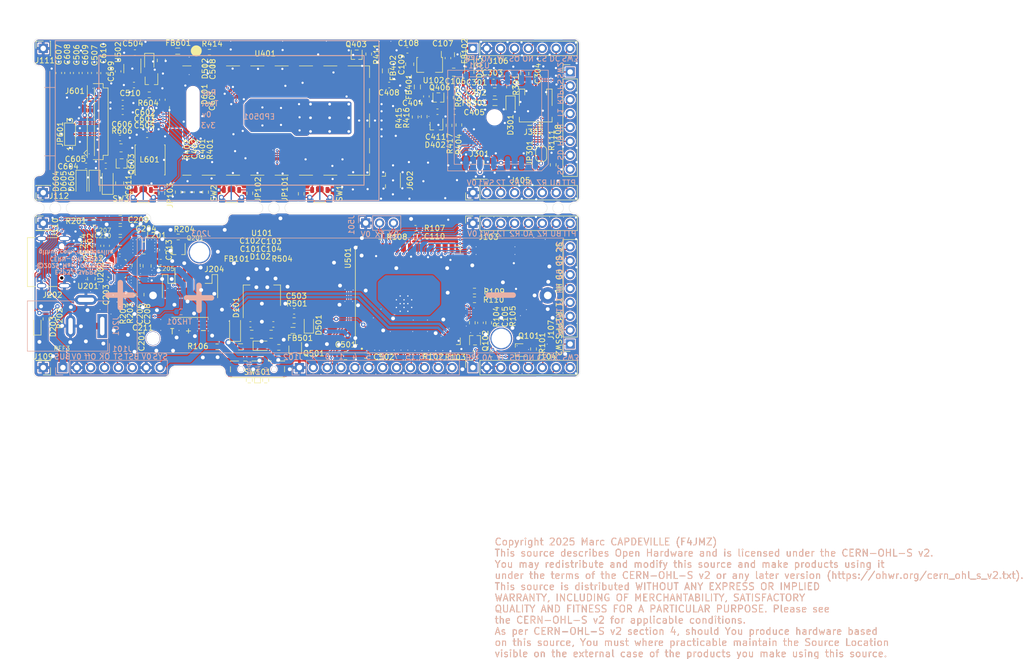
<source format=kicad_pcb>
(kicad_pcb (version 20211014) (generator pcbnew)
  (title_block (title "ESP32s3APRS by F4JMZ") (date "2024-08-24") (rev "0.0.1") (company "©️2025 Marc CAPDEVILLE (F4JMZ)") (comment 1 "Sources : https://github.com/mcapdeville/esp32s3aprs") (comment 2 "Licensed under CERN-OHL-S v2 (https://ohwr.org/cern_ohl_s_v2.txt)"))
  (layers (0 "F.Cu" signal) (31 "B.Cu" signal) (34 "B.Paste" user) (35 "F.Paste" user) (36 "B.SilkS" user "B.Silkscreen") (37 "F.SilkS" user "F.Silkscreen") (38 "B.Mask" user) (39 "F.Mask" user) (44 "Edge.Cuts" user))
  (property "Copyright" "©️2025 Marc CAPDEVILLE (F4JMZ)")
  (property "License" "Licensed under CERN-OHL-S v2 or any later version")
  (property "Source" "https://github.com/mcapdeville/esp32s3aprs")
  (net 0 "")
  (net 1 "GND")
  (net 2 "VBUS")
  (net 3 "+BATT")
  (net 4 "+3V3")
  (net 5 "Net-(C203-Pad1)")
  (net 6 "Net-(C204-Pad2)")
  (net 7 "Net-(C204-Pad1)")
  (net 8 "Net-(C205-Pad1)")
  (net 9 "Net-(C207-Pad1)")
  (net 10 "Net-(C301-Pad1)")
  (net 11 "Net-(C110-Pad1)")
  (net 12 "Net-(C404-Pad1)")
  (net 13 "Net-(C501-Pad1)")
  (net 14 "Net-(C503-Pad1)")
  (net 15 "Net-(D203-Pad1)")
  (net 16 "Net-(J202-PadB5)")
  (net 17 "Net-(J202-PadA5)")
  (net 18 "/SA8x8/SATX")
  (net 19 "/SA8x8/SAAUDIO_ON")
  (net 20 "Net-(Q201-Pad1)")
  (net 21 "/SA8x8/SARX")
  (net 22 "Net-(J301-Pad1)")
  (net 23 "Net-(C101-Pad1)")
  (net 24 "Net-(C303-Pad1)")
  (net 25 "/SA8x8/In")
  (net 26 "/SA8x8/Out")
  (net 27 "Net-(C411-Pad2)")
  (net 28 "Net-(J501-Pad2)")
  (net 29 "Net-(Q403-Pad3)")
  (net 30 "Net-(Q403-Pad1)")
  (net 31 "Net-(Q406-Pad1)")
  (net 32 "/SA8x8/SAHL")
  (net 33 "/SA8x8/SAPD")
  (net 34 "/SA8x8/SAPTT")
  (net 35 "/SQ")
  (net 36 "/U2RX")
  (net 37 "/U2TX")
  (net 38 "/AudioIn")
  (net 39 "Net-(C401-Pad1)")
  (net 40 "/Ptt")
  (net 41 "/HL")
  (net 42 "/BUSY")
  (net 43 "/GPSRESET")
  (net 44 "/U1TX")
  (net 45 "/PD")
  (net 46 "/USB Charger/INOKB")
  (net 47 "/USB Charger/Stat")
  (net 48 "/USB Charger/CHGOFF")
  (net 49 "/USB Charger/ENBST")
  (net 50 "/ESP32-S3-WROOM/GPIO18")
  (net 51 "/ESP32-S3-WROOM/GPIO17")
  (net 52 "/ESP32-S3-WROOM/GPIO16")
  (net 53 "/ESP32-S3-WROOM/GPIO15")
  (net 54 "/ESP32-S3-WROOM/GPIO7")
  (net 55 "/ESP32-S3-WROOM/GPIO6")
  (net 56 "/ESP32-S3-WROOM/GPIO5")
  (net 57 "/ESP32-S3-WROOM/GPIO4")
  (net 58 "Net-(R203-Pad1)")
  (net 59 "/ESP32-S3-WROOM/D-")
  (net 60 "/ESP32-S3-WROOM/D+")
  (net 61 "Net-(C201-Pad1)")
  (net 62 "Net-(C401-Pad2)")
  (net 63 "Net-(C601-Pad1)")
  (net 64 "Net-(C606-Pad1)")
  (net 65 "Net-(C607-Pad1)")
  (net 66 "Net-(C608-Pad1)")
  (net 67 "Net-(C609-Pad1)")
  (net 68 "Net-(C610-Pad1)")
  (net 69 "Net-(C611-Pad2)")
  (net 70 "Net-(C611-Pad1)")
  (net 71 "/FORCE_ON")
  (net 72 "/FSPID")
  (net 73 "/FSSPICLK")
  (net 74 "Net-(J601-Pad8)")
  (net 75 "Net-(J601-Pad3)")
  (net 76 "Net-(J601-Pad2)")
  (net 77 "Net-(Q101-Pad3)")
  (net 78 "Net-(Q101-Pad1)")
  (net 79 "Net-(Q102-Pad3)")
  (net 80 "Net-(Q102-Pad1)")
  (net 81 "/BAT_ADC")
  (net 82 "/SW3")
  (net 83 "/SW2")
  (net 84 "/SW1")
  (net 85 "Net-(D301-Pad1)")
  (net 86 "Net-(D402-Pad3)")
  (net 87 "Net-(R414-Pad2)")
  (net 88 "/USB Charger/Vsys")
  (net 89 "/ESP32-S3-WROOM/Boot")
  (net 90 "Net-(Q501-Pad1)")
  (net 91 "/USB Charger/D+")
  (net 92 "/USB Charger/D-")
  (net 93 "/USB Charger/USB_P")
  (net 94 "/USB Charger/USB_N")
  (net 95 "/FSPICS0")
  (net 96 "/DC")
  (net 97 "/GPS1PPS")
  (net 98 "/U1RX")
  (net 99 "Net-(C106-Pad1)")
  (net 100 "/E-paper display/PON")
  (net 101 "/E-paper display/CS")
  (net 102 "/L86-M33/GPS1PPS")
  (net 103 "/E-paper display/SCLK")
  (net 104 "/E-paper display/SDAT")
  (net 105 "/L86-M33/GPSRESET")
  (net 106 "/L86-M33/GPSAADET_N")
  (net 107 "/L86-M33/GPSRX")
  (net 108 "/L86-M33/GPSTX")
  (net 109 "/ESP32-S3-WROOM/GPIO0")
  (net 110 "/ESP32-S3-WROOM/GPIO1")
  (net 111 "Net-(J501-Pad3)")
  (net 112 "Net-(C408-Pad1)")
  (net 113 "Net-(C504-Pad2)")
  (net 114 "Net-(C505-Pad2)")
  (net 115 "Net-(C506-Pad2)")
  (net 116 "Net-(C507-Pad2)")
  (net 117 "Net-(J105-Pad2)")
  (net 118 "Net-(J106-Pad8)")
  (net 119 "Net-(J108-Pad1)")
  (net 120 "Net-(J602-Pad1)")
  (net 121 "Net-(J204-Pad1)")
  (net 130 "/E-paper display/BUSY")
  (net 131 "/E-paper display/DC")
  (net 132 "Net-(JP301-Pad2)")
  (net 133 "Net-(C509-Pad1)")
  (net 134 "/ESP32-S3-WROOM/GPIO40")
  (net 135 "Net-(J103-Pad2)")
  (net 136 "Net-(J104-Pad8)")
  (net 137 "Net-(J107-Pad1)")
  (net 138 "Fix2")
  (net 139 "Fix1")
  (net 140 "Diss")
  (net 141 "Net-(JP101-Pad2)")
  (net 142 "Net-(JP102-Pad2)")
  (net 143 "Net-(JP103-Pad2)")
  (net 144 "Dis")
  (footprint "Capacitor_SMD:C_0603_1608Metric" (layer "F.Cu") (at 129.9 78.1 -90)
    (fp_text reference "C401")
    (fp_text value "220nF_0603" hide)
  )
  (footprint "Capacitor_SMD:C_0603_1608Metric" (layer "F.Cu") (at 165.1 58.5)
    (fp_text reference "C408")
    (fp_text value "100nF_0603" hide)
  )
  (footprint "Capacitor_SMD:C_0603_1608Metric" (layer "F.Cu") (at 173.925 63.385 180)
    (fp_text reference "C411")
    (fp_text value "100nF_0603" hide)
  )
  (footprint "Package_TO_SOT_SMD:SOT-323_SC-70" (layer "F.Cu") (at 173.75 65.985 -90)
    (fp_text reference "D402")
    (fp_text value "BAT54SW_SOT323" hide)
  )
  (footprint "Inductor_SMD:L_0805_2012Metric" (layer "F.Cu") (at 164.4 55.9125 -90)
    (fp_text reference "FB402")
    (fp_text value "WE-CBF_742792031" hide)
  )
  (footprint "Resistor_SMD:R_0603_1608Metric" (layer "F.Cu") (at 131.5 78.1 90)
    (fp_text reference "R401")
    (fp_text value "75K_0603" hide)
  )
  (footprint "Resistor_SMD:R_0603_1608Metric" (layer "F.Cu") (at 126.5 78.1 90)
    (fp_text reference "R402")
    (fp_text value "1K_0603" hide)
  )
  (footprint "Resistor_SMD:R_0603_1608Metric" (layer "F.Cu") (at 161.35 52.85 -90)
    (fp_text reference "R411")
    (fp_text value "100R_0603" hide)
  )
  (footprint "Resistor_SMD:R_0603_1608Metric" (layer "F.Cu") (at 169.85 64.35 -90)
    (fp_text reference "R415")
    (fp_text value "17K8_0603" hide)
  )
  (footprint "Resistor_SMD:R_0603_1608Metric" (layer "F.Cu") (at 171.5 64.285 -90)
    (fp_text reference "R416")
    (fp_text value "10K_0603" hide)
  )
  (footprint "Resistor_SMD:R_0603_1608Metric" (layer "F.Cu") (at 176.05 65.885 90)
    (fp_text reference "R417")
    (fp_text value "10K_0603" hide)
  )
  (footprint "Jumper:SolderJumper-3_P1.3mm_Bridged2Bar12_Pad1.0x1.5mm_NumberLabels" (layer "F.Cu") (at 106.7 67.5 90)
    (fp_text reference "JP601")
    (fp_text value "SolderJumper_3_Bridged12" hide)
  )
  (footprint "Package_TO_SOT_SMD:SOT-323_SC-70" (layer "F.Cu") (at 188.9 107 180)
    (fp_text reference "Q101")
    (fp_text value "BC846BW_SOT323" hide)
  )
  (footprint "Resistor_SMD:R_0603_1608Metric" (layer "F.Cu") (at 191.5 106.8 90)
    (fp_text reference "R101")
    (fp_text value "100K_0603" hide)
  )
  (footprint "Resistor_SMD:R_0603_1608Metric" (layer "F.Cu") (at 183.7 107.7)
    (fp_text reference "R103")
    (fp_text value "100R_0603" hide)
  )
  (footprint "Resistor_SMD:R_0603_1608Metric" (layer "F.Cu") (at 180.3 102 -90)
    (fp_text reference "R104")
    (fp_text value "10K_0603" hide)
  )
  (footprint "Resistor_SMD:R_0603_1608Metric" (layer "F.Cu") (at 183.3 102 -90)
    (fp_text reference "R105")
    (fp_text value "10K_0603" hide)
  )
  (footprint "Capacitor_SMD:C_0603_1608Metric" (layer "F.Cu") (at 181.8 102 -90)
    (fp_text reference "C105")
    (fp_text value "15nF_0603" hide)
  )
  (footprint "Diode_SMD:D_SOD-123F" (layer "F.Cu") (at 136.9 103.2 90)
    (fp_text reference "D101")
    (fp_text value "SS2040FL_SOD123F" hide)
  )
  (footprint "_footprint:ESP32-S3-WROOM-1U" (layer "F.Cu") (at 168.5 97 90)
    (fp_text reference "U501")
    (fp_text value "ESP32-S3-WROOM-1U" hide)
  )
  (footprint "_footprint:SA8x8" (layer "F.Cu") (at 143.2 65)
    (fp_text reference "U401")
    (fp_text value "SA868" hide)
  )
  (footprint "Connector_PinSocket_2.54mm:PinSocket_1x08_P2.54mm_Vertical" (layer "F.Cu") (at 180.42 83.8 90)
    (fp_text reference "J103")
    (fp_text value "SLW-108-01-G-S" hide)
  )
  (footprint "Capacitor_SMD:C_0603_1608Metric" (layer "F.Cu") (at 147.7 99.9 180)
    (fp_text reference "C503")
    (fp_text value "1µF_0603" hide)
  )
  (footprint "Package_TO_SOT_SMD:SOT-323_SC-70" (layer "F.Cu") (at 126.6 88.8 -90)
    (fp_text reference "Q201")
    (fp_text value "BC846BW_SOT323" hide)
  )
  (footprint "_footprint:TQFN-10_1.3x1.6mm_P0.4mm" (layer "F.Cu") (at 110.6 93.3)
    (fp_text reference "U201")
    (fp_text value "PI3USB102G" hide)
  )
  (footprint "Capacitor_SMD:C_0805_2012Metric" (layer "F.Cu") (at 157.1 108)
    (fp_text reference "C501")
    (fp_text value "10µF_0805" hide)
  )
  (footprint "_footprint:SIDELED_APA2107" (layer "F.Cu") (at 100.8 102.5 90)
    (fp_text reference "D203")
    (fp_text value "APA2107LZGCK" hide)
  )
  (footprint "Resistor_SMD:R_0603_1608Metric" (layer "F.Cu") (at 102.3 101.3 90)
    (fp_text reference "R202")
    (fp_text value "2K2_0603" hide)
  )
  (footprint "Connector_PinHeader_2.54mm:PinHeader_1x08_P2.54mm_Vertical" (layer "F.Cu") (at 198.2 56.11)
    (fp_text reference "J108")
    (fp_text value "HTSW-108-07-G-S" hide)
  )
  (footprint "Inductor_SMD:L_0805_2012Metric" (layer "F.Cu") (at 147.5 103.4 180)
    (fp_text reference "FB501")
    (fp_text value "WE-CBF_742792031" hide)
  )
  (footprint "Resistor_SMD:R_0603_1608Metric" (layer "F.Cu") (at 147.7 101.6)
    (fp_text reference "R501")
    (fp_text value "10K_0603" hide)
  )
  (footprint "Inductor_SMD:L_1008_2520Metric" (layer "F.Cu") (at 120.2 88.3)
    (fp_text reference "L201")
    (fp_text value "DFE252012F-1R0M" hide)
  )
  (footprint "Capacitor_SMD:C_0805_2012Metric" (layer "F.Cu") (at 119.5 96.85 90)
    (fp_text reference "C201")
    (fp_text value "10µF_0805" hide)
  )
  (footprint "Resistor_SMD:R_0603_1608Metric" (layer "F.Cu") (at 116.2 96.8 -90)
    (fp_text reference "R205")
    (fp_text value "10K_0603" hide)
  )
  (footprint "Capacitor_SMD:C_0805_2012Metric" (layer "F.Cu") (at 118.8 91.5 90)
    (fp_text reference "C206")
    (fp_text value "10µF_0805" hide)
  )
  (footprint "Capacitor_SMD:C_0603_1608Metric" (layer "F.Cu") (at 119.3 85.9 180)
    (fp_text reference "C204")
    (fp_text value "100nF_0603" hide)
  )
  (footprint "Capacitor_SMD:C_0805_2012Metric" (layer "F.Cu") (at 115.9 83.1 180)
    (fp_text reference "C209")
    (fp_text value "10µF_0805" hide)
  )
  (footprint "Capacitor_SMD:C_0805_2012Metric" (layer "F.Cu") (at 115.9 85.1)
    (fp_text reference "C207")
    (fp_text value "10µF_0805" hide)
  )
  (footprint "Capacitor_SMD:C_0603_1608Metric" (layer "F.Cu") (at 113.4 87.925 90)
    (fp_text reference "C202")
    (fp_text value "2.2µF_0603" hide)
  )
  (footprint "Capacitor_SMD:C_0603_1608Metric" (layer "F.Cu") (at 123.3 90.9)
    (fp_text reference "C205")
    (fp_text value "2.2µF_0603" hide)
  )
  (footprint "Capacitor_SMD:C_0805_2012Metric" (layer "F.Cu") (at 115.9 87.1)
    (fp_text reference "C210")
    (fp_text value "10µF_0805" hide)
  )
  (footprint "Resistor_SMD:R_0603_1608Metric" (layer "F.Cu") (at 117.7 96.8 -90)
    (fp_text reference "R203")
    (fp_text value "10K_0603" hide)
  )
  (footprint "_footprint:FC2QFN-24_3x3_Pitch0.4mm" (layer "F.Cu") (at 115.3 92.1)
    (fp_text reference "U202")
    (fp_text value "MAX77757CEFG+" hide)
  )
  (footprint "Capacitor_SMD:C_0805_2012Metric" (layer "F.Cu") (at 120.8 91.6 90)
    (fp_text reference "C208")
    (fp_text value "10µF_0805" hide)
  )
  (footprint "Connector_PinHeader_2.54mm:PinHeader_1x08_P2.54mm_Vertical" (layer "F.Cu") (at 180.4 51.8 90)
    (fp_text reference "J106")
    (fp_text value "HTSW-108-07-G-S" hide)
  )
  (footprint "Capacitor_SMD:C_0805_2012Metric" (layer "F.Cu") (at 189.9 56.4 90)
    (fp_text reference "C304")
    (fp_text value "10µF_0805" hide)
  )
  (footprint "_footprint:SKTDLDE010" (layer "F.Cu") (at 120.1 80)
    (fp_text reference "SW3")
    (fp_text value "SKTDLDE010")
  )
  (footprint "Capacitor_SMD:C_0603_1608Metric" (layer "F.Cu") (at 104.64 56.3 90)
    (fp_text reference "C607")
    (fp_text value "1µF_0603" hide)
  )
  (footprint "Capacitor_SMD:C_0603_1608Metric" (layer "F.Cu") (at 116.34 61.8 180)
    (fp_text reference "C602")
    (fp_text value "1µF_0603" hide)
  )
  (footprint "_footprint:SKTDLDE010" (layer "F.Cu") (at 136.25 80)
    (fp_text reference "SW2")
    (fp_text value "SKTDLDE010")
  )
  (footprint "Capacitor_SMD:C_0603_1608Metric" (layer "F.Cu") (at 109.64 73.3 180)
    (fp_text reference "C604")
    (fp_text value "1µF_0603" hide)
  )
  (footprint "Capacitor_SMD:C_0603_1608Metric" (layer "F.Cu") (at 112.84 56.325 90)
    (fp_text reference "C610")
    (fp_text value "1µF_0603" hide)
  )
  (footprint "Diode_SMD:D_SOD-123F" (layer "F.Cu") (at 111.19 76.3 -90)
    (fp_text reference "D605")
    (fp_text value "SS2040FL_SOD123F" hide)
  )
  (footprint "Capacitor_SMD:C_0603_1608Metric" (layer "F.Cu") (at 187.25 56.3 180)
    (fp_text reference "C303")
    (fp_text value "100nF_0603" hide)
  )
  (footprint "Inductor_SMD:L_0805_2012Metric" (layer "F.Cu") (at 184.45 61.7 180)
    (fp_text reference "FB301")
    (fp_text value "WE-CBF_742792031" hide)
  )
  (footprint "Capacitor_SMD:C_0603_1608Metric" (layer "F.Cu") (at 116.34 63.4)
    (fp_text reference "C603")
    (fp_text value "100nF_0603" hide)
  )
  (footprint "_footprint:SKTDLDE010" (layer "F.Cu") (at 152.4 80)
    (fp_text reference "SW1")
    (fp_text value "SKTDLDE010")
  )
  (footprint "_footprint:JST_S2B-ZR-SM4A-TF_1x02-1MP_P1.50mm_Horizontal" (layer "F.Cu") (at 191.9 62.175)
    (fp_text reference "J302")
    (fp_text value "S2B-ZR-SM4A-TF")
  )
  (footprint "Capacitor_SMD:C_0603_1608Metric" (layer "F.Cu") (at 106.24 56.3 90)
    (fp_text reference "C608")
    (fp_text value "1µF_0603" hide)
  )
  (footprint "_footprint:SOT-323T_SC-113A" (layer "F.Cu") (at 116.14 72.85 -90)
    (fp_text reference "Q603")
    (fp_text value "RTF025N03TL" hide)
  )
  (footprint "Diode_SMD:D_SOD-123F" (layer "F.Cu") (at 108.79 76.3 -90)
    (fp_text reference "D604")
    (fp_text value "SS2040FL_SOD123F" hide)
  )
  (footprint "_footprint:Hirose_FH34-24SRJ-0.5SH_1x24-1MP_P0.50mm_Horizontal" (layer "F.Cu") (at 111.14 65.2 -90)
    (fp_text reference "J601")
    (fp_text value "FH34SRJ-24S-05SH" hide)
  )
  (footprint "Connector_Coaxial:U.FL_Hirose_U.FL-R-SMT-1_Vertical" (layer "F.Cu") (at 181.7 73.9 -90)
    (fp_text reference "J301")
    (fp_text value "U.FL-R-SMT-1" hide)
  )
  (footprint "Capacitor_SMD:C_0603_1608Metric" (layer "F.Cu") (at 109.44 56.3 90)
    (fp_text reference "C609")
    (fp_text value "1µF_0603" hide)
  )
  (footprint "_footprint:Inductor_Pulse_PA4322.xxxNLT_5.1x5.1" (layer "F.Cu") (at 121.35 72.2 180)
    (fp_text reference "L601")
    (fp_text value "PA4322.103NLT" hide)
  )
  (footprint "Resistor_SMD:R_0805_2012Metric" (layer "F.Cu") (at 116.04 70)
    (fp_text reference "R606")
    (fp_text value "0R47_0805" hide)
  )
  (footprint "Capacitor_SMD:C_0603_1608Metric" (layer "F.Cu") (at 115.84 68.2)
    (fp_text reference "C606")
    (fp_text value "1µF_0603" hide)
  )
  (footprint "Capacitor_SMD:C_0603_1608Metric" (layer "F.Cu") (at 184.2 57.95 180)
    (fp_text reference "C301")
    (fp_text value "100nF_0603" hide)
  )
  (footprint "Capacitor_SMD:C_0603_1608Metric" (layer "F.Cu") (at 113.24 73.3 180)
    (fp_text reference "C605")
    (fp_text value "1µF_0603" hide)
  )
  (footprint "Diode_SMD:D_SOD-123F" (layer "F.Cu") (at 113.59 76.3 90)
    (fp_text reference "D606")
    (fp_text value "SS2040FL_SOD123F" hide)
  )
  (footprint "Capacitor_SMD:C_0805_2012Metric" (layer "F.Cu") (at 115.79 76.45 -90)
    (fp_text reference "C611")
    (fp_text value "4.7µF_0805" hide)
  )
  (footprint "Capacitor_SMD:C_0603_1608Metric" (layer "F.Cu") (at 123.6 61.2 90)
    (fp_text reference "C601")
    (fp_text value "100nF_0603" hide)
  )
  (footprint "Inductor_SMD:L_0805_2012Metric" (layer "F.Cu") (at 126.4 52.3)
    (fp_text reference "FB601")
    (fp_text value "WE-CBF_742792031" hide)
  )
  (footprint "Capacitor_SMD:C_0603_1608Metric" (layer "F.Cu") (at 177.075 63.385)
    (fp_text reference "C405")
    (fp_text value "68nF_0603" hide)
  )
  (footprint "_footprint:SOT-323T_SC-113A" (layer "F.Cu") (at 159.15 52.95 -90)
    (fp_text reference "Q403")
    (fp_text value "RTF025N03TL" hide)
  )
  (footprint "Resistor_SMD:R_0603_1608Metric" (layer "F.Cu") (at 177.85 65.81 -90)
    (fp_text reference "R404")
    (fp_text value "22R_0603" hide)
  )
  (footprint "Resistor_SMD:R_0603_1608Metric" (layer "F.Cu") (at 126.5 86.3 180)
    (fp_text reference "R204")
    (fp_text value "100K_0603" hide)
  )
  (footprint "_footprint:USB_C_Receptacle_GCT_4105" (layer "F.Cu") (at 103.74 90.9 -90)
    (fp_text reference "J202")
    (fp_text value "USB4105-GF-A-120" hide)
  )
  (footprint "Capacitor_SMD:C_0805_2012Metric" (layer "F.Cu") (at 139.95 104.1)
    (fp_text reference "C101")
    (fp_text value "10µF_0805" hide)
  )
  (footprint "Capacitor_SMD:C_0603_1608Metric" (layer "F.Cu") (at 139.7 102.3)
    (fp_text reference "C102")
    (fp_text value "100nF_0603" hide)
  )
  (footprint "Capacitor_SMD:C_0603_1608Metric" (layer "F.Cu") (at 143.9 102.3 180)
    (fp_text reference "C103")
    (fp_text value "100nF_0603" hide)
  )
  (footprint "Capacitor_SMD:C_0805_2012Metric" (layer "F.Cu") (at 143.5 104.1 180)
    (fp_text reference "C104")
    (fp_text value "10µF_0805" hide)
  )
  (footprint "Package_TO_SOT_SMD:SOT-223-3_TabPin2" (layer "F.Cu") (at 141.8 97 90)
    (fp_text reference "U101")
    (fp_text value "AP7361C-33E_SOT223" hide)
  )
  (footprint "Resistor_SMD:R_0603_1608Metric" (layer "F.Cu") (at 111.1 83.6 180)
    (fp_text reference "R201")
    (fp_text value "100K_0603" hide)
  )
  (footprint "Capacitor_SMD:C_0603_1608Metric" (layer "F.Cu") (at 114.6 96.8 -90)
    (fp_text reference "C203")
    (fp_text value "2.2µF_0603" hide)
  )
  (footprint "Resistor_SMD:R_0603_1608Metric" (layer "F.Cu") (at 180.6 107.7 180)
    (fp_text reference "R102")
    (fp_text value "10K_0603" hide)
  )
  (footprint "Connector_PinHeader_2.54mm:PinHeader_1x08_P2.54mm_Vertical" (layer "F.Cu") (at 180.42 78.2 90)
    (fp_text reference "J105")
    (fp_text value "HTSW-108-07-G-S" hide)
  )
  (footprint "Capacitor_SMD:C_0805_2012Metric" (layer "F.Cu") (at 176.9 56.15)
    (fp_text reference "C106")
    (fp_text value "10µF_0805" hide)
  )
  (footprint "Capacitor_SMD:C_0603_1608Metric" (layer "F.Cu") (at 175.85 53.575 90)
    (fp_text reference "C107")
    (fp_text value "100nF_0603" hide)
  )
  (footprint "Capacitor_SMD:C_0603_1608Metric" (layer "F.Cu") (at 168.425 52.15 180)
    (fp_text reference "C108")
    (fp_text value "100nF_0603" hide)
  )
  (footprint "Capacitor_SMD:C_0805_2012Metric" (layer "F.Cu") (at 168.85 54.7 90)
    (fp_text reference "C109")
    (fp_text value "10µF_0805" hide)
  )
  (footprint "Package_TO_SOT_SMD:SOT-89-3" (layer "F.Cu") (at 172.5 54.5125 -90)
    (fp_text reference "U102")
    (fp_text value "XC6206P332PR_SOT89" hide)
  )
  (footprint "Connector_PinSocket_2.54mm:PinSocket_1x08_P2.54mm_Vertical" (layer "F.Cu") (at 198.2 105.89 180)
    (fp_text reference "J107")
    (fp_text value "SLW-108-01-G-S" hide)
  )
  (footprint "Diode_SMD:D_SOD-323F" (layer "F.Cu") (at 150.4 102.4 90)
    (fp_text reference "D501")
    (fp_text value "BAT54J_SOD323F" hide)
  )
  (footprint "Connector_PinSocket_2.54mm:PinSocket_1x08_P2.54mm_Vertical" (layer "F.Cu") (at 180.42 110.2 90)
    (fp_text reference "J104")
    (fp_text value "SLW-108-01-G-S" hide)
  )
  (footprint "Capacitor_SMD:C_0603_1608Metric" (layer "F.Cu") (at 160.7 108 180)
    (fp_text reference "C502")
    (fp_text value "100nF_0603" hide)
  )
  (footprint "_footprint:SOT-323T_SC-113A" (layer "F.Cu") (at 180.8 105.2 90)
    (fp_text reference "Q102")
    (fp_text value "RZF020P01TL" hide)
  )
  (footprint "Inductor_SMD:L_0805_2012Metric" (layer "F.Cu") (at 177.6 52.95 -90)
    (fp_text reference "FB102")
    (fp_text value "WE-CBF_742792031" hide)
  )
  (footprint "Capacitor_SMD:C_0603_1608Metric" (layer "F.Cu") (at 128.2 78.1 -90)
    (fp_text reference "C402")
    (fp_text value "4.7nF_50V_0603" hide)
  )
  (footprint "Diode_SMD:D_SOD-323F" (layer "F.Cu") (at 187.3 62 -90)
    (fp_text reference "D301")
    (fp_text value "BAT54J_SOD323F" hide)
  )
  (footprint "Capacitor_SMD:C_0603_1608Metric" (layer "F.Cu") (at 171.9 60.585 -90)
    (fp_text reference "C404")
    (fp_text value "100nF_0603" hide)
  )
  (footprint "Resistor_SMD:R_0603_1608Metric" (layer "F.Cu") (at 132.2 52.5 180)
    (fp_text reference "R414")
    (fp_text value "100R_0603" hide)
  )
  (footprint "Resistor_SMD:R_0603_1608Metric" (layer "F.Cu") (at 176.3 60.8 90)
    (fp_text reference "R607")
    (fp_text value "R_DNP_0603" hide)
  )
  (footprint "Resistor_SMD:R_0603_1608Metric" (layer "F.Cu") (at 187.1 58.825 90)
    (fp_text reference "R301")
    (fp_text value "1K_0603" hide)
  )
  (footprint "Capacitor_SMD:C_0603_1608Metric" (layer "F.Cu") (at 118.575 52.5625)
    (fp_text reference "C504")
    (fp_text value "100nF_0603" hide)
  )
  (footprint "Package_TO_SOT_SMD:SOT-323_SC-70" (layer "F.Cu") (at 121.6 57.7 -90)
    (fp_text reference "D601")
    (fp_text value "BAT54SW_SOT323" hide)
  )
  (footprint "Resistor_SMD:R_0603_1608Metric" (layer "F.Cu") (at 121.2 60.3)
    (fp_text reference "R604")
    (fp_text value "10K_0603" hide)
  )
  (footprint "Capacitor_SMD:C_0603_1608Metric" (layer "F.Cu") (at 120.8 67.6)
    (fp_text reference "C505")
    (fp_text value "1µF_0603" hide)
  )
  (footprint "Capacitor_SMD:C_0603_1608Metric" (layer "F.Cu") (at 107.84 56.3 -90)
    (fp_text reference "C506")
    (fp_text value "100nF_0603" hide)
  )
  (footprint "Capacitor_SMD:C_0603_1608Metric" (layer "F.Cu") (at 111.14 56.3 -90)
    (fp_text reference "C507")
    (fp_text value "100nF_0603" hide)
  )
  (footprint "Inductor_SMD:L_0805_2012Metric" (layer "F.Cu") (at 170.25 58.85 90)
    (fp_text reference "FB401")
    (fp_text value "WE-CBF_742792031" hide)
  )
  (footprint "_footprint:SOT-323T_SC-113A" (layer "F.Cu") (at 174.1 60.785 -90)
    (fp_text reference "Q406")
    (fp_text value "RZF020P01TL" hide)
  )
  (footprint "Capacitor_SMD:C_0805_2012Metric" (layer "F.Cu") (at 184.4 59.75 180)
    (fp_text reference "C302")
    (fp_text value "10µF_0805" hide)
  )
  (footprint "_footprint:SW_PCM13SMTR _SP3T" (layer "F.Cu") (at 141 110.5)
    (fp_text reference "SW101")
    (fp_text value "PCM13SMTR")
  )
  (footprint "Resistor_SMD:R_0603_1608Metric" (layer "F.Cu") (at 144.9 106.5 180)
    (fp_text reference "R504")
    (fp_text value "100K_0603" hide)
  )
  (footprint "Connector_Coaxial:U.FL_Hirose_U.FL-R-SMT-1_Vertical" (layer "F.Cu") (at 165.3 75.95)
    (fp_text reference "J602")
    (fp_text value "U.FL-R-SMT-1" hide)
  )
  (footprint "Fiducial:Fiducial_0.75mm_Mask1.5mm" (layer "F.Cu") (at 114.1 51.6)
    (fp_text reference "REF1" hide)
    (fp_text value "Fiducial" hide)
  )
  (footprint "Fiducial:Fiducial_0.75mm_Mask1.5mm" (layer "F.Cu") (at 191 94)
    (fp_text reference "REF2" hide)
    (fp_text value "Fiducial" hide)
  )
  (footprint "Fiducial:Fiducial_0.75mm_Mask1.5mm" (layer "F.Cu") (at 102.7 106.5)
    (fp_text reference "REF3")
    (fp_text value "Fiducial" hide)
  )
  (footprint "Diode_SMD:D_SOD-323F" (layer "F.Cu") (at 141.7 106.2)
    (fp_text reference "D102")
    (fp_text value "BAT54J_SOD323F" hide)
  )
  (footprint "Diode_SMD:D_SOD-323F" (layer "F.Cu") (at 179.75 55.35 -90)
    (fp_text reference "D103")
    (fp_text value "BAT54J_SOD323F" hide)
  )
  (footprint "Connector_JST:JST_PH_S3B-PH-SM4-TB_1x03-1MP_P2.00mm_Horizontal" (layer "F.Cu") (at 128.65 96.5)
    (fp_text reference "J204")
    (fp_text value "S3B-PH-SM4-TB")
  )
  (footprint "Inductor_SMD:L_0805_2012Metric" (layer "F.Cu") (at 137.9 106.4)
    (fp_text reference "FB101")
    (fp_text value "WE-CBF_742792031" hide)
  )
  (footprint "Package_TO_SOT_SMD:SOT-323_SC-70" (layer "F.Cu") (at 147.9 106.9 -90)
    (fp_text reference "Q501")
    (fp_text value "BC846BW_SOT323" hide)
  )
  (footprint "Connector_PinSocket_2.54mm:PinSocket_1x01_P2.54mm_Vertical" (layer "F.Cu") (at 101.8 51.8 90)
    (fp_text reference "J111")
    (fp_text value "SLW-101-01-G-S" hide)
  )
  (footprint "Resistor_SMD:R_0603_1608Metric" (layer "F.Cu") (at 133.6 106.4 180)
    (fp_text reference "R106")
    (fp_text value "47K_0603")
  )
  (footprint "Resistor_SMD:R_0603_1608Metric" (layer "F.Cu") (at 163.4 86.2)
    (fp_text reference "R108")
    (fp_text value "470R_0603")
  )
  (footprint "Resistor_SMD:R_0603_1608Metric" (layer "F.Cu") (at 180.7 97.8)
    (fp_text reference "R110")
    (fp_text value "470R_0603")
  )
  (footprint "Connector_PinHeader_2.54mm:PinHeader_1x01_P2.54mm_Vertical" (layer "F.Cu") (at 101.8 83.8)
    (fp_text reference "J110")
    (fp_text value "HTSW-101-07-G-S" hide)
  )
  (footprint "Connector_PinSocket_2.54mm:PinSocket_1x01_P2.54mm_Vertical" (layer "F.Cu") (at 101.8 78.2 180)
    (fp_text reference "J112")
    (fp_text value "SLW-101-01-G-S")
  )
  (footprint "Capacitor_SMD:C_0603_1608Metric" (layer "F.Cu") (at 115.5 56 90)
    (fp_text reference "C509")
    (fp_text value "10nF_50V_0603")
  )
  (footprint "Package_TO_SOT_SMD:SOT-23-5" (layer "F.Cu") (at 118.1 55.5 -90)
    (fp_text reference "U502")
    (fp_text value "LP2985-3.3")
  )
  (footprint "Resistor_SMD:R_0603_1608Metric_Pad0.98x0.95mm_HandSolder" (layer "F.Cu") (at 139.6 78.3 -90)
    (fp_text reference "JP102")
    (fp_text value "DNP 0603")
  )
  (footprint "Capacitor_SMD:C_0603_1608Metric" (layer "F.Cu") (at 118.4 58.5)
    (fp_text reference "C510")
    (fp_text value "1µF_0603")
  )
  (footprint "Resistor_SMD:R_0603_1608Metric" (layer "F.Cu") (at 195.1 73.1 90)
    (fp_text reference "R111")
    (fp_text value "47K_0603")
  )
  (footprint "Resistor_SMD:R_0603_1608Metric" (layer "F.Cu") (at 169.9 86.3)
    (fp_text reference "R107")
    (fp_text value "1K_0603")
  )
  (footprint "Capacitor_SMD:C_0603_1608Metric" (layer "F.Cu") (at 169.9 84.7 180)
    (fp_text reference "C110")
    (fp_text value "4.7nF_50V_0603")
  )
  (footprint "Capacitor_SMD:C_0603_1608Metric" (layer "F.Cu") (at 111.8 87.925 90)
    (fp_text reference "C214")
    (fp_text value "100nF_0603")
  )
  (footprint "Capacitor_SMD:C_0603_1608Metric" (layer "F.Cu") (at 119.425 94.2)
    (fp_text reference "C211")
    (fp_text value "100nF_0603")
  )
  (footprint "Jumper:SolderJumper-2_P1.3mm_Open_RoundedPad1.0x1.5mm" (layer "F.Cu") (at 192.9 71.1 -90)
    (fp_text reference "JP301")
    (fp_text value "SolderJumper_2_Open")
  )
  (footprint "Capacitor_SMD:C_0805_2012Metric" (layer "F.Cu") (at 123.4 54 -90)
    (fp_text reference "C508")
    (fp_text value "4.7µF_0805")
  )
  (footprint "Resistor_SMD:R_0603_1608Metric" (layer "F.Cu") (at 180.7 96.2)
    (fp_text reference "R109")
    (fp_text value "470R_0603")
  )
  (footprint "Connector_PinHeader_2.54mm:PinHeader_1x01_P2.54mm_Vertical" (layer "F.Cu") (at 101.8 110.2 180)
    (fp_text reference "J109")
    (fp_text value "HTSW-101-07-G-S")
  )
  (footprint "Diode_SMD:D_SOD-323F" (layer "F.Cu") (at 121.2 54.2 -90)
    (fp_text reference "D502")
    (fp_text value "BAT54J_SOD323F")
  )
  (footprint "Capacitor_SMD:C_0603_1608Metric" (layer "F.Cu") (at 123.6 88.675 -90)
    (fp_text reference "C213")
    (fp_text value "100nF_0603")
  )
  (footprint "Capacitor_SMD:C_0603_1608Metric" (layer "F.Cu") (at 115.8 88.9)
    (fp_text reference "C212")
    (fp_text value "100nF_0603" hide)
  )
  (footprint "Resistor_SMD:R_0603_1608Metric_Pad0.98x0.95mm_HandSolder" (layer "F.Cu") (at 123.5 78.3 -90)
    (fp_text reference "JP103")
    (fp_text value "DNP 0603")
  )
  (footprint "Resistor_SMD:R_0603_1608Metric_Pad0.98x0.95mm_HandSolder" (layer "F.Cu") (at 149 78.4 -90)
    (fp_text reference "JP101")
    (fp_text value "DNP 0603")
  )
  (footprint "Connector_PinSocket_2.54mm:PinSocket_1x12_P2.54mm_Vertical" (layer "B.Cu") (at 148.67 110.2 -90)
    (fp_text reference "J102")
    (fp_text value "SSQ-112-01-G-S" hide)
  )
  (footprint "Connector_PinSocket_2.54mm:PinSocket_1x08_P2.54mm_Vertical" (layer "B.Cu") (at 105.4 110.2 -90)
    (fp_text reference "J101")
    (fp_text value "SSQ-108-01-G-S" hide)
  )
  (footprint "_footprint:Keystone-1043" (layer "B.Cu") (at 158 97 180)
    (fp_text reference "J203")
    (fp_text value "Keystone_1043P" hide)
  )
  (footprint "Resistor_SMD:R_0603_1608Metric" (layer "B.Cu") (at 127 100 180)
    (fp_text reference "TH201")
    (fp_text value "NTC 10K 1% 0603" hide)
  )
  (footprint "_footprint:XCVR_L86" (layer "B.Cu") (at 185 65 -90)
    (fp_text reference "U301")
    (fp_text value "L86-M33" hide)
  )
  (footprint "_footprint:BarrelJack_Wuerth_6941xx301002" (layer "B.Cu") (at 112.6 102.6 90)
    (fp_text reference "J201")
    (fp_text value "WR-DC-694108301002" hide)
  )
  (footprint "Connector_PinHeader_2.54mm:PinHeader_1x03_P2.54mm_Vertical" (layer "B.Cu") (at 160.8 83.75 -90)
    (fp_text reference "J501")
    (fp_text value "HTSW-103-07-G-S" hide)
  )
  (footprint "_footprint:GDEY0213B74_2.13_EPD" (layer "B.Cu") (at 133.6 65)
    (fp_text reference "EPD501")
    (fp_text value "GDEY0213B74")
  )
  (gr_line (start 104 50.4) (end 163.2 50.4) (layer "B.SilkS") (width 0.12))
  (gr_line (start 104 79.6) (end 163.2 79.6) (layer "B.SilkS") (width 0.12))
  (gr_line (start 160.5 53.1) (end 112 53.1) (layer "B.SilkS") (width 0.12))
  (gr_line (start 160.5 76.8) (end 160.5 53.1) (layer "B.SilkS") (width 0.12))
  (gr_line (start 103 56) (end 103 74) (layer "B.SilkS") (width 0.12))
  (gr_line (start 163.2 50.4) (end 163.2 79.6) (layer "B.SilkS") (width 0.12))
  (gr_line (start 104 50.4) (end 104 79.6) (layer "B.SilkS") (width 0.12))
  (gr_line (start 112 53.1) (end 112 76.8) (layer "B.SilkS") (width 0.12))
  (gr_line (start 160.5 76.8) (end 112 76.8) (layer "B.SilkS") (width 0.12))
  (gr_line (start 100 111) (end 100 83) (layer "Edge.Cuts") (width 0.05))
  (gr_line (start 199 112) (end 136 112) (layer "Edge.Cuts") (width 0.05))
  (gr_line (start 107 82) (end 120.5 82) (layer "Edge.Cuts") (width 0.05))
  (gr_line (start 200 83) (end 200 111) (layer "Edge.Cuts") (width 0.05))
  (gr_line (start 107 80) (end 141 80) (layer "Edge.Cuts") (width 0.05))
  (gr_line (start 100 51) (end 100 54) (layer "Edge.Cuts") (width 0.05))
  (gr_line (start 199 50) (end 101 50) (layer "Edge.Cuts") (width 0.05))
  (gr_line (start 102 56) (end 102 74) (layer "Edge.Cuts") (width 0.05))
  (gr_line (start 200 79) (end 200 51) (layer "Edge.Cuts") (width 0.05))
  (gr_line (start 100 76) (end 100 79) (layer "Edge.Cuts") (width 0.05))
  (gr_line (start 147 82) (end 193 82) (layer "Edge.Cuts") (width 0.05))
  (gr_line (start 147 80) (end 193 80) (layer "Edge.Cuts") (width 0.05))
  (gr_line (start 134 110) (end 126 110) (layer "Edge.Cuts") (width 0.05))
  (gr_line (start 101 112) (end 124 112) (layer "Edge.Cuts") (width 0.05))
  (gr_line (start 134.5 84) (end 122.5 84) (layer "Edge.Cuts") (width 0.05))
  (gr_line (start 136.5 82) (end 141 82) (layer "Edge.Cuts") (width 0.05))
  (gr_arc (start 134 110) (mid 134.707107 110.292893) (end 135 111) (layer "Edge.Cuts") (width 0.05))
  (gr_circle (center 144 81) (end 144 82) (layer "Edge.Cuts") (width 0.05) (fill none))
  (gr_arc (start 101 55) (mid 100.292893 54.707107) (end 100 54) (layer "Edge.Cuts") (width 0.05))
  (gr_arc (start 135.5 83) (mid 135.792893 82.292893) (end 136.5 82) (layer "Edge.Cuts") (width 0.05))
  (gr_arc (start 101 80) (mid 102 81) (end 101 82) (layer "Edge.Cuts") (width 0.05))
  (gr_arc (start 101 112) (mid 100.292893 111.707107) (end 100 111) (layer "Edge.Cuts") (width 0.05))
  (gr_arc (start 102 74) (mid 101.707107 74.707107) (end 101 75) (layer "Edge.Cuts") (width 0.05))
  (gr_arc (start 199 50) (mid 199.707107 50.292893) (end 200 51) (layer "Edge.Cuts") (width 0.05))
  (gr_circle (center 104 81) (end 105 81) (layer "Edge.Cuts") (width 0.05) (fill none))
  (gr_arc (start 147 82) (mid 146 81) (end 147 80) (layer "Edge.Cuts") (width 0.05))
  (gr_arc (start 101 80) (mid 100.292893 79.707107) (end 100 79) (layer "Edge.Cuts") (width 0.05))
  (gr_arc (start 122.5 84) (mid 121.792893 83.707107) (end 121.5 83) (layer "Edge.Cuts") (width 0.05))
  (gr_arc (start 200 111) (mid 199.707107 111.707107) (end 199 112) (layer "Edge.Cuts") (width 0.05))
  (gr_arc (start 199 82) (mid 199.707107 82.292893) (end 200 83) (layer "Edge.Cuts") (width 0.05))
  (gr_arc (start 100 76) (mid 100.292893 75.292893) (end 101 75) (layer "Edge.Cuts") (width 0.05))
  (gr_arc (start 135.5 83) (mid 135.207107 83.707107) (end 134.5 84) (layer "Edge.Cuts") (width 0.05))
  (gr_circle (center 196 81) (end 196 82) (layer "Edge.Cuts") (width 0.05) (fill none))
  (gr_arc (start 136 112) (mid 135.292893 111.707107) (end 135 111) (layer "Edge.Cuts") (width 0.05))
  (gr_arc (start 199 82) (mid 198 81) (end 199 80) (layer "Edge.Cuts") (width 0.05))
  (gr_arc (start 193 80) (mid 194 81) (end 193 82) (layer "Edge.Cuts") (width 0.05))
  (gr_arc (start 125 111) (mid 125.292893 110.292893) (end 126 110) (layer "Edge.Cuts") (width 0.05))
  (gr_arc (start 141 80) (mid 142 81) (end 141 82) (layer "Edge.Cuts") (width 0.05))
  (gr_arc (start 100 51) (mid 100.292893 50.292893) (end 101 50) (layer "Edge.Cuts") (width 0.05))
  (gr_arc (start 107 82) (mid 106 81) (end 107 80) (layer "Edge.Cuts") (width 0.05))
  (gr_arc (start 125 111) (mid 124.719169 111.719169) (end 124 112) (layer "Edge.Cuts") (width 0.05))
  (gr_arc (start 101 55) (mid 101.707107 55.292893) (end 102 56) (layer "Edge.Cuts") (width 0.05))
  (gr_arc (start 200 79) (mid 199.707107 79.707107) (end 199 80) (layer "Edge.Cuts") (width 0.05))
  (gr_arc (start 120.5 82) (mid 121.207107 82.292893) (end 121.5 83) (layer "Edge.Cuts") (width 0.05))
  (gr_arc (start 100 83) (mid 100.292893 82.292893) (end 101 82) (layer "Edge.Cuts") (width 0.05))
  (gr_text "Copyright 2025 Marc CAPDEVILLE (F4JMZ)\nThis source describes Open Hardware and is licensed under the CERN-OHL-S v2.\nYou may redistribute and modify this source and make products using it\nunder the terms of the CERN-OHL-S v2 or any later version (https://ohwr.org/cern_ohl_s_v2.txt).\nThis source is distributed WITHOUT ANY EXPRESS OR IMPLIED\nWARRANTY, INCLUDING OF MERCHANTABILITY, SATISFACTORY\nQUALITY AND FITNESS FOR A PARTICULAR PURPOSE. Please see\nthe CERN-OHL-S v2 for applicable conditions.\nAs per CERN-OHL-S v2 section 4, should You produce hardware based\non this source, You must where practicable maintain the Source Location\nvisible on the external case of the products you make using this source." (at 184.3 152.3) (layer "F.Cu") (effects (font (size 1.27 1.27)) (justify left)))
  (gr_text "Copyright 2025 Marc CAPDEVILLE (F4JMZ)\nThis source describes Open Hardware and is licensed under the CERN-OHL-S v2.\nYou may redistribute and modify this source and make products using it\nunder the terms of the CERN-OHL-S v2 or any later version (https://ohwr.org/cern_ohl_s_v2.txt).\nThis source is distributed WITHOUT ANY EXPRESS OR IMPLIED\nWARRANTY, INCLUDING OF MERCHANTABILITY, SATISFACTORY\nQUALITY AND FITNESS FOR A PARTICULAR PURPOSE. Please see\nthe CERN-OHL-S v2 for applicable conditions.\nAs per CERN-OHL-S v2 section 4, should You produce hardware based\non this source, You must where practicable maintain the Source Location\nvisible on the external case of the products you make using this source." (at 184.3 152.3) (layer "B.Cu") (effects (font (size 1.27 1.27)) (justify left)))
  (gr_text "0V" (at 120.7 108.2) (layer "B.SilkS") (effects (font (size 1 1)) (justify mirror)))
  (gr_text "AI" (at 185.5 53.6 180) (layer "B.SilkS") (effects (font (size 1 1)) (justify mirror)))
  (gr_text "PPS" (at 196.2 102.8 -90) (layer "B.SilkS") (effects (font (size 1 1)) (justify mirror)))
  (gr_text "R1" (at 196.2 100.2 -90) (layer "B.SilkS") (effects (font (size 1 1)) (justify mirror)))
  (gr_text "T2" (at 185.6 85.7) (layer "B.SilkS") (effects (font (size 1 1)) (justify mirror)))
  (gr_text "CS" (at 193.1 108.3 180) (layer "B.SilkS") (effects (font (size 1 1)) (justify mirror)))
  (gr_text "OK" (at 113 108.2) (layer "B.SilkS") (effects (font (size 1 1)) (justify mirror)))
  (gr_text "Raz" (at 132.1 59.9) (layer "B.SilkS") (effects (font (size 1 1)) (justify mirror)))
  (gr_text "SQ" (at 188.1 108.3 180) (layer "B.SilkS") (effects (font (size 1 1)) (justify mirror)))
  (gr_text "DC" (at 195.4 53.6 180) (layer "B.SilkS") (effects (font (size 1 1)) (justify mirror)))
  (gr_text "ON" (at 190.6 108.3 180) (layer "B.SilkS") (effects (font (size 1 1)) (justify mirror)))
  (gr_text "On" (at 142.6 110.8 270) (layer "B.SilkS") (effects (font (size 0.8 0.8) (thickness 0.1)) (justify mirror)))
  (gr_text "T1" (at 196.2 98.1 -90) (layer "B.SilkS") (effects (font (size 1 1)) (justify mirror)))
  (gr_text "SW3" (at 198.3 108.3 180) (layer "B.SilkS") (effects (font (size 1 1)) (justify mirror)))
  (gr_text "Tool" (at 132.3 61.9) (layer "B.SilkS") (effects (font (size 1 1)) (justify mirror)))
  (gr_text "AO" (at 190.4 76.4) (layer "B.SilkS") (effects (font (size 1 1)) (justify mirror)))
  (gr_text "5" (at 161.3 108.2) (layer "B.SilkS") (effects (font (size 1 1)) (justify mirror)))
  (gr_text "RX" (at 165.9 85.85) (layer "B.SilkS") (effects (font (size 1 1)) (justify mirror)))
  (gr_text "DC" (at 195.5 108.3 180) (layer "B.SilkS") (effects (font (size 1 1)) (justify mirror)))
  (gr_text "3v3" (at 132 65.9) (layer "B.SilkS") (effects (font (size 1 1)) (justify mirror)))
  (gr_text "PTT\n" (at 198 76.4) (layer "B.SilkS") (effects (font (size 1 1)) (justify mirror)))
  (gr_text "SW3" (at 198.2 53.6 180) (layer "B.SilkS") (effects (font (size 1 1)) (justify mirror)))
  (gr_text "Bat" (at 180.3 108.3 180) (layer "B.SilkS") (effects (font (size 1 1)) (justify mirror)))
  (gr_text "ST" (at 115.5 108.2) (layer "B.SilkS") (effects (font (size 1 1)) (justify mirror)))
  (gr_text "+" (at 130.3 97) (layer "B.SilkS") (effects (font (size 6 6) (thickness 1)) (justify mirror)))
  (gr_text "SW1" (at 182.9 85.7) (layer "B.SilkS") (effects (font (size 1 1)) (justify mirror)))
  (gr_text "SW2" (at 196.4 55.8 -90) (layer "B.SilkS") (effects (font (size 1 1)) (justify mirror)))
  (gr_text "ESP32s3APRS\n©️2025 Marc CAPDEVILLE\nCERN-OHL-S v2\ngithub.com/mcapdeville" (at 107.8 90.9 180) (layer "B.SilkS") (effects (font (size 0.75 0.75)) (justify mirror)))
  (gr_text "SD" (at 196.2 90.6 -90) (layer "B.SilkS") (effects (font (size 1 1)) (justify mirror)))
  (gr_text "0V" (at 183 108.3 180) (layer "B.SilkS") (effects (font (size 1 1)) (justify mirror)))
  (gr_text "RZ" (at 193 76.4) (layer "B.SilkS") (effects (font (size 1 1)) (justify mirror)))
  (gr_text "SD" (at 196.4 71.3 -90) (layer "B.SilkS") (effects (font (size 1 1)) (justify mirror)))
  (gr_text "16" (at 171.5 108.2) (layer "B.SilkS") (effects (font (size 1 1)) (justify mirror)))
  (gr_text "+" (at 115.9 96.5) (layer "B.SilkS") (effects (font (size 6 6) (thickness 1)) (justify mirror)))
  (gr_text "R1" (at 196.4 61.1 -90) (layer "B.SilkS") (effects (font (size 1 1)) (justify mirror)))
  (gr_text "7" (at 166.4 108.2) (layer "B.SilkS") (effects (font (size 1 1)) (justify mirror)))
  (gr_text "Boot" (at 139.5 110.3 -90) (layer "B.SilkS") (effects (font (size 0.8 0.8) (thickness 0.1)) (justify mirror)))
  (gr_text "Off" (at 110.4 108.2) (layer "B.SilkS") (effects (font (size 1 1)) (justify mirror)))
  (gr_text "HL" (at 196.4 66.2 -90) (layer "B.SilkS") (effects (font (size 1 1)) (justify mirror)))
  (gr_text "0V" (at 160.8 85.8) (layer "B.SilkS") (effects (font (size 1 1)) (justify mirror)))
  (gr_text "R2" (at 188 76.4) (layer "B.SilkS") (effects (font (size 1 1)) (justify mirror)))
  (gr_text "SQ" (at 188 53.6 180) (layer "B.SilkS") (effects (font (size 1 1)) (justify mirror)))
  (gr_text "ON" (at 190.5 53.6 180) (layer "B.SilkS") (effects (font (size 1 1)) (justify mirror)))
  (gr_text "SW1" (at 182.8 76.4) (layer "B.SilkS") (effects (font (size 1 1)) (justify mirror)))
  (gr_text "15" (at 169 108.2) (layer "B.SilkS") (effects (font (size 1 1)) (justify mirror)))
  (gr_text "0v" (at 131.7 63.9) (layer "B.SilkS") (effects (font (size 1 1)) (justify mirror)))
  (gr_text "18" (at 176.6 108.2) (layer "B.SilkS") (effects (font (size 1 1)) (justify mirror)))
  (gr_text "RZ" (at 193.1 85.7) (layer "B.SilkS") (effects (font (size 1 1)) (justify mirror)))
  (gr_text "SYS" (at 123.2 108.2) (layer "B.SilkS") (effects (font (size 1 1)) (justify mirror)))
  (gr_text "AI" (at 185.4 108.3 180) (layer "B.SilkS") (effects (font (size 1 1)) (justify mirror)))
  (gr_text "BST" (at 118 108.2) (layer "B.SilkS") (effects (font (size 1 1)) (justify mirror)))
  (gr_text "-" (at 185.5 96.5) (layer "B.SilkS") (effects (font (size 6 6) (thickness 1)) (justify mirror)))
  (gr_text "PPS" (at 196.4 58.9 -90) (layer "B.SilkS") (effects (font (size 1 1)) (justify mirror)))
  (gr_text "PD" (at 196.2 93.1 -90) (layer "B.SilkS") (effects (font (size 1 1)) (justify mirror)))
  (gr_text "6" (at 163.9 108.2) (layer "B.SilkS") (effects (font (size 1 1)) (justify mirror)))
  (gr_text "PTT\n" (at 198.1 85.7) (layer "B.SilkS") (effects (font (size 1 1)) (justify mirror)))
  (gr_text "+" (at 151.1 108.1) (layer "B.SilkS") (effects (font (size 1 1)) (justify mirror)))
  (gr_text "0" (at 153.8 108.2) (layer "B.SilkS") (effects (font (size 1 1)) (justify mirror)))
  (gr_text "BU" (at 195.6 85.7) (layer "B.SilkS") (effects (font (size 1 1)) (justify mirror)))
  (gr_text "0V" (at 182.9 53.6 180) (layer "B.SilkS") (effects (font (size 1 1)) (justify mirror)))
  (gr_text "0V" (at 180.2 76.4) (layer "B.SilkS") (effects (font (size 1 1)) (justify mirror)))
  (gr_text "Off" (at 141 110.7 270) (layer "B.SilkS") (effects (font (size 0.8 0.8) (thickness 0.1)) (justify mirror)))
  (gr_text "0V" (at 107.9 108.2) (layer "B.SilkS") (effects (font (size 1 1)) (justify mirror)))
  (gr_text "SC" (at 196.4 74 -90) (layer "B.SilkS") (effects (font (size 1 1)) (justify mirror)))
  (gr_text "AO" (at 190.5 85.7) (layer "B.SilkS") (effects (font (size 1 1)) (justify mirror)))
  (gr_text "Copyright 2025 Marc CAPDEVILLE (F4JMZ)\nThis source describes Open Hardware and is licensed under the CERN-OHL-S v2.\nYou may redistribute and modify this source and make products using it\nunder the terms of the CERN-OHL-S v2 or any later version (https://ohwr.org/cern_ohl_s_v2.txt).\nThis source is distributed WITHOUT ANY EXPRESS OR IMPLIED\nWARRANTY, INCLUDING OF MERCHANTABILITY, SATISFACTORY\nQUALITY AND FITNESS FOR A PARTICULAR PURPOSE. Please see\nthe CERN-OHL-S v2 for applicable conditions.\nAs per CERN-OHL-S v2 section 4, should You produce hardware based\non this source, You must where practicable maintain the Source Location\nvisible on the external case of the products you make using this source." (at 184.3 152.3) (layer "B.SilkS") (effects (font (size 1.27 1.27)) (justify left)))
  (gr_text "HL" (at 196.2 95.7 -90) (layer "B.SilkS") (effects (font (size 1 1)) (justify mirror)))
  (gr_text "Bat" (at 180.2 53.6 180) (layer "B.SilkS") (effects (font (size 1 1)) (justify mirror)))
  (gr_text "BUS" (at 105.3 108.2) (layer "B.SilkS") (effects (font (size 1 1)) (justify mirror)))
  (gr_text "T1" (at 196.4 63.6 -90) (layer "B.SilkS") (effects (font (size 1 1)) (justify mirror)))
  (gr_text "17" (at 173.9 108.2) (layer "B.SilkS") (effects (font (size 1 1)) (justify mirror)))
  (gr_text "R2" (at 188.1 85.7) (layer "B.SilkS") (effects (font (size 1 1)) (justify mirror)))
  (gr_text "T2" (at 185.5 76.4) (layer "B.SilkS") (effects (font (size 1 1)) (justify mirror)))
  (gr_text "TX" (at 163.35 85.85) (layer "B.SilkS") (effects (font (size 1 1)) (justify mirror)))
  (gr_text "SC" (at 196.2 88 -90) (layer "B.SilkS") (effects (font (size 1 1)) (justify mirror)))
  (gr_text "BU" (at 195.5 76.4) (layer "B.SilkS") (effects (font (size 1 1)) (justify mirror)))
  (gr_text "CS" (at 193 53.6 180) (layer "B.SilkS") (effects (font (size 1 1)) (justify mirror)))
  (gr_text "0V" (at 180.3 85.7) (layer "B.SilkS") (effects (font (size 1 1)) (justify mirror)))
  (gr_text "PD" (at 196.4 68.7 -90) (layer "B.SilkS") (effects (font (size 1 1)) (justify mirror)))
  (gr_text "1" (at 156.3 108.2) (layer "B.SilkS") (effects (font (size 1 1)) (justify mirror)))
  (gr_text "4" (at 158.8 108.2) (layer "B.SilkS") (effects (font (size 1 1)) (justify mirror)))
  (gr_text "T" (at 125.4 103.6) (layer "F.SilkS") (effects (font (size 1 1))))
  (gr_text "SC" (at 196.1 88.2 270) (layer "F.SilkS") (effects (font (size 1 1))))
  (gr_text "Copyright 2025 Marc CAPDEVILLE (F4JMZ)\nThis source describes Open Hardware and is licensed under the CERN-OHL-S v2.\nYou may redistribute and modify this source and make products using it\nunder the terms of the CERN-OHL-S v2 or any later version (https://ohwr.org/cern_ohl_s_v2.txt).\nThis source is distributed WITHOUT ANY EXPRESS OR IMPLIED\nWARRANTY, INCLUDING OF MERCHANTABILITY, SATISFACTORY\nQUALITY AND FITNESS FOR A PARTICULAR PURPOSE. Please see\nthe CERN-OHL-S v2 for applicable conditions.\nAs per CERN-OHL-S v2 section 4, should You produce hardware based\non this source, You must where practicable maintain the Source Location\nvisible on the external case of the products you make using this source." (at 184.3 152.3) (layer "F.SilkS") (effects (font (size 1.27 1.27)) (justify left)))
  (gr_text "T1" (at 196.1 98.3 270) (layer "F.SilkS") (effects (font (size 1 1))))
  (gr_text "-" (at 131.1 103.5 180) (layer "F.SilkS") (effects (font (size 1 1))))
  (gr_text "PD" (at 196.1 93.2 270) (layer "F.SilkS") (effects (font (size 1 1))))
  (gr_text "HL" (at 196.1 95.7 270) (layer "F.SilkS") (effects (font (size 1 1))))
  (gr_text "SW2" (at 196.1 106.5 270) (layer "F.SilkS") (effects (font (size 1 1))))
  (gr_text "R1" (at 196.1 100.9 270) (layer "F.SilkS") (effects (font (size 1 1))))
  (gr_text "-" (at 190.8 65.8) (layer "F.SilkS") (effects (font (size 1 1))))
  (gr_text "+" (at 192.7 65.8) (layer "F.SilkS") (effects (font (size 1 1))))
  (gr_text "PPS" (at 196.1 103.5 270) (layer "F.SilkS") (effects (font (size 1 1))))
  (gr_text "+" (at 128.3 103.5 90) (layer "F.SilkS") (effects (font (size 1 1))))
  (gr_text "SD" (at 196.1 90.7 270) (layer "F.SilkS") (effects (font (size 1 1))))
  (segment (start 116.575 88.9) (end 116.575 87.375) (width 0.2) (layer "F.Cu") (net 1))
  (segment (start 105.5 87.3) (end 104.7 87.3) (width 0.25) (layer "F.Cu") (net 1))
  (segment (start 118.1 55.5) (end 118.1 58.025) (width 0.5) (layer "F.Cu") (net 1))
  (segment (start 116.575 90.025) (end 116.575 88.9) (width 0.2) (layer "F.Cu") (net 1))
  (segment (start 125.9 79.7) (end 132.3 79.7) (width 0.2) (layer "F.Cu") (net 1))
  (segment (start 117.8 52.5625) (end 118.1 52.8625) (width 0.5) (layer "F.Cu") (net 1))
  (segment (start 104.3 87.7) (end 104.3 88.1) (width 0.25) (layer "F.Cu") (net 1))
  (segment (start 114.6 97.575) (end 114.6 96.92501) (width 0.5) (layer "F.Cu") (net 1))
  (segment (start 117.1 98.4) (end 115.5 98.4) (width 0.2) (layer "F.Cu") (net 1))
  (segment (start 114.675 97.575) (end 115.3 98.2) (width 0.2) (layer "F.Cu") (net 1))
  (segment (start 105.85 94.5) (end 104.6 94.5) (width 0.25) (layer "F.Cu") (net 1))
  (segment (start 117.7 97.625) (end 117.7 97.8) (width 0.2) (layer "F.Cu") (net 1))
  (segment (start 125.5 78.9) (end 125.5 79.3) (width 0.2) (layer "F.Cu") (net 1))
  (segment (start 114.6 97.575) (end 114.675 97.575) (width 0.25) (layer "F.Cu") (net 1))
  (segment (start 125.5 79.3) (end 125.9 79.7) (width 0.2) (layer "F.Cu") (net 1))
  (segment (start 115.5 55.225) (end 115.775 55.5) (width 0.5) (layer "F.Cu") (net 1))
  (segment (start 128.2 78.1) (end 129 78.1) (width 0.2) (layer "F.Cu") (net 1))
  (segment (start 105.9 87.7) (end 105.5 87.3) (width 0.25) (layer "F.Cu") (net 1))
  (segment (start 116.85 87.1) (end 116.85 85.2) (width 0.2) (layer "F.Cu") (net 1))
  (segment (start 117.775 97.625) (end 118.45 96.95) (width 0.5) (layer "F.Cu") (net 1))
  (segment (start 115.5 98.4) (end 115.3 98.2) (width 0.2) (layer "F.Cu") (net 1))
  (segment (start 128.275 78.95) (end 128.35 78.95) (width 0.2) (layer "F.Cu") (net 1))
  (segment (start 104.7 87.3) (end 104.3 87.7) (width 0.25) (layer "F.Cu") (net 1))
  (segment (start 118.1 52.8625) (end 118.1 54.3625) (width 0.5) (layer "F.Cu") (net 1))
  (segment (start 117.7 97.8) (end 117.1 98.4) (width 0.2) (layer "F.Cu") (net 1))
  (segment (start 118.9 90.5) (end 121.1 90.5) (width 0.2) (layer "F.Cu") (net 1))
  (segment (start 118.45 96.95) (end 119.5 95.9) (width 0.5) (layer "F.Cu") (net 1))
  (segment (start 106.25 94.1) (end 105.85 94.5) (width 0.25) (layer "F.Cu") (net 1))
  (segment (start 118.1 58.025) (end 117.625 58.5) (width 0.5) (layer "F.Cu") (net 1))
  (segment (start 106.25 87.7) (end 105.9 87.7) (width 0.25) (layer "F.Cu") (net 1))
  (segment (start 127.3 78.1) (end 128.2 78.1) (width 0.2) (layer "F.Cu") (net 1))
  (segment (start 116.575 87.375) (end 116.85 87.1) (width 0.2) (layer "F.Cu") (net 1))
  (segment (start 117.7 97.625) (end 117.775 97.625) (width 0.5) (layer "F.Cu") (net 1))
  (segment (start 115.1 94.69999) (end 115.1 94.2) (width 0.2) (layer "F.Cu") (net 1))
  (segment (start 114.9 94.89999) (end 115.1 94.69999) (width 0.2) (layer "F.Cu") (net 1))
  (segment (start 118.3 91.1) (end 118.9 90.5) (width 0.2) (layer "F.Cu") (net 1))
  (segment (start 116.3 90.3) (end 116.575 90.025) (width 0.2) (layer "F.Cu") (net 1))
  (segment (start 114.9 94.9) (end 114.9 94.89999) (width 0.2) (layer "F.Cu") (net 1))
  (segment (start 118.1 54.3625) (end 118.1 55.5) (width 0.5) (layer "F.Cu") (net 1))
  (segment (start 115.1 93.9) (end 115.1 94.2) (width 0.2) (layer "F.Cu") (net 1))
  (segment (start 128.2 78.875) (end 128.2 78.1) (width 0.2) (layer "F.Cu") (net 1))
  (segment (start 117.1 91.1) (end 118.3 91.1) (width 0.2) (layer "F.Cu") (net 1))
  (segment (start 115.775 55.5) (end 118.1 55.5) (width 0.5) (layer "F.Cu") (net 1))
  (segment (start 132.3 79.7) (end 133 79) (width 0.2) (layer "F.Cu") (net 1))
  (segment (start 128.2 78.875) (end 128.275 78.95) (width 0.2) (layer "F.Cu") (net 1))
  (via (at 114.9 94.9) (size 0.5) (drill 0.15) (layers "F.Cu" "B.Cu") (net 1))
  (via (at 139.3 93.9) (size 1.2) (drill 0.7) (layers "F.Cu" "B.Cu") (net 1))
  (via (at 175 101.4) (size 1.2) (drill 0.7) (layers "F.Cu" "B.Cu") (net 1))
  (via (at 156 98.7) (size 1.2) (drill 0.7) (layers "F.Cu" "B.Cu") (net 1))
  (via (at 156.1 95.2) (size 1.2) (drill 0.7) (layers "F.Cu" "B.Cu") (net 1))
  (via (at 195 101.1) (size 1.2) (drill 0.7) (layers "F.Cu" "B.Cu") (net 1))
  (via (at 118.5 107.3) (size 1.2) (drill 0.7) (layers "F.Cu" "B.Cu") (net 1))
  (via (at 131.9 56.4) (size 0.8) (drill 0.4) (layers "F.Cu" "B.Cu") (net 1))
  (via (at 166.3 67.8) (size 0.8) (drill 0.4) (layers "F.Cu" "B.Cu") (net 1))
  (via (at 108.4 62.6) (size 0.8) (drill 0.4) (layers "F.Cu" "B.Cu") (net 1))
  (via (at 115.8 79.1) (size 0.8) (drill 0.4) (layers "F.Cu" "B.Cu") (net 1))
  (via (at 111.7 68.5) (size 0.8) (drill 0.4) (layers "F.Cu" "B.Cu") (net 1))
  (via (at 106.29 54.3) (size 0.8) (drill 0.4) (layers "F.Cu" "B.Cu") (net 1))
  (via (at 108.3 64.6) (size 0.8) (drill 0.4) (layers "F.Cu" "B.Cu") (net 1))
  (via (at 138.5 61.1) (size 0.8) (drill 0.4) (layers "F.Cu" "B.Cu") (net 1))
  (via (at 133.1 96.7) (size 1.2) (drill 0.7) (layers "F.Cu" "B.Cu") (net 1))
  (via (at 172.1 103.6) (size 0.5) (drill 0.15) (layers "F.Cu" "B.Cu") (net 1))
  (via (at 111.1 64.7) (size 0.5) (drill 0.15) (layers "F.Cu" "B.Cu") (net 1))
  (via (at 111.4 92.5) (size 0.5) (drill 0.15) (layers "F.Cu" "B.Cu") (net 1))
  (via (at 175.5 111.3) (size 0.5) (drill 0.15) (layers "F.Cu" "B.Cu") (net 1))
  (via (at 169.1 83) (size 1.2) (drill 0.7) (layers "F.Cu" "B.Cu") (net 1))
  (via (at 164.65 107.1) (size 0.5) (drill 0.15) (layers "F.Cu" "B.Cu") (net 1))
  (via (at 115.3 98.2) (size 0.5) (drill 0.15) (layers "F.Cu" "B.Cu") (net 1))
  (via (at 107.7 82.5) (size 0.5) (drill 0.15) (layers "F.Cu" "B.Cu") (net 1))
  (via (at 194.45 52.95) (size 0.8) (drill 0.4) (layers "F.Cu" "B.Cu") (net 1))
  (via (at 145.6 50.5) (size 0.5) (drill 0.15) (layers "F.Cu" "B.Cu") (net 1))
  (via (at 195.95 76) (size 0.8) (drill 0.4) (layers "F.Cu" "B.Cu") (net 1))
  (via (at 117.64 68.15) (size 0.8) (drill 0.4) (layers "F.Cu" "B.Cu") (net 1))
  (via (at 130.6 91.9) (size 1.2) (drill 0.7) (layers "F.Cu" "B.Cu") (net 1))
  (via (at 162.65 111.35) (size 0.5) (drill 0.15) (layers "F.Cu" "B.Cu") (net 1))
  (via (at 100.5 88.2) (size 0.5) (drill 0.15) (layers "F.Cu" "B.Cu") (net 1))
  (via (at 178.3 72.7) (size 0.8) (drill 0.4) (layers "F.Cu" "B.Cu") (net 1))
  (via (at 186.05 62.95) (size 0.8) (drill 0.4) (layers "F.Cu" "B.Cu") (net 1))
  (via (at 111.9 63.2) (size 0.8) (drill 0.4) (layers "F.Cu" "B.Cu") (net 1))
  (via (at 158.45 77.6) (size 0.8) (drill 0.4) (layers "F.Cu" "B.Cu") (net 1))
  (via (at 133.7 108.3) (size 1.2) (drill 0.7) (layers "F.Cu" "B.Cu") (net 1))
  (via (at 160.05 89.7) (size 1.2) (drill 0.7) (layers "F.Cu" "B.Cu") (net 1))
  (via (at 109.6 105.4) (size 1.2) (drill 0.7) (layers "F.Cu" "B.Cu") (net 1))
  (via (at 185 85.2) (size 0.5) (drill 0.15) (layers "F.Cu" "B.Cu") (net 1))
  (via (at 140.8 92.2) (size 1.2) (drill 0.7) (layers "F.Cu" "B.Cu") (net 1))
  (via (at 184.9 97.7) (size 0.5) (drill 0.15) (layers "F.Cu" "B.Cu") (net 1))
  (via (at 190.5 63.3) (size 0.8) (drill 0.4) (layers "F.Cu" "B.Cu") (net 1))
  (via (at 175.35 79.2) (size 0.8) (drill 0.4) (layers "F.Cu" "B.Cu") (net 1))
  (via (at 191.45 55.1) (size 0.8) (drill 0.4) (layers "F.Cu" "B.Cu") (net 1))
  (via (at 186.75 50.65) (size 0.8) (drill 0.4) (layers "F.Cu" "B.Cu") (net 1))
  (via (at 118.45 96.95) (size 0.5) (drill 0.15) (layers "F.Cu" "B.Cu") (net 1))
  (via (at 163.7 67.9) (size 0.8) (drill 0.4) (layers "F.Cu" "B.Cu") (net 1))
  (via (at 145.55 55.55) (size 0.8) (drill 0.4) (layers "F.Cu" "B.Cu") (net 1))
  (via (at 111.95 85.7) (size 1.2) (drill 0.7) (layers "F.Cu" "B.Cu") (net 1))
  (via (at 156.55 72.1) (size 0.8) (drill 0.4) (layers "F.Cu" "B.Cu") (net 1))
  (via (at 145.2 82.9) (size 1.2) (drill 0.7) (layers "F.Cu" "B.Cu") (net 1))
  (via (at 135.8 101.7) (size 0.5) (drill 0.15) (layers "F.Cu" "B.Cu") (net 1))
  (via (at 199.4 54.5) (size 0.8) (drill 0.4) (layers "F.Cu" "B.Cu") (net 1))
  (via (at 122.5 62.7) (size 0.8) (drill 0.4) (layers "F.Cu" "B.Cu") (net 1))
  (via (at 160.8 96.1) (size 1.2) (drill 0.7) (layers "F.Cu" "B.Cu") (net 1))
  (via (at 111.14 54.3) (size 0.8) (drill 0.4) (layers "F.Cu" "B.Cu") (net 1))
  (via (at 121.65 94.25) (size 0.8) (drill 0.4) (layers "F.Cu" "B.Cu") (net 1))
  (via (at 106.8 73.4) (size 0.8) (drill 0.4) (layers "F.Cu" "B.Cu") (net 1))
  (via (at 182.45 75.25) (size 0.8) (drill 0.4) (layers "F.Cu" "B.Cu") (net 1))
  (via (at 162.2 101.1) (size 0.5) (drill 0.15) (layers "F.Cu" "B.Cu") (net 1))
  (via (at 185.3 56.9) (size 0.8) (drill 0.4) (layers "F.Cu" "B.Cu") (net 1))
  (via (at 163.3 107.05) (size 0.5) (drill 0.15) (layers "F.Cu" "B.Cu") (net 1))
  (via (at 105.1 67.5) (size 0.8) (drill 0.4) (layers "F.Cu" "B.Cu") (net 1))
  (via (at 105.25 102.55) (size 1.2) (drill 0.7) (layers "F.Cu" "B.Cu") (net 1))
  (via (at 172.35 64.25) (size 0.5) (drill 0.15) (layers "F.Cu" "B.Cu") (net 1))
  (via (at 132 103.5) (size 0.5) (drill 0.15) (layers "F.Cu" "B.Cu") (net 1))
  (via (at 160.15 111.3) (size 0.5) (drill 0.15) (layers "F.Cu" "B.Cu") (net 1))
  (via (at 114.6 96.92501) (size 0.5) (drill 0.15) (layers "F.Cu" "B.Cu") (net 1))
  (via (at 172.2 90) (size 0.8) (drill 0.4) (layers "F.Cu" "B.Cu") (net 1))
  (via (at 176.3 50.5) (size 0.5) (drill 0.15) (layers "F.Cu" "B.Cu") (net 1))
  (via (at 194.1 99.5) (size 1.2) (drill 0.7) (layers "F.Cu" "B.Cu") (net 1))
  (via (at 157.3 60.6) (size 0.8) (drill 0.4) (layers "F.Cu" "B.Cu") (net 1))
  (via (at 128.5 56.6) (size 0.5) (drill 0.15) (layers "F.Cu" "B.Cu") (net 1))
  (via (at 186.8 82.65) (size 0.5) (drill 0.15) (layers "F.Cu" "B.Cu") (net 1))
  (via (at 100.5 91.6) (size 0.5) (drill 0.15) (layers "F.Cu" "B.Cu") (net 1))
  (via (at 117.5 74.5) (size 0.8) (drill 0.4) (layers "F.Cu" "B.Cu") (net 1))
  (via (at 176.1 103) (size 0.5) (drill 0.15) (layers "F.Cu" "B.Cu") (net 1))
  (via (at 114.24 58.2) (size 0.8) (drill 0.4) (layers "F.Cu" "B.Cu") (net 1))
  (via (at 113.9 98.05) (size 0.5) (drill 0.15) (layers "F.Cu" "B.Cu") (net 1))
  (via (at 191.95 82.65) (size 0.8) (drill 0.4) (layers "F.Cu" "B.Cu") (net 1))
  (via (at 125.3 94) (size 1.2) (drill 0.7) (layers "F.Cu" "B.Cu") (net 1))
  (via (at 138.3 66.9) (size 0.8) (drill 0.4) (layers "F.Cu" "B.Cu") (net 1))
  (via (at 123.6 59.1) (size 0.8) (drill 0.4) (layers "F.Cu" "B.Cu") (net 1))
  (via (at 199.25 50.75) (size 0.8) (drill 0.4) (layers "F.Cu" "B.Cu") (net 1))
  (via (at 188.1 63.4) (size 0.8) (drill 0.4) (layers "F.Cu" "B.Cu") (net 1))
  (via (at 132.7 104.35) (size 1.2) (drill 0.7) (layers "F.Cu" "B.Cu") (net 1))
  (via (at 141 74.6) (size 0.8) (drill 0.4) (layers "F.Cu" "B.Cu") (net 1))
  (via (at 179.15 71.2) (size 0.8) (drill 0.4) (layers "F.Cu" "B.Cu") (net 1))
  (via (at 111.79 66.5) (size 0.8) (drill 0.4) (layers "F.Cu" "B.Cu") (net 1))
  (via (at 146.1 98.5) (size 1.2) (drill 0.7) (layers "F.Cu" "B.Cu") (net 1))
  (via (at 115.5 53.9) (size 0.8) (drill 0.4) (layers "F.Cu" "B.Cu") (net 1))
  (via (at 119.6 83.9) (size 1.2) (drill 0.7) (layers "F.Cu" "B.Cu") (net 1))
  (via (at 127.8 58.6) (size 0.8) (drill 0.4) (layers "F.Cu" "B.Cu") (net 1))
  (via (at 160.15 55) (size 0.8) (drill 0.4) (layers "F.Cu" "B.Cu") (net 1))
  (via (at 116.6 52.6) (size 0.8) (drill 0.4) (layers "F.Cu" "B.Cu") (net 1))
  (via (at 180 72.7) (size 0.8) (drill 0.4) (layers "F.Cu" "B.Cu") (net 1))
  (via (at 146.9 110.5) (size 1.2) (drill 0.7) (layers "F.Cu" "B.Cu") (net 1))
  (via (at 124.9 63.1) (size 0.8) (drill 0.4) (layers "F.Cu" "B.Cu") (net 1))
  (via (at 149.8 72.1) (size 0.8) (drill 0.4) (layers "F.Cu" "B.Cu") (net 1))
  (via (at 177.6 52.9) (size 0.8) (drill 0.4) (layers "F.Cu" "B.Cu") (net 1))
  (via (at 196.6 73.95) (size 0.8) (drill 0.4) (layers "F.Cu" "B.Cu") (net 1))
  (via (at 128.1 72.2) (size 0.8) (drill 0.4) (layers "F.Cu" "B.Cu") (net 1))
  (via (at 194.8 70.9) (size 0.8) (drill 0.4) (layers "F.Cu" "B.Cu") (net 1))
  (via (at 175.7 92) (size 1.2) (drill 0.7) (layers "F.Cu" "B.Cu") (net 1))
  (via (at 181.9 50.6) (size 0.8) (drill 0.4) (layers "F.Cu" "B.Cu") (net 1))
  (via (at 127.3 78.1) (size 0.8) (drill 0.4) (layers "F.Cu" "B.Cu") (net 1))
  (via (at 163.6 79.3) (size 0.8) (drill 0.4) (layers "F.Cu" "B.Cu") (net 1))
  (via (at 166.45 52.15) (size 0.8) (drill 0.4) (layers "F.Cu" "B.Cu") (net 1))
  (via (at 118.3 61.8) (size 0.8) (drill 0.4) (layers "F.Cu" "B.Cu") (net 1))
  (via (at 183.15 72.55) (size 0.8) (drill 0.4) (layers "F.Cu" "B.Cu") (net 1))
  (via (at 129.4 100.3) (size 1.2) (drill 0.7) (layers "F.Cu" "B.Cu") (net 1))
  (via (at 158.5 96) (size 0.5) (drill 0.15) (layers "F.Cu" "B.Cu") (net 1))
  (via (at 162.7 89.8) (size 0.8) (drill 0.4) (layers "F.Cu" "B.Cu") (net 1))
  (via (at 165.8 62.35) (size 0.8) (drill 0.4) (layers "F.Cu" "B.Cu") (net 1))
  (via (at 181.7 103.9) (size 0.5) (drill 0.15) (layers "F.Cu" "B.Cu") (net 1))
  (via (at 126 95.8) (size 0.5) (drill 0.15) (layers "F.Cu" "B.Cu") (net 1))
  (via (at 180.95 75.25) (size 0.8) (drill 0.4) (layers "F.Cu" "B.Cu") (net 1))
  (via (at 125.5 78.9) (size 0.8) (drill 0.4) (layers "F.Cu" "B.Cu") (net 1))
  (via (at 167.25 107) (size 0.5) (drill 0.15) (layers "F.Cu" "B.Cu") (net 1))
  (via (at 113.4 85.9) (size 1.2) (drill 0.7) (layers "F.Cu" "B.Cu") (net 1))
  (via (at 188.05 73.6) (size 0.8) (drill 0.4) (layers "F.Cu" "B.Cu") (net 1))
  (via (at 114.09 62.8) (size 0.8) (drill 0.4) (layers "F.Cu" "B.Cu") (net 1))
  (via (at 131.9 54.3) (size 0.8) (drill 0.4) (layers "F.Cu" "B.Cu") (net 1))
  (via (at 188.3 101.5) (size 0.5) (drill 0.15) (layers "F.Cu" "B.Cu") (net 1))
  (via (at 123.55 94) (size 1.2) (drill 0.7) (layers "F.Cu" "B.Cu") (net 1))
  (via (at 180 103.8) (size 0.5) (drill 0.15) (layers "F.Cu" "B.Cu") (net 1))
  (via (at 187.65 102.95) (size 1.2) (drill 0.7) (layers "F.Cu" "B.Cu") (net 1))
  (via (at 172.3 107.1) (size 0.5) (drill 0.15) (layers "F.Cu" "B.Cu") (net 1))
  (via (at 172.8 111.3) (size 0.5) (drill 0.15) (layers "F.Cu" "B.Cu") (net 1))
  (via (at 111.8 94.05) (size 0.5) (drill 0.15) (layers "F.Cu" "B.Cu") (net 1))
  (via (at 194.2 94.5) (size 1.2) (drill 0.7) (layers "F.Cu" "B.Cu") (net 1))
  (via (at 111.44 72.5) (size 0.8) (drill 0.4) (layers "F.Cu" "B.Cu") (net 1))
  (via (at 131.8 93.7) (size 1.2) (drill 0.7) (layers "F.Cu" "B.Cu") (net 1))
  (via (at 131 108.35) (size 1.2) (drill 0.7) (layers "F.Cu" "B.Cu") (net 1))
  (via (at 167.45 53.3) (size 0.8) (drill 0.4) (layers "F.Cu" "B.Cu") (net 1))
  (via (at 142.8 95.5) (size 1.2) (drill 0.7) (layers "F.Cu" "B.Cu") (net 1))
  (via (at 130.9 71.5) (size 0.8) (drill 0.4) (layers "F.Cu" "B.Cu") (net 1))
  (via (at 128.2 76.1) (size 0.8) (drill 0.4) (layers "F.Cu" "B.Cu") (net 1))
  (via (at 136.9 70.6) (size 0.8) (drill 0.4) (layers "F.Cu" "B.Cu") (net 1))
  (via (at 146.1 58.65) (size 0.8) (drill 0.4) (layers "F.Cu" "B.Cu") (net 1))
  (via (at 166 57.4) (size 0.8) (drill 0.4) (layers "F.Cu" "B.Cu") (net 1))
  (via (at 127.9 70.7) (size 0.8) (drill 0.4) (layers "F.Cu" "B.Cu") (net 1))
  (via (at 136.5 58.85) (size 0.8) (drill 0.4) (layers "F.Cu" "B.Cu") (net 1))
  (via (at 107.4 87) (size 0.8) (drill 0.4) (layers "F.Cu" "B.Cu") (net 1))
  (via (at 144.3 93.9) (size 1.2) (drill 0.7) (layers "F.Cu" "B.Cu") (net 1))
  (via (at 199.25 82.75) (size 0.8) (drill 0.4) (layers "F.Cu" "B.Cu") (net 1))
  (via (at 149.25 58.1) (size 0.8) (drill 0.4) (layers "F.Cu" "B.Cu") (net 1))
  (via (at 157 98.1) (size 0.5) (drill 0.15) (layers "F.Cu" "B.Cu") (net 1))
  (via (at 126.6 101.4) (size 0.5) (drill 0.15) (layers "F.Cu" "B.Cu") (net 1))
  (via (at 103.6 108.1) (size 1.2) (drill 0.7) (layers "F.Cu" "B.Cu") (net 1))
  (via (at 175.9 83.15) (size 0.8) (drill 0.4) (layers "F.Cu" "B.Cu") (net 1))
  (via (at 154.7 73.3) (size 0.8) (drill 0.4) (layers "F.Cu" "B.Cu") (net 1))
  (via (at 114.7 103.4) (size 1.2) (drill 0.7) (layers "F.Cu" "B.Cu") (net 1))
  (via (at 171.1 107.1) (size 0.5) (drill 0.15) (layers "F.Cu" "B.Cu") (net 1))
  (via (at 165.9 54.7) (size 0.8) (drill 0.4) (layers "F.Cu" "B.Cu") (net 1))
  (via (at 193.65 86.75) (size 0.5) (drill 0.15) (layers "F.Cu" "B.Cu") (net 1))
  (via (at 196.9 111.2) (size 0.5) (drill 0.15) (layers "F.Cu" "B.Cu") (net 1))
  (via (at 187.8 55.15) (size 0.8) (drill 0.4) (layers "F.Cu" "B.Cu") (net 1))
  (via (at 173.6 107.1) (size 0.5) (drill 0.15) (layers "F.Cu" "B.Cu") (net 1))
  (via (at 184.2 100.6) (size 0.5) (drill 0.15) (layers "F.Cu" "B.Cu") (net 1))
  (via (at 152.1 52.9) (size 0.8) (drill 0.4) (layers "F.Cu" "B.Cu") (net 1))
  (via (at 188.5 106.2) (size 0.5) (drill 0.15) (layers "F.Cu" "B.Cu") (net 1))
  (via (at 114.1 61.7) (size 0.8) (drill 0.4) (layers "F.Cu" "B.Cu") (net 1))
  (via (at 120.35 103.4) (size 0.5) (drill 0.15) (layers "F.Cu" "B.Cu") (net 1))
  (via (at 195.6 56.8) (size 0.8) (drill 0.4) (layers "F.Cu" "B.Cu") (net 1))
  (via (at 120.5 50.6) (size 0.8) (drill 0.4) (layers "F.Cu" "B.Cu") (net 1))
  (via (at 180.3 91.5) (size 1.2) (drill 0.7) (layers "F.Cu" "B.Cu") (net 1))
  (via (at 189.3 50.7) (size 0.8) (drill 0.4) (layers "F.Cu" "B.Cu") (net 1))
  (via (at 166.4 92) (size 1.2) (drill 0.7) (layers "F.Cu" "B.Cu") (net 1))
  (via (at 157 95.9) (size 0.5) (drill 0.15) (layers "F.Cu" "B.Cu") (net 1))
  (via (at 163.3 50.5) (size 0.5) (drill 0.15) (layers "F.Cu" "B.Cu") (net 1))
  (via (at 155.05 111.3) (size 0.5) (drill 0.15) (layers "F.Cu" "B.Cu") (net 1))
  (via (at 106.74 77.65) (size 0.8) (drill 0.4) (layers "F.Cu" "B.Cu") (net 1))
  (via (at 108.5 68.9) (size 0.8) (drill 0.4) (layers "F.Cu" "B.Cu") (net 1))
  (via (at 112.8 105.8) (size 1.2) (drill 0.7) (layers "F.Cu" "B.Cu") (net 1))
  (via (at 164 74.45) (size 0.8) (drill 0.4) (layers "F.Cu" "B.Cu") (net 1))
  (via (at 168.9 57.1) (size 0.8) (drill 0.4) (layers "F.Cu" "B.Cu") (net 1))
  (via (at 114.2 55.5) (size 0.8) (drill 0.4) (layers "F.Cu" "B.Cu") (net 1))
  (via (at 118.1 70) (size 0.8) (drill 0.4) (layers "F.Cu" "B.Cu") (net 1))
  (via (at 172.45 65.8) (size 0.5) (drill 0.15) (layers "F.Cu" "B.Cu") (net 1))
  (via (at 167.75 111.2) (size 0.8) (drill 0.4) (layers "F.Cu" "B.Cu") (net 1))
  (via (at 105 91.3) (size 0.8) (drill 0.4) (layers "F.Cu" "B.Cu") (net 1))
  (via (at 187.2 85.5) (size 0.5) (drill 0.15) (layers "F.Cu" "B.Cu") (net 1))
  (via (at 170.65 61.45) (size 0.8) (drill 0.4) (layers "F.Cu" "B.Cu") (net 1))
  (via (at 194.45 82.65) (size 0.5) (drill 0.15) (layers "F.Cu" "B.Cu") (net 1))
  (via (at 159.4 98.8) (size 1.2) (drill 0.7) (layers "F.Cu" "B.Cu") (net 1))
  (via (at 109.99 75.4) (size 0.8) (drill 0.4) (layers "F.Cu" "B.Cu") (net 1))
  (via (at 169.8 107.05) (size 0.5) (drill 0.15) (layers "F.Cu" "B.Cu") (net 1))
  (via (at 178.85 55.05) (size 0.8) (drill 0.4) (layers "F.Cu" "B.Cu") (net 1))
  (via (at 124.1 67.9) (size 0.8) (drill 0.4) (layers "F.Cu" "B.Cu") (net 1))
  (via (at 165.8 73.2) (size 0.8) (drill 0.4) (layers "F.Cu" "B.Cu") (net 1))
  (via (at 178.5 110.5) (size 1.2) (drill 0.7) (layers "F.Cu" "B.Cu") (net 1))
  (via (at 118.1 55.5) (size 0.8) (drill 0.4) (layers "F.Cu" "B.Cu") (net 1))
  (via (at 136.7 91.1) (size 1.2) (drill 0.7) (layers "F.Cu" "B.Cu") (net 1))
  (via (at 122.6 99.7) (size 1.2) (drill 0.7) (layers "F.Cu" "B.Cu") (net 1))
  (via (at 165.3 103.6) (size 0.5) (drill 0.15) (layers "F.Cu" "B.Cu") (net 1))
  (via (at 133.75 89) (size 1.2) (drill 0.7) (layers "F.Cu" "B.Cu") (net 1))
  (via (at 163.7 62) (size 0.8) (drill 0.4) (layers "F.Cu" "B.Cu") (net 1))
  (via (at 116.55 58.5) (size 0.8) (drill 0.4) (layers "F.Cu" "B.Cu") (net 1))
  (via (at 123.3 103.4) (size 0.5) (drill 0.15) (layers "F.Cu" "B.Cu") (net 1))
  (via (at 145.8 105.1) (size 1.2) (drill 0.7) (layers "F.Cu" "B.Cu") (net 1))
  (via (at 154.75 75.7) (size 0.8) (drill 0.4) (layers "F.Cu" "B.Cu") (net 1))
  (via (at 112.2 99.6) (size 0.5) (drill 0.15) (layers "F.Cu" "B.Cu") (net 1))
  (via (at 192.25 53.7) (size 0.8) (drill 0.4) (layers "F.Cu" "B.Cu") (net 1))
  (via (at 188.1 89.5) (size 0.5) (drill 0.15) (layers "F.Cu" "B.Cu") (net 1))
  (via (at 179.2 102.6) (size 0.5) (drill 0.15) (layers "F.Cu" "B.Cu") (net 1))
  (via (at 115.8 99.05) (size 0.5) (drill 0.15) (layers "F.Cu" "B.Cu") (net 1))
  (via (at 132.7 72.6) (size 0.8) (drill 0.4) (layers "F.Cu" "B.Cu") (net 1))
  (via (at 186.25 65.45) (size 0.8) (drill 0.4) (layers "F.Cu" "B.Cu") (net 1))
  (via (at 121.6 76.5) (size 0.8) (drill 0.4) (layers "F.Cu" "B.Cu") (net 1))
  (via (at 108.5 86.8) (size 1.2) (drill 0.7) (layers "F.Cu" "B.Cu") (net 1))
  (via (at 118 82.5) (size 0.5) (drill 0.15) (layers "F.Cu" "B.Cu") (net 1))
  (via (at 145.6 52.1) (size 0.8) (drill 0.4) (layers "F.Cu" "B.Cu") (net 1))
  (via (at 110.9 59.1) (size 0.5) (drill 0.15) (layers "F.Cu" "B.Cu") (net 1))
  (via (at 137.6 99.9) (size 0.5) (drill 0.15) (layers "F.Cu" "B.Cu") (net 1))
  (via (at 153.7 105.9) (size 1.2) (drill 0.7) (layers "F.Cu" "B.Cu") (net 1))
  (via (at 120 62.7) (size 0.8) (drill 0.4) (layers "F.Cu" "B.Cu") (net 1))
  (via (at 101.4 99) (size 1.2) (drill 0.7) (layers "F.Cu" "B.Cu") (net 1))
  (via (at 124.6 95.7) (size 0.5) (drill 0.15) (layers "F.Cu" "B.Cu") (net 1))
  (via (at 192 79.4) (size 0.8) (drill 0.4) (layers "F.Cu" "B.Cu") (net 1))
  (via (at 159 108.7) (size 0.8) (drill 0.4) (layers "F.Cu" "B.Cu") (net 1))
  (via (at 109.6 94.1) (size 0.5) (drill 0.15) (layers "F.Cu" "B.Cu") (net 1))
  (via (at 141.75 105.4) (size 1.2) (drill 0.7) (layers "F.Cu" "B.Cu") (net 1))
  (via (at 121 93.9) (size 0.5) (drill 0.15) (layers "F.Cu" "B.Cu") (net 1))
  (via (at 125.1 88.8) (size 1.2) (drill 0.7) (layers "F.Cu" "B.Cu") (net 1))
  (via (at 109.44 54.25) (size 0.8) (drill 0.4) (layers "F.Cu" "B.Cu") (net 1))
  (via (at 146.5 95.4) (size 1.2) (drill 0.7) (layers "F.Cu" "B.Cu") (net 1))
  (via (at 113.4 84) (size 1.2) (drill 0.7) (layers "F.Cu" "B.Cu") (net 1))
  (via (at 162.5 65) (size 0.8) (drill 0.4) (layers "F.Cu" "B.Cu") (net 1))
  (via (at 181 89.5) (size 0.5) (drill 0.15) (layers "F.Cu" "B.Cu") (net 1))
  (via (at 163.6 99.5) (size 0.5) (drill 0.15) (layers "F.Cu" "B.Cu") (net 1))
  (via (at 128.2 98.1) (size 1.2) (drill 0.7) (layers "F.Cu" "B.Cu") (net 1))
  (via (at 141.1 55.55) (size 0.8) (drill 0.4) (layers "F.Cu" "B.Cu") (net 1))
  (via (at 106.14 60.8) (size 0.8) (drill 0.4) (layers "F.Cu" "B.Cu") (net 1))
  (via (at 162.45 107) (size 0.5) (drill 0.15) (layers "F.Cu" "B.Cu") (net 1))
  (via (at 165.8 101.2) (size 1.2) (drill 0.7) (layers "F.Cu" "B.Cu") (net 1))
  (via (at 108.8 90.6) (size 0.5) (drill 0.15) (layers "F.Cu" "B.Cu") (net 1))
  (via (at 189.7 71) (size 0.8) (drill 0.4) (layers "F.Cu" "B.Cu") (net 1))
  (via (at 175.8 96.5) (size 1.2) (drill 0.7) (layers "F.Cu" "B.Cu") (net 1))
  (via (at 142.8 92.2) (size 1.2) (drill 0.7) (layers "F.Cu" "B.Cu") (net 1))
  (via (at 106.7 64.9) (size 0.8) (drill 0.4) (layers "F.Cu" "B.Cu") (net 1))
  (via (at 189.4 85.95) (size 0.5) (drill 0.15) (layers "F.Cu" "B.Cu") (net 1))
  (via (at 190.2 59.6) (size 0.8) (drill 0.4) (layers "F.Cu" "B.Cu") (net 1))
  (via (at 121.1 84.8) (size 1.2) (drill 0.7) (layers "F.Cu" "B.Cu") (net 1))
  (via (at 168.5 107) (size 0.5) (drill 0.15) (layers "F.Cu" "B.Cu") (net 1))
  (via (at 174.6 90) (size 0.8) (drill 0.4) (layers "F.Cu" "B.Cu") (net 1))
  (via (at 136.5 74.6) (size 0.8) (drill 0.4) (layers "F.Cu" "B.Cu") (net 1))
  (via (at 130.9 64.2) (size 0.8) (drill 0.4) (layers "F.Cu" "B.Cu") (net 1))
  (via (at 196.3 89.6) (size 0.5) (drill 0.15) (layers "F.Cu" "B.Cu") (net 1))
  (via (at 168.7 72.6) (size 0.8) (drill 0.4) (layers "F.Cu" "B.Cu") (net 1))
  (via (at 187 75.3) (size 0.8) (drill 0.4) (layers "F.Cu" "B.Cu") (net 1))
  (via (at 165.3 111.45) (size 0.5) (drill 0.15) (layers "F.Cu" "B.Cu") (net 1))
  (via (at 145.6 74.7) (size 0.8) (drill 0.4) (layers "F.Cu" "B.Cu") (net 1))
  (via (at 165.775 78.5) (size 0.8) (drill 0.4) (layers "F.Cu" "B.Cu") (net 1))
  (via (at 181.7 53.3) (size 0.8) (drill 0.4) (layers "F.Cu" "B.Cu") (net 1))
  (via (at 169.5 101.5) (size 0.5) (drill 0.15) (layers "F.Cu" "B.Cu") (net 1))
  (via (at 106.75 105.55) (size 1.2) (drill 0.7) (layers "F.Cu" "B.Cu") (net 1))
  (via (at 181 88.1) (size 0.5) (drill 0.15) (layers "F.Cu" "B.Cu") (net 1))
  (via (at 125.3 95.7) (size 0.5) (drill 0.15) (layers "F.Cu" "B.Cu") (net 1))
  (via (at 127.5 65.2) (size 0.8) (drill 0.4) (layers "F.Cu" "B.Cu") (net 1))
  (via (at 183.15 57.25) (size 0.8) (drill 0.4) (layers "F.Cu" "B.Cu") (net 1))
  (via (at 195.6 55.4) (size 0.8) (drill 0.4) (layers "F.Cu" "B.Cu") (net 1))
  (via (at 143.8 70.4) (size 0.5) (drill 0.15) (layers "F.Cu" "B.Cu") (net 1))
  (via (at 123.9 72.2) (size 0.8) (drill 0.4) (layers "F.Cu" "B.Cu") (net 1))
  (via (at 189.4 111.3) (size 0.5) (drill 0.15) (layers "F.Cu" "B.Cu") (net 1))
  (via (at 172.1 101.5) (size 0.5) (drill 0.15) (layers "F.Cu" "B.Cu") (net 1))
  (via (at 175.9 73.2) (size 0.8) (drill 0.4) (layers "F.Cu" "B.Cu") (net 1))
  (via (at 122.6 85.5) (size 1.2) (drill 0.7) (layers "F.Cu" "B.Cu") (net 1))
  (via (at 163.7 63.3) (size 0.8) (drill 0.4) (layers "F.Cu" "B.Cu") (net 1))
  (via (at 175.4 64.25) (size 0.8) (drill 0.4) (layers "F.Cu" "B.Cu") (net 1))
  (via (at 157.6 50.5) (size 0.5) (drill 0.15) (layers "F.Cu" "B.Cu") (net 1))
  (via (at 118.1 84.2) (size 1.2) (drill 0.7) (layers "F.Cu" "B.Cu") (net 1))
  (via (at 170.65 64.3) (size 0.5) (drill 0.15) (layers "F.Cu" "B.Cu") (net 1))
  (via (at 174.9 107.1) (size 0.5) (drill 0.15) (layers "F.Cu" "B.Cu") (net 1))
  (via (at 193.3 55.1) (size 0.8) (drill 0.4) (layers "F.Cu" "B.Cu") (net 1))
  (via (at 125.4 90.7) (size 1.2) (drill 0.7) (layers "F.Cu" "B.Cu") (net 1))
  (via (at 158.95 88.25) (size 1.2) (drill 0.7) (layers "F.Cu" "B.Cu") (net 1))
  (via (at 132.6 75.6) (size 0.8) (drill 0.4) (layers "F.Cu" "B.Cu") (net 1))
  (via (at 180.6 99.3) (size 0.5) (drill 0.15) (layers "F.Cu" "B.Cu") (net 1))
  (via (at 184.2 99.5) (size 0.5) (drill 0.15) (layers "F.Cu" "B.Cu") (net 1))
  (via (at 129 78.1) (size 0.8) (drill 0.4) (layers "F.Cu" "B.Cu") (net 1))
  (via (at 109.9 99.7) (size 1.2) (drill 0.7) (layers "F.Cu" "B.Cu") (net 1))
  (via (at 177.8 105.3) (size 0.8) (drill 0.4) (layers "F.Cu" "B.Cu") (net 1))
  (via (at 161.15 77.55) (size 0.8) (drill 0.4) (layers "F.Cu" "B.Cu") (net 1))
  (via (at 109.65 92.5) (size 0.5) (drill 0.15) (layers "F.Cu" "B.Cu") (net 1))
  (via (at 172.2 72.7) (size 0.8) (drill 0.4) (layers "F.Cu" "B.Cu") (net 1))
  (via (at 182.6 95.6) (size 0.5) (drill 0.15) (layers "F.Cu" "B.Cu") (net 1))
  (via (at 123.7 56.4) (size 0.8) (drill 0.4) (layers "F.Cu" "B.Cu") (net 1))
  (via (at 199.35 91.85) (size 0.8) (drill 0.4) (layers "F.Cu" "B.Cu") (net 1))
  (via (at 124.2 54.1) (size 0.8) (drill 0.4) (layers "F.Cu" "B.Cu") (net 1))
  (via (at 174.6 104.5) (size 0.5) (drill 0.15) (layers "F.Cu" "B.Cu") (net 1))
  (via (at 123.3 101.4) (size 0.5) (drill 0.15) (layers "F.Cu" "B.Cu") (net 1))
  (via (at 129.55 104.45) (size 1.2) (drill 0.7) (layers "F.Cu" "B.Cu") (net 1))
  (via (at 194.4 91.7) (size 1.2) (drill 0.7) (layers "F.Cu" "B.Cu") (net 1))
  (via (at 160.1 86.5) (size 1.2) (drill 0.7) (layers "F.Cu" "B.Cu") (net 1))
  (via (at 197 82.7) (size 0.5) (drill 0.15) (layers "F.Cu" "B.Cu") (net 1))
  (via (at 184.4 74.55) (size 0.8) (drill 0.4) (layers "F.Cu" "B.Cu") (net 1))
  (via (at 101.1 94) (size 0.8) (drill 0.4) (layers "F.Cu" "B.Cu") (net 1))
  (via (at 185.9 94.6) (size 1.2) (drill 0.7) (layers "F.Cu" "B.Cu") (net 1))
  (via (at 190.6 106.9) (size 0.5) (drill 0.15) (layers "F.Cu" "B.Cu") (net 1))
  (via (at 193.8 59.8) (size 0.8) (drill 0.4) (layers "F.Cu" "B.Cu") (net 1))
  (via (at 130 101.3) (size 0.5) (drill 0.15) (layers "F.Cu" "B.Cu") (net 1))
  (via (at 173 61.45) (size 0.8) (drill 0.4) (layers "F.Cu" "B.Cu") (net 1))
  (via (at 156.5 77.15) (size 0.8) (drill 0.4) (layers "F.Cu" "B.Cu") (net 1))
  (via (at 127.6 91.1) (size 1.2) (drill 0.7) (layers "F.Cu" "B.Cu") (net 1))
  (via (at 189.4 53.1) (size 0.8) (drill 0.4) (layers "F.Cu" "B.Cu") (net 1))
  (via (at 133.9 77.7) (size 0.8) (drill 0.4) (layers "F.Cu" "B.Cu") (net 1))
  (via (at 157.75 111.25) (size 0.8) (drill 0.4) (layers "F.Cu" "B.Cu") (net 1))
  (via (at 163.7 65) (size 0.8) (drill 0.4) (layers "F.Cu" "B.Cu") (net 1))
  (via (at 117.6 59.8) (size 0.8) (drill 0.4) (layers "F.Cu" "B.Cu") (net 1))
  (via (at 110.2 71.1) (size 0.5) (drill 0.15) (layers "F.Cu" "B.Cu") (net 1))
  (via (at 188.9 76.9) (size 0.8) (drill 0.4) (layers "F.Cu" "B.Cu") (net 1))
  (via (at 191.55 86.35) (size 0.5) (drill 0.15) (layers "F.Cu" "B.Cu") (net 1))
  (via (at 199.25 79.25) (size 0.8) (drill 0.4) (layers "F.Cu" "B.Cu") (net 1))
  (via (at 169.4 103.6) (size 0.5) (drill 0.15) (layers "F.Cu" "B.Cu") (net 1))
  (via (at 189.1 100.7) (size 0.5) (drill 0.15) (layers "F.Cu" "B.Cu") (net 1))
  (via (at 184.6 71) (size 0.8) (drill 0.4) (layers "F.Cu" "B.Cu") (net 1))
  (via (at 168.1 59.5) (size 0.8) (drill 0.4) (layers "F.Cu" "B.Cu") (net 1))
  (via (at 122.9 66.6) (size 0.8) (drill 0.4) (layers "F.Cu" "B.Cu") (net 1))
  (via (at 132 101.3) (size 0.5) (drill 0.15) (layers "F.Cu" "B.Cu") (net 1))
  (via (at 106.7 70) (size 0.8) (drill 0.4) (layers "F.Cu" "B.Cu") (net 1))
  (via (at 112.44 75.45) (size 0.8) (drill 0.4) (layers "F.Cu" "B.Cu") (net 1))
  (via (at 196.9 69.8) (size 0.8) (drill 0.4) (layers "F.Cu" "B.Cu") (net 1))
  (via (at 104.64 54.25) (size 0.8) (drill 0.4) (layers "F.Cu" "B.Cu") (net 1))
  (via (at 179.2 74.3) (size 0.8) (drill 0.4) (layers "F.Cu" "B.Cu") (net 1))
  (via (at 113.35 96.3) (size 0.5) (drill 0.15) (layers "F.Cu" "B.Cu") (net 1))
  (via (at 141.8 98.5) (size 1.2) (drill 0.7) (layers "F.Cu" "B.Cu") (net 1))
  (via (at 108.7 52.2) (size 0.8) (drill 0.4) (layers "F.Cu" "B.Cu") (net 1))
  (via (at 103.5 82.8) (size 0.8) (drill 0.4) (layers "F.Cu" "B.Cu") (net 1))
  (via (at 135 60.1) (size 0.8) (drill 0.4) (layers "F.Cu" "B.Cu") (net 1))
  (via (at 171.35 76.1) (size 0.8) (drill 0.4) (layers "F.Cu" "B.Cu") (net 1))
  (via (at 103.34 55.5) (size 0.8) (drill 0.4) (layers "F.Cu" "B.Cu") (net 1))
  (via (at 125.1 85) (size 1.2) (drill 0.7) (layers "F.Cu" "B.Cu") (net 1))
  (via (at 136.6 67.5) (size 0.8) (drill 0.4) (layers "F.Cu" "B.Cu") (net 1))
  (via (at 196.3 88) (size 0.5) (drill 0.15) (layers "F.Cu" "B.Cu") (net 1))
  (via (at 101.1 105.5) (size 1.2) (drill 0.7) (layers "F.Cu" "B.Cu") (net 1))
  (via (at 199.3 86.7) (size 0.8) (drill 0.4) (layers "F.Cu" "B.Cu") (net 1))
  (via (at 168.8 79.3) (size 0.8) (drill 0.4) (layers "F.Cu" "B.Cu") (net 1))
  (via (at 161.1 74.5) (size 0.8) (drill 0.4) (layers "F.Cu" "B.Cu") (net 1))
  (via (at 136.2 62) (size 0.8) (drill 0.4) (layers "F.Cu" "B.Cu") (net 1))
  (via (at 107.9 92.5) (size 0.5) (drill 0.15) (layers "F.Cu" "B.Cu") (net 1))
  (via (at 158.5 53) (size 0.8) (drill 0.4) (layers "F.Cu" "B.Cu") (net 1))
  (via (at 158.9 104.8) (size 1.2) (drill 0.7) (layers "F.Cu" "B.Cu") (net 1))
  (via (at 199.4 70) (size 0.8) (drill 0.4) (layers "F.Cu" "B.Cu") (net 1))
  (via (at 162.9 52) (size 0.8) (drill 0.4) (layers "F.Cu" "B.Cu") (net 1))
  (via (at 117.2 100.55) (size 0.5) (drill 0.15) (layers "F.Cu" "B.Cu") (net 1))
  (via (at 119.7 82.5) (size 0.5) (drill 0.15) (layers "F.Cu" "B.Cu") (net 1))
  (via (at 141.8 101.8) (size 1.2) (drill 0.7) (layers "F.Cu" "B.Cu") (net 1))
  (via (at 122.5 107.1) (size 1.2) (drill 0.7) (layers "F.Cu" "B.Cu") (net 1))
  (via (at 153.6 50.5) (size 0.5) (drill 0.15) (layers "F.Cu" "B.Cu") (net 1))
  (via (at 161.1 65) (size 0.8) (drill 0.4) (layers "F.Cu" "B.Cu") (net 1))
  (via (at 155.9 106) (size 1.2) (drill 0.7) (layers "F.Cu" "B.Cu") (net 1))
  (via (at 113.9 82.5) (size 0.5) (drill 0.15) (layers "F.Cu" "B.Cu") (net 1))
  (via (at 199.35 59.9) (size 0.8) (drill 0.4) (layers "F.Cu" "B.Cu") (net 1))
  (via (at 134.5 99.6) (size 1.2) (drill 0.7) (layers "F.Cu" "B.Cu") (net 1))
  (via (at 130.6 68.3) (size 0.8) (drill 0.4) (layers "F.Cu" "B.Cu") (net 1))
  (via (at 167.5 77.4) (size 0.8) (drill 0.4) (layers "F.Cu" "B.Cu") (net 1))
  (via (at 118.9 67.6) (size 0.8) (drill 0.4) (layers "F.Cu" "B.Cu") (net 1))
  (via (at 157.7 52.15) (size 0.8) (drill 0.4) (layers "F.Cu" "B.Cu") (net 1))
  (via (at 158.85 106.25) (size 1.2) (drill 0.7) (layers "F.Cu" "B.Cu") (net 1))
  (via (at 179.1 99.5) (size 0.5) (drill 0.15) (layers "F.Cu" "B.Cu") (net 1))
  (via (at 121.9 54.2) (size 0.8) (drill 0.4) (layers "F.Cu" "B.Cu") (net 1))
  (via (at 120.1 66.6) (size 0.8) (drill 0.4) (layers "F.Cu" "B.Cu") (net 1))
  (via (at 112.8 51) (size 0.8) (drill 0.4) (layers "F.Cu" "B.Cu") (net 1))
  (via (at 121 94.4) (size 0.5) (drill 0.15) (layers "F.Cu" "B.Cu") (net 1))
  (via (at 140.2 110.5) (size 1.2) (drill 0.7) (layers "F.Cu" "B.Cu") (net 1))
  (via (at 179.1 100.6) (size 0.5) (drill 0.15) (layers "F.Cu" "B.Cu") (net 1))
  (via (at 111.44 73.7) (size 0.8) (drill 0.4) (layers "F.Cu" "B.Cu") (net 1))
  (via (at 191.7 97) (size 1.2) (drill 0.7) (layers "F.Cu" "B.Cu") (net 1))
  (via (at 194 105.9) (size 0.5) (drill 0.15) (layers "F.Cu" "B.Cu") (net 1))
  (via (at 115.7 101.9) (size 0.5) (drill 0.15) (layers "F.Cu" "B.Cu") (net 1))
  (via (at 128.5 53.4) (size 0.5) (drill 0.15) (layers "F.Cu" "B.Cu") (net 1))
  (via (at 125.55 107.1) (size 1.2) (drill 0.7) (layers "F.Cu" "B.Cu") (net 1))
  (via (at 176.3 107.2) (size 0.8) (drill 0.4) (layers "F.Cu" "B.Cu") (net 1))
  (via (at 199.25 111.25) (size 0.8) (drill 0.4) (layers "F.Cu" "B.Cu") (net 1))
  (via (at 112.05 95.05) (size 0.5) (drill 0.15) (layers "F.Cu" "B.Cu") (net 1))
  (via (at 113.2 82.5) (size 0.5) (drill 0.15) (layers "F.Cu" "B.Cu") (net 1))
  (via (at 130.7 96) (size 1.2) (drill 0.7) (layers "F.Cu" "B.Cu") (net 1))
  (via (at 152.6 111.4) (size 0.5) (drill 0.15) (layers "F.Cu" "B.Cu") (net 1))
  (via (at 111.79 70.35) (size 0.8) (drill 0.4) (layers "F.Cu" "B.Cu") (net 1))
  (via (at 104.3 88.1) (size 0.5) (drill 0.15) (layers "F.Cu" "B.Cu") (net 1))
  (via (at 108.7 102.65) (size 1.2) (drill 0.7) (layers "F.Cu" "B.Cu") (net 1))
  (via (at 187.9 91.1) (size 0.8) (drill 0.4) (layers "F.Cu" "B.Cu") (net 1))
  (via (at 136.1 50.5) (size 0.5) (drill 0.15) (layers "F.Cu" "B.Cu") (net 1))
  (via (at 188.9 107.4) (size 0.5) (drill 0.15) (layers "F.Cu" "B.Cu") (net 1))
  (via (at 180.6 66.6) (size 0.8) (drill 0.4) (layers "F.Cu" "B.Cu") (net 1))
  (via (at 162.95 54.35) (size 0.8) (drill 0.4) (layers "F.Cu" "B.Cu") (net 1))
  (via (at 154.9 56.2) (size 0.8) (drill 0.4) (layers "F.Cu" "B.Cu") (net 1))
  (via (at 107.5 94.5) (size 0.8) (drill 0.4) (layers "F.Cu" "B.Cu") (net 1))
  (via (at 120 99.2) (size 1.2) (drill 0.7) (layers "F.Cu" "B.Cu") (net 1))
  (via (at 126.2 104.7) (size 1.2) (drill 0.7) (layers "F.Cu" "B.Cu") (net 1))
  (via (at 118.5 100.4) (size 1.2) (drill 0.7) (layers "F.Cu" "B.Cu") (net 1))
  (via (at 193.2 63.2) (size 0.8) (drill 0.4) (layers "F.Cu" "B.Cu") (net 1))
  (via (at 122.2 55.7) (size 0.8) (drill 0.4) (layers "F.Cu" "B.Cu") (net 1))
  (via (at 136.45 55.5) (size 0.8) (drill 0.4) (layers "F.Cu" "B.Cu") (net 1))
  (via (at 154.8 77.7) (size 0.8) (drill 0.4) (layers "F.Cu" "B.Cu") (net 1))
  (via (at 182.75 104.15) (size 1.2) (drill 0.7) (layers "F.Cu" "B.Cu") (net 1))
  (via (at 178.3 106.8) (size 0.8) (drill 0.4) (layers "F.Cu" "B.Cu") (net 1))
  (via (at 165.4 50.5) (size 0.5) (drill 0.15) (layers "F.Cu" "B.Cu") (net 1))
  (via (at 197.3 107.7) (size 1.2) (drill 0.7) (layers "F.Cu" "B.Cu") (net 1))
  (via (at 195.7 58.4) (size 0.8) (drill 0.4) (layers "F.Cu" "B.Cu") (net 1))
  (via (at 182.55 59.75) (size 0.8) (drill 0.4) (layers "F.Cu" "B.Cu") (net 1))
  (via (at 117.8 77.2) (size 0.8) (drill 0.4) (layers "F.Cu" "B.Cu") (net 1))
  (via (at 182.8 71.5) (size 0.8) (drill 0.4) (layers "F.Cu" "B.Cu") (net 1))
  (via (at 123.6 86.7) (size 1.2) (drill 0.7) (layers "F.Cu" "B.Cu") (net 1))
  (via (at 182.65 63) (size 0.8) (drill 0.4) (layers "F.Cu" "B.Cu") (net 1))
  (via (at 189.35 79.3) (size 0.8) (drill 0.4) (layers "F.Cu" "B.Cu") (net 1))
  (via (at 184.25 55.4) (size 0.8) (drill 0.4) (layers "F.Cu" "B.Cu") (net 1))
  (via (at 159.6 65) (size 0.8) (drill 0.4) (layers "F.Cu" "B.Cu") (net 1))
  (via (at 108.5 66.4) (size 0.8) (drill 0.4) (layers "F.Cu" "B.Cu") (net 1))
  (via (at 167.55 74.45) (size 0.8) (drill 0.4) (layers "F.Cu" "B.Cu") (net 1))
  (via (at 166 107) (size 0.5) (drill 0.15) (layers "F.Cu" "B.Cu") (net 1))
  (via (at 155 91) (size 1.2) (drill 0.7) (layers "F.Cu" "B.Cu") (net 1))
  (via (at 158.5 74.45) (size 0.8) (drill 0.4) (layers "F.Cu" "B.Cu") (net 1))
  (via (at 107.89 54.25) (size 0.8) (drill 0.4) (layers "F.Cu" "B.Cu") (net 1))
  (via (at 176.3 90.5) (size 0.8) (drill 0.4) (layers "F.Cu" "B.Cu") (net 1))
  (via (at 133 79) (size 0.8) (drill 0.4) (layers "F.Cu" "B.Cu") (net 1))
  (via (at 117.3 104.2) (size 1.2) (drill 0.7) (layers "F.Cu" "B.Cu") (net 1))
  (via (at 135 85) (size 1.2) (drill 0.7) (layers "F.Cu" "B.Cu") (net 1))
  (via (at 120.3 101.35) (size 0.5) (drill 0.15) (layers "F.Cu" "B.Cu") (net 1))
  (via (at 188.7 104.8) (size 1.2) (drill 0.7) (layers "F.Cu" "B.Cu") (net 1))
  (via (at 118.19 63.5) (size 0.8) (drill 0.4) (layers "F.Cu" "B.Cu") (net 1))
  (via (at 170.2 111.25) (size 0.5) (drill 0.15) (layers "F.Cu" "B.Cu") (net 1))
  (via (at 184.25 82.65) (size 0.5) (drill 0.15) (layers "F.Cu" "B.Cu") (net 1))
  (via (at 125.8 98.7) (size 1.2) (drill 0.7) (layers "F.Cu" "B.Cu") (net 1))
  (via (at 188.1 88.1) (size 0.5) (drill 0.15) (layers "F.Cu" "B.Cu") (net 1))
  (via (at 113.5 94.2) (size 0.5) (drill 0.15) (layers "F.Cu" "B.Cu") (net 1))
  (via (at 103.3 89.8) (size 0.5) (drill 0.15) (layers "F.Cu" "B.Cu") (net 1))
  (via (at 185.6 101.1) (size 1.2) (drill 0.7) (layers "F.Cu" "B.Cu") (net 1))
  (via (at 177.5 75.9) (size 0.8) (drill 0.4) (layers "F.Cu" "B.Cu") (net 1))
  (via (at 126.65 103.4) (size 0.5) (drill 0.15) (layers "F.Cu" "B.Cu") (net 1))
  (via (at 190.2 99.6) (size 0.5) (drill 0.15) (layers "F.Cu" "B.Cu") (net 1))
  (via (at 130.7 78.1) (size 0.8) (drill 0.4) (layers "F.Cu" "B.Cu") (net 1))
  (via (at 158.4 98.1) (size 0.5) (drill 0.15) (layers "F.Cu" "B.Cu") (net 1))
  (via (at 138.8 71.9) (size 0.8) (drill 0.4) (layers "F.Cu" "B.Cu") (net 1))
  (via (at 180.75 55.5) (size 0.8) (drill 0.4) (layers "F.Cu" "B.Cu") (net 1))
  (via (at 169.1 89.9) (size 0.8) (drill 0.4) (layers "F.Cu" "B.Cu") (net 1))
  (via (at 117.9 72.8) (size 0.8) (drill 0.4) (layers "F.Cu" "B.Cu") (net 1))
  (via (at 189.1 61.6) (size 0.8) (drill 0.4) (layers "F.Cu" "B.Cu") (net 1))
  (via (at 164 103.4) (size 1.2) (drill 0.7) (layers "F.Cu" "B.Cu") (net 1))
  (via (at 188.3 95.8) (size 0.8) (drill 0.4) (layers "F.Cu" "B.Cu") (net 1))
  (via (at 174.1 65.8) (size 0.8) (drill 0.4) (layers "F.Cu" "B.Cu") (net 1))
  (via (at 173.6 103.9) (size 1.2) (drill 0.7) (layers "F.Cu" "B.Cu") (net 1))
  (via (at 163.7 66.6) (size 0.8) (drill 0.4) (layers "F.Cu" "B.Cu") (net 1))
  (via (at 189.35 82.65) (size 0.5) (drill 0.15) (layers "F.Cu" "B.Cu") (net 1))
  (via (at 136.05 98.55) (size 0.5) (drill 0.15) (layers "F.Cu" "B.Cu") (net 1))
  (via (at 191.3 76.8) (size 0.8) (drill 0.4) (layers "F.Cu" "B.Cu") (net 1))
  (via (at 107.7 85.3) (size 0.8) (drill 0.4) (layers "F.Cu" "B.Cu") (net 1))
  (via (at 195.5 108.7) (size 0.5) (drill 0.15) (layers "F.Cu" "B.Cu") (net 1))
  (via (at 164.05 77.45) (size 0.8) (drill 0.4) (layers "F.Cu" "B.Cu") (net 1))
  (via (at 167.1 58.6) (size 0.8) (drill 0.4) (layers "F.Cu" "B.Cu") (net 1))
  (via (at 199.4 72.6) (size 0.8) (drill 0.4) (layers "F.Cu" "B.Cu") (net 1))
  (via (at 114.2 100.4) (size 0.5) (drill 0.15) (layers "F.Cu" "B.Cu") (net 1))
  (via (at 150 106.1) (size 1.2) (drill 0.7) (layers "F.Cu" "B.Cu") (net 1))
  (via (at 130 103.5) (size 0.5) (drill 0.15) (layers "F.Cu" "B.Cu") (net 1))
  (via (at 136.1 52) (size 0.8) (drill 0.4) (layers "F.Cu" "B.Cu") (net 1))
  (via (at 165.8 75.95) (size 0.8) (drill 0.4) (layers "F.Cu" "B.Cu") (net 1))
  (via (at 140.8 95.5) (size 1.2) (drill 0.7) (layers "F.Cu" "B.Cu") (net 1))
  (via (at 110.45 96.3) (size 0.5) (drill 0.15) (layers "F.Cu" "B.Cu") (net 1))
  (via (at 112.84 54.3) (size 0.8) (drill 0.4) (layers "F.Cu" "B.Cu") (net 1))
  (via (at 128.3 50.6) (size 0.5) (drill 0.15) (layers "F.Cu" "B.Cu") (net 1))
  (via (at 199.4 102.1) (size 0.5) (drill 0.15) (layers "F.Cu" "B.Cu") (net 1))
  (segment (start 104.8 87.3) (end 105.6 87.3) (width 0.25) (layer "B.Cu") (net 1))
  (segment (start 105.6 87.3) (end 105.67 87.23) (width 0.25) (layer "B.Cu") (net 1))
  (segment (start 136.2 79.7) (end 136.2 76.5) (width 0.25) (layer "B.Cu") (net 1))
  (segment (start 120.1 79.7) (end 119.3 79.7) (width 0.25) (layer "B.Cu") (net 1))
  (segment (start 136.2 79.7) (end 135.4 79.7) (width 0.25) (layer "B.Cu") (net 1))
  (segment (start 137.1 79.7) (end 136.2 79.7) (width 0.25) (layer "B.Cu") (net 1))
  (segment (start 105.67 87.23) (end 105.67 86.58) (width 0.25) (layer "B.Cu") (net 1))
  (segment (start 153.2 79.7) (end 152.4 79.7) (width 0.25) (layer "B.Cu") (net 1))
  (segment (start 104.3 88.1) (end 104.5 87.9) (width 0.25) (layer "B.Cu") (net 1))
  (segment (start 121.6 76.5) (end 120.1 76.5) (width 0.25) (layer "B.Cu") (net 1))
  (segment (start 104.5 87.9) (end 104.5 87.6) (width 0.25) (layer "B.Cu") (net 1))
  (segment (start 120.1 79.7) (end 120.9 79.7) (width 0.25) (layer "B.Cu") (net 1))
  (segment (start 104.5 87.6) (end 104.8 87.3) (width 0.25) (layer "B.Cu") (net 1))
  (segment (start 120.1 76.5) (end 120.1 79.7) (width 0.25) (layer "B.Cu") (net 1))
  (segment (start 152.4 79.7) (end 152.4 76.3) (width 0.25) (layer "B.Cu") (net 1))
  (segment (start 152.4 79.7) (end 151.6 79.7) (width 0.25) (layer "B.Cu") (net 1))
  (segment (start 107.7 88.5) (end 108 88.2) (width 1.2) (layer "F.Cu") (net 2))
  (segment (start 108 88.2) (end 110.9 88.2) (width 1.2) (layer "F.Cu") (net 2))
  (segment (start 111.4 88.7) (end 111.8 88.7) (width 1.2) (layer "F.Cu") (net 2))
  (segment (start 106.35 93.3) (end 107.5 93.3) (width 0.5) (layer "F.Cu") (net 2))
  (segment (start 110.9 88.2) (end 111.4 88.7) (width 1.2) (layer "F.Cu") (net 2))
  (segment (start 107.375 99.275) (end 110.7 102.6) (width 1.2) (layer "F.Cu") (net 2))
  (segment (start 110.7 102.6) (end 112.6 102.6) (width 1.2) (layer "F.Cu") (net 2))
  (segment (start 113.4 88.7) (end 111.8 88.7) (width 1.2) (layer "F.Cu") (net 2))
  (segment (start 107.7 88.5) (end 106.35 88.5) (width 0.5) (layer "F.Cu") (net 2))
  (via (at 106.85 99.125) (size 1.2) (drill 0.7) (layers "F.Cu" "B.Cu") (net 2))
  (via (at 107.5 93.3) (size 0.8) (drill 0.4) (layers "F.Cu" "B.Cu") (net 2))
  (via (at 107.7 88.5) (size 0.8) (drill 0.4) (layers "F.Cu" "B.Cu") (net 2))
  (segment (start 105.1 89.5) (end 104.6 90) (width 0.8) (layer "B.Cu") (net 2))
  (segment (start 107.5 93.3) (end 106.8 92.6) (width 0.8) (layer "B.Cu") (net 2))
  (segment (start 103.8 91.5) (end 103.8 92.6) (width 0.8) (layer "B.Cu") (net 2))
  (segment (start 107.7 88.5) (end 106.8 88.5) (width 0.8) (layer "B.Cu") (net 2))
  (segment (start 105.8 89.5) (end 105.1 89.5) (width 0.8) (layer "B.Cu") (net 2))
  (segment (start 103.8 96.1) (end 106.8 99.1) (width 1.2) (layer "B.Cu") (net 2))
  (segment (start 106.125 99.275) (end 103.6 101.8) (width 1.2) (layer "B.Cu") (net 2))
  (segment (start 107.225 99.3) (end 105.975 99.3) (width 1.2) (layer "B.Cu") (net 2))
  (segment (start 103.8 90.8) (end 104.3 90.3) (width 1.2) (layer "B.Cu") (net 2))
  (segment (start 105.4 106.8) (end 105.4 110.2) (width 1.2) (layer "B.Cu") (net 2))
  (segment (start 106.8 92.6) (end 103.8 92.6) (width 0.8) (layer "B.Cu") (net 2))
  (segment (start 103.8 92.6) (end 103.8 90.8) (width 1.2) (layer "B.Cu") (net 2))
  (segment (start 106.8 88.5) (end 105.8 89.5) (width 0.8) (layer "B.Cu") (net 2))
  (segment (start 106.8 99.1) (end 107 99.1) (width 1.2) (layer "B.Cu") (net 2))
  (segment (start 103.6 101.8) (end 103.6 105) (width 1.2) (layer "B.Cu") (net 2))
  (segment (start 103.6 105) (end 105.4 106.8) (width 1.2) (layer "B.Cu") (net 2))
  (segment (start 103.8 92.6) (end 103.8 96.1) (width 1.2) (layer "B.Cu") (net 2))
  (segment (start 177.6875 51.8) (end 177.6 51.8875) (width 0.5) (layer "F.Cu") (net 3))
  (segment (start 181.45 106.95) (end 181.45 107.675) (width 0.2) (layer "F.Cu") (net 3))
  (segment (start 180.9 106.9) (end 180.95 106.95) (width 0.2) (layer "F.Cu") (net 3))
  (segment (start 144.8 108.8) (end 144.75 108.75) (width 1.2) (layer "F.Cu") (net 3))
  (segment (start 176.9125 51.2) (end 177.6 51.8875) (width 0.5) (layer "F.Cu") (net 3))
  (segment (start 164.4 53.1) (end 164.4 54.85) (width 0.5) (layer "F.Cu") (net 3))
  (segment (start 181.45 107.675) (end 181.425 107.7) (width 0.2) (layer "F.Cu") (net 3))
  (segment (start 180.95 106.95) (end 181.45 106.95) (width 0.2) (layer "F.Cu") (net 3))
  (segment (start 136.5 106.4) (end 136.8375 106.4) (width 0.8) (layer "F.Cu") (net 3))
  (segment (start 136.7 104.6) (end 136.9 104.6) (width 0.8) (layer "F.Cu") (net 3))
  (segment (start 164.4 51.2) (end 128.5625 51.2) (width 0.5) (layer "F.Cu") (net 3))
  (segment (start 135.7 105.6) (end 136.5 106.4) (width 0.8) (layer "F.Cu") (net 3))
  (segment (start 180.4 51.8) (end 177.6875 51.8) (width 0.5) (layer "F.Cu") (net 3))
  (segment (start 164.4 51.2) (end 176.9125 51.2) (width 0.5) (layer "F.Cu") (net 3))
  (segment (start 135.7 105.6) (end 136.7 104.6) (width 0.8) (layer "F.Cu") (net 3))
  (segment (start 164.4 53.1) (end 164.4 51.2) (width 0.5) (layer "F.Cu") (net 3))
  (segment (start 128.5625 51.2) (end 127.4625 52.3) (width 0.5) (layer "F.Cu") (net 3))
  (segment (start 144.75 108.75) (end 144 108.75) (width 1.2) (layer "F.Cu") (net 3))
  (segment (start 181.45 106.2) (end 181.45 106.95) (width 0.2) (layer "F.Cu") (net 3))
  (via (at 144.8 108.8) (size 1.2) (drill 0.7) (layers "F.Cu" "B.Cu") (net 3))
  (via (at 180.9 106.9) (size 0.5) (drill 0.15) (layers "F.Cu" "B.Cu") (net 3))
  (via (at 135.7 105.6) (size 1.2) (drill 0.7) (layers "F.Cu" "B.Cu") (net 3))
  (segment (start 149.7 108.2) (end 150 108.2) (width 1.2) (layer "B.Cu") (net 3))
  (segment (start 180.9 108.4) (end 180.1 109.2) (width 0.2) (layer "B.Cu") (net 3))
  (segment (start 180.9 106.9) (end 180.9 108.4) (width 0.2) (layer "B.Cu") (net 3))
  (segment (start 137.6 107.5) (end 142.7 107.5) (width 1.2) (layer "B.Cu") (net 3))
  (segment (start 146.9 108.9) (end 146.3 108.9) (width 1.2) (layer "B.Cu") (net 3))
  (segment (start 149.7 108.2) (end 147.6 108.2) (width 1.2) (layer "B.Cu") (net 3))
  (segment (start 144.8 108.8) (end 146.2 108.8) (width 1.2) (layer "B.Cu") (net 3))
  (segment (start 151.21 109.41) (end 151.21 110.2) (width 1.2) (layer "B.Cu") (net 3))
  (segment (start 180.4 109.5) (end 180.4 110.2) (width 0.8) (layer "B.Cu") (net 3))
  (segment (start 179.2 108.3) (end 161.5 108.3) (width 0.8) (layer "B.Cu") (net 3))
  (segment (start 135.7 105.6) (end 137.6 107.5) (width 1.2) (layer "B.Cu") (net 3))
  (segment (start 161.5 108.3) (end 160.8 107.6) (width 0.8) (layer "B.Cu") (net 3))
  (segment (start 150.3 108.2) (end 149.7 108.2) (width 1.2) (layer "B.Cu") (net 3))
  (segment (start 180.1 109.2) (end 180.42 109.52) (width 0.8) (layer "B.Cu") (net 3))
  (segment (start 144.1 108.9) (end 146.3 108.9) (width 1.2) (layer "B.Cu") (net 3))
  (segment (start 151.1 107.6) (end 150.4 108.3) (width 0.8) (layer "B.Cu") (net 3))
  (segment (start 147.6 108.2) (end 146.9 108.9) (width 1.2) (layer "B.Cu") (net 3))
  (segment (start 160.8 107.6) (end 151.1 107.6) (width 0.8) (layer "B.Cu") (net 3))
  (segment (start 146.2 108.8) (end 146.3 108.9) (width 1.2) (layer "B.Cu") (net 3))
  (segment (start 180.42 109.52) (end 180.42 110.2) (width 0.8) (layer "B.Cu") (net 3))
  (segment (start 180.1 109.2) (end 180.4 109.5) (width 0.8) (layer "B.Cu") (net 3))
  (segment (start 180.1 109.2) (end 179.2 108.3) (width 0.8) (layer "B.Cu") (net 3))
  (segment (start 142.7 107.5) (end 144.1 108.9) (width 1.2) (layer "B.Cu") (net 3))
  (segment (start 150 108.2) (end 151.21 109.41) (width 1.2) (layer "B.Cu") (net 3))
  (segment (start 142.8 106.2) (end 142.8 105.95) (width 0.8) (layer "F.Cu") (net 4))
  (segment (start 178.3 57.8) (end 170.2625 57.8) (width 0.5) (layer "F.Cu") (net 4))
  (segment (start 144.1 100.2) (end 144.675 100.775) (width 0.8) (layer "F.Cu") (net 4))
  (segment (start 169.8 55.65) (end 168.85 55.65) (width 0.5) (layer "F.Cu") (net 4))
  (segment (start 144.1 100.15) (end 144.1 100.2) (width 0.8) (layer "F.Cu") (net 4))
  (segment (start 170 52.15) (end 170.2875 52.15) (width 0.5) (layer "F.Cu") (net 4))
  (segment (start 144.7 104.1) (end 145.4 103.4) (width 0.8) (layer "F.Cu") (net 4))
  (segment (start 144.45 104.3) (end 144.45 104.1) (width 0.8) (layer "F.Cu") (net 4))
  (segment (start 178.65 59.15) (end 178.65 58.15) (width 0.5) (layer "F.Cu") (net 4))
  (segment (start 144.675 102.3) (end 144.675 102.825) (width 0.8) (layer "F.Cu") (net 4))
  (segment (start 144.675 102.825) (end 144.675 103.525) (width 0.8) (layer "F.Cu") (net 4))
  (segment (start 144.675 103.525) (end 144.675 104.075) (width 0.8) (layer "F.Cu") (net 4))
  (segment (start 142.8 105.95) (end 144.45 104.3) (width 0.8) (layer "F.Cu") (net 4))
  (segment (start 144.675 100.775) (end 144.675 102.3) (width 0.8) (layer "F.Cu") (net 4))
  (segment (start 171 52.8625) (end 171 54.45) (width 0.5) (layer "F.Cu") (net 4))
  (segment (start 170.2875 52.15) (end 171 52.8625) (width 0.5) (layer "F.Cu") (net 4))
  (segment (start 169.15 55.65) (end 168.85 55.65) (width 0.5) (layer "F.Cu") (net 4))
  (segment (start 170.2625 57.8) (end 170.25 57.7875) (width 0.5) (layer "F.Cu") (net 4))
  (segment (start 145.25 103.4) (end 144.675 102.825) (width 0.8) (layer "F.Cu") (net 4))
  (segment (start 169.2 52.15) (end 170 52.15) (width 0.5) (layer "F.Cu") (net 4))
  (segment (start 179.75 56.45) (end 179.75 56.75) (width 0.8) (layer "F.Cu") (net 4))
  (segment (start 178.65 58.15) (end 178.3 57.8) (width 0.5) (layer "F.Cu") (net 4))
  (segment (start 144.45 104.1) (end 144.7 104.1) (width 0.8) (layer "F.Cu") (net 4))
  (segment (start 145.4 103.4) (end 145.25 103.4) (width 0.8) (layer "F.Cu") (net 4))
  (segment (start 170.25 56.75) (end 169.15 55.65) (width 0.5) (layer "F.Cu") (net 4))
  (segment (start 182.55 61.7) (end 183.3875 61.7) (width 0.5) (layer "F.Cu") (net 4))
  (segment (start 170.25 57.7875) (end 170.25 56.75) (width 0.5) (layer "F.Cu") (net 4))
  (segment (start 171 54.45) (end 169.8 55.65) (width 0.5) (layer "F.Cu") (net 4))
  (segment (start 145.4 103.4) (end 146.4375 103.4) (width 0.8) (layer "F.Cu") (net 4))
  (segment (start 144.675 104.075) (end 144.7 104.1) (width 0.8) (layer "F.Cu") (net 4))
  (segment (start 179.75 56.75) (end 178.567001 57.932999) (width 0.8) (layer "F.Cu") (net 4))
  (via (at 178.65 59.15) (size 0.8) (drill 0.4) (layers "F.Cu" "B.Cu") (net 4))
  (via (at 182.55 61.7) (size 0.8) (drill 0.4) (layers "F.Cu" "B.Cu") (net 4))
  (segment (start 178.65 59.2) (end 178.65 59.15) (width 0.5) (layer "B.Cu") (net 4))
  (segment (start 181.15 61.7) (end 178.65 59.2) (width 0.5) (layer "B.Cu") (net 4))
  (segment (start 182.55 61.7) (end 181.15 61.7) (width 0.5) (layer "B.Cu") (net 4))
  (segment (start 114.6 96.025) (end 115.5 95.125) (width 0.2) (layer "F.Cu") (net 5))
  (segment (start 114.689953 96.025) (end 114.6 96.025) (width 0.5) (layer "F.Cu") (net 5))
  (segment (start 116.15 97.575) (end 116.2 97.625) (width 0.2) (layer "F.Cu") (net 5))
  (segment (start 115.5 95.125) (end 115.5 93.9) (width 0.2) (layer "F.Cu") (net 5))
  (segment (start 116.2 97.535047) (end 114.689953 96.025) (width 0.5) (layer "F.Cu") (net 5))
  (segment (start 116.2 97.625) (end 116.2 97.535047) (width 0.5) (layer "F.Cu") (net 5))
  (segment (start 118.2 87.4) (end 118.225 87.4) (width 0.5) (layer "F.Cu") (net 6))
  (segment (start 118.525 86.475) (end 118.2 86.8) (width 0.5) (layer "F.Cu") (net 6))
  (segment (start 118.525 85.9) (end 118.525 86.475) (width 0.5) (layer "F.Cu") (net 6))
  (via (at 118.2 87.4) (size 0.5) (drill 0.15) (layers "F.Cu" "B.Cu") (net 6))
  (via (at 118.2 89.2) (size 0.5) (drill 0.15) (layers "F.Cu" "B.Cu") (net 6))
  (via (at 118.2 88.6) (size 0.5) (drill 0.15) (layers "F.Cu" "B.Cu") (net 6))
  (via (at 118.2 88) (size 0.5) (drill 0.15) (layers "F.Cu" "B.Cu") (net 6))
  (via (at 119.4 86.8) (size 0.5) (drill 0.15) (layers "F.Cu" "B.Cu") (net 6))
  (via (at 118.8 86.8) (size 0.5) (drill 0.15) (layers "F.Cu" "B.Cu") (net 6))
  (via (at 118.2 86.8) (size 0.5) (drill 0.15) (layers "F.Cu" "B.Cu") (net 6))
  (via (at 116 91.5) (size 0.5) (drill 0.15) (layers "F.Cu" "B.Cu") (net 6))
  (via (at 115 91.9) (size 0.5) (drill 0.15) (layers "F.Cu" "B.Cu") (net 6))
  (via (at 115.5 91.7) (size 0.5) (drill 0.15) (layers "F.Cu" "B.Cu") (net 6))
  (via (at 115.8 89.9) (size 0.5) (drill 0.15) (layers "F.Cu" "B.Cu") (net 6))
  (segment (start 113.4 91.1) (end 113.5 91.1) (width 0.2) (layer "F.Cu") (net 7))
  (segment (start 113 90.7) (end 113.4 91.1) (width 0.2) (layer "F.Cu") (net 7))
  (segment (start 119.3 85.2) (end 119.375 85.2) (width 0.5) (layer "F.Cu") (net 7))
  (segment (start 119.375 85.2) (end 120.075 85.9) (width 0.5) (layer "F.Cu") (net 7))
  (via (at 113 90.7) (size 0.5) (drill 0.15) (layers "F.Cu" "B.Cu") (net 7))
  (via (at 119.3 85.2) (size 0.5) (drill 0.15) (layers "F.Cu" "B.Cu") (net 7))
  (segment (start 118.5 85.2) (end 113 90.7) (width 0.5) (layer "B.Cu") (net 7))
  (segment (start 119.3 85.2) (end 118.5 85.2) (width 0.5) (layer "B.Cu") (net 7))
  (segment (start 117.1 91.5) (end 121.7 91.5) (width 0.2) (layer "F.Cu") (net 8))
  (segment (start 121.7 91.5) (end 121.7 91.425) (width 0.2) (layer "F.Cu") (net 8))
  (segment (start 121.7 91.425) (end 122.425 90.7) (width 0.2) (layer "F.Cu") (net 8))
  (segment (start 115.1 90) (end 115.1 89.8) (width 0.25) (layer "F.Cu") (net 9))
  (segment (start 115.1 90.3) (end 115.1 90) (width 0.2) (layer "F.Cu") (net 9))
  (segment (start 115 85.2) (end 116.85 83.35) (width 0.5) (layer "F.Cu") (net 9))
  (segment (start 115 87.05) (end 115 85.2) (width 0.5) (layer "F.Cu") (net 9))
  (segment (start 114.95 87.1) (end 115 87.05) (width 0.5) (layer "F.Cu") (net 9))
  (segment (start 115.1 87.25) (end 114.95 87.1) (width 0.5) (layer "F.Cu") (net 9))
  (segment (start 115.1 89.8) (end 115.1 87.25) (width 0.5) (layer "F.Cu") (net 9))
  (segment (start 116.85 83.35) (end 116.85 83.1) (width 0.5) (layer "F.Cu") (net 9))
  (segment (start 187.3 62.7) (end 187.3 63.1) (width 0.5) (layer "F.Cu") (net 10))
  (segment (start 184.975 58.075) (end 185.35 58.45) (width 0.5) (layer "F.Cu") (net 10))
  (segment (start 186.3 61.7) (end 187.3 62.7) (width 0.5) (layer "F.Cu") (net 10))
  (segment (start 185.35 59.75) (end 185.35 58.45) (width 0.5) (layer "F.Cu") (net 10))
  (segment (start 185.35 59.75) (end 185.35 61.5375) (width 0.5) (layer "F.Cu") (net 10))
  (segment (start 185.35 61.5375) (end 185.5125 61.7) (width 0.5) (layer "F.Cu") (net 10))
  (segment (start 185.5125 61.7) (end 186.3 61.7) (width 0.5) (layer "F.Cu") (net 10))
  (segment (start 185.35 58.45) (end 185.8 58) (width 0.5) (layer "F.Cu") (net 10))
  (segment (start 184.975 57.95) (end 184.975 58.075) (width 0.5) (layer "F.Cu") (net 10))
  (via (at 185.8 58) (size 0.8) (drill 0.4) (layers "F.Cu" "B.Cu") (net 10))
  (segment (start 186.77 57.25) (end 186.77 57.63) (width 0.5) (layer "B.Cu") (net 10))
  (segment (start 186.77 57.63) (end 186.4 58) (width 0.5) (layer "B.Cu") (net 10))
  (segment (start 186.4 58) (end 185.8 58) (width 0.5) (layer "B.Cu") (net 10))
  (segment (start 170.725 84.75) (end 170.675 84.7) (width 0.2) (layer "F.Cu") (net 11))
  (segment (start 170.725 86.3) (end 170.725 84.75) (width 0.2) (layer "F.Cu") (net 11))
  (segment (start 188.08 86.3) (end 190.58 83.8) (width 0.2) (layer "F.Cu") (net 11))
  (segment (start 170.725 86.3) (end 188.08 86.3) (width 0.2) (layer "F.Cu") (net 11))
  (segment (start 176.807122 59.3) (end 174.085 59.3) (width 0.2) (layer "F.Cu") (net 12))
  (segment (start 176.3 61.625) (end 176.3 61.6) (width 0.2) (layer "F.Cu") (net 12))
  (segment (start 177.07501 60.82499) (end 177.07501 59.567888) (width 0.2) (layer "F.Cu") (net 12))
  (segment (start 177.07501 59.567888) (end 176.807122 59.3) (width 0.2) (layer "F.Cu") (net 12))
  (segment (start 171.9 59.81) (end 173.325 59.81) (width 0.8) (layer "F.Cu") (net 12))
  (segment (start 176.3 61.6) (end 177.07501 60.82499) (width 0.2) (layer "F.Cu") (net 12))
  (segment (start 171.9 59.81) (end 170.3525 59.81) (width 0.8) (layer "F.Cu") (net 12))
  (segment (start 173.325 59.81) (end 173.45 59.935) (width 0.8) (layer "F.Cu") (net 12))
  (segment (start 170.3525 59.81) (end 170.25 59.9125) (width 0.8) (layer "F.Cu") (net 12))
  (segment (start 174.085 59.3) (end 173.45 59.935) (width 0.2) (layer "F.Cu") (net 12))
  (segment (start 157.5 106.4) (end 157.5 104.3) (width 0.8) (layer "F.Cu") (net 13))
  (segment (start 156.15 107.75) (end 157.5 106.4) (width 0.8) (layer "F.Cu") (net 13))
  (segment (start 150.4 103.5) (end 153.4 103.5) (width 0.8) (layer "F.Cu") (net 13))
  (segment (start 161.515 105.115) (end 159.8 103.4) (width 0.8) (layer "F.Cu") (net 13))
  (segment (start 161.515 107.96) (end 161.515 105.115) (width 0.8) (layer "F.Cu") (net 13))
  (segment (start 150.3 103.4) (end 150.4 103.5) (width 0.8) (layer "F.Cu") (net 13))
  (segment (start 159.8 103.4) (end 158.4 103.4) (width 0.8) (layer "F.Cu") (net 13))
  (segment (start 161.475 108) (end 161.515 107.96) (width 0.8) (layer "F.Cu") (net 13))
  (segment (start 148.5625 103.2875) (end 146.875 101.6) (width 0.2) (layer "F.Cu") (net 13))
  (segment (start 148.5625 103.4) (end 148.5625 103.2875) (width 0.2) (layer "F.Cu") (net 13))
  (segment (start 148.5625 103.4) (end 150.3 103.4) (width 0.8) (layer "F.Cu") (net 13))
  (segment (start 158.4 103.4) (end 157.5 104.3) (width 0.8) (layer "F.Cu") (net 13))
  (segment (start 153.4 103.5) (end 153.5 103.6) (width 0.8) (layer "F.Cu") (net 13))
  (segment (start 156.15 108) (end 156.15 107.75) (width 0.8) (layer "F.Cu") (net 13))
  (via (at 157.5 104.3) (size 0.8) (drill 0.4) (layers "F.Cu" "B.Cu") (net 13))
  (via (at 153.5 103.6) (size 0.8) (drill 0.4) (layers "F.Cu" "B.Cu") (net 13))
  (segment (start 153.5 103.6) (end 156.8 103.6) (width 0.8) (layer "B.Cu") (net 13))
  (segment (start 156.8 103.6) (end 157.5 104.3) (width 0.8) (layer "B.Cu") (net 13))
  (segment (start 150.1 101.6) (end 150.4 101.3) (width 0.2) (layer "F.Cu") (net 14))
  (segment (start 160.35 102.35) (end 162.63 104.63) (width 0.2) (layer "F.Cu") (net 14))
  (segment (start 155.4 101.3) (end 150.4 101.3) (width 0.2) (layer "F.Cu") (net 14))
  (segment (start 162.63 104.63) (end 162.63 105.75) (width 0.2) (layer "F.Cu") (net 14))
  (segment (start 148.475 99.9) (end 148.475 101.55) (width 0.2) (layer "F.Cu") (net 14))
  (segment (start 148.525 101.6) (end 150.1 101.6) (width 0.2) (layer "F.Cu") (net 14))
  (segment (start 148.475 101.55) (end 148.525 101.6) (width 0.2) (layer "F.Cu") (net 14))
  (via (at 155.4 101.3) (size 0.8) (drill 0.4) (layers "F.Cu" "B.Cu") (net 14))
  (via (at 160.35 102.35) (size 0.8) (drill 0.4) (layers "F.Cu" "B.Cu") (net 14))
  (segment (start 155.4 101.3) (end 159.3 101.3) (width 0.2) (layer "B.Cu") (net 14))
  (segment (start 159.3 101.3) (end 160.35 102.35) (width 0.2) (layer "B.Cu") (net 14))
  (segment (start 100.8 103.7) (end 102.3 102.2) (width 0.25) (layer "F.Cu") (net 15))
  (segment (start 102.3 102.2) (end 102.3 102.125) (width 0.25) (layer "F.Cu") (net 15))
  (segment (start 111.582849 90.982849) (end 111.582849 91.317151) (width 0.2) (layer "F.Cu") (net 16))
  (segment (start 112.565698 92.3) (end 113.5 92.3) (width 0.2) (layer "F.Cu") (net 16))
  (segment (start 104.2 88.8) (end 104.2 91.5) (width 0.2) (layer "F.Cu") (net 16))
  (segment (start 104.2 91.5) (end 105.35 92.65) (width 0.2) (layer "F.Cu") (net 16))
  (segment (start 109.3 89.6) (end 109.3 89.7) (width 0.2) (layer "F.Cu") (net 16))
  (segment (start 108.9 89.2) (end 109.3 89.6) (width 0.2) (layer "F.Cu") (net 16))
  (segment (start 111.582849 91.317151) (end 112.565698 92.3) (width 0.2) (layer "F.Cu") (net 16))
  (segment (start 110.7 90.5) (end 111.1 90.5) (width 0.2) (layer "F.Cu") (net 16))
  (segment (start 105.35 92.65) (end 106.35 92.65) (width 0.2) (layer "F.Cu") (net 16))
  (segment (start 111.1 90.5) (end 111.582849 90.982849) (width 0.2) (layer "F.Cu") (net 16))
  (segment (start 110.5 90.3) (end 110.7 90.5) (width 0.2) (layer "F.Cu") (net 16))
  (segment (start 109.3 89.7) (end 109.9 90.3) (width 0.2) (layer "F.Cu") (net 16))
  (segment (start 109.9 90.3) (end 110.5 90.3) (width 0.2) (layer "F.Cu") (net 16))
  (via (at 108.9 89.2) (size 0.5) (drill 0.15) (layers "F.Cu" "B.Cu") (net 16))
  (via (at 104.2 88.8) (size 0.5) (drill 0.15) (layers "F.Cu" "B.Cu") (net 16))
  (segment (start 104.2 88.8) (end 105.5 88.8) (width 0.2) (layer "B.Cu") (net 16))
  (segment (start 106.5 87.8) (end 108.6 87.8) (width 0.2) (layer "B.Cu") (net 16))
  (segment (start 105.5 88.8) (end 106.5 87.8) (width 0.2) (layer "B.Cu") (net 16))
  (segment (start 108.9 88.1) (end 108.9 89.2) (width 0.2) (layer "B.Cu") (net 16))
  (segment (start 108.6 87.8) (end 108.9 88.1) (width 0.2) (layer "B.Cu") (net 16))
  (segment (start 110.9 90.9) (end 111.15 91.15) (width 0.2) (layer "F.Cu") (net 17))
  (segment (start 110.6 90.9) (end 110.9 90.9) (width 0.2) (layer "F.Cu") (net 17))
  (segment (start 106.35 89.65) (end 107.15 89.65) (width 0.2) (layer "F.Cu") (net 17))
  (segment (start 108.5 89.6) (end 108.8 89.9) (width 0.2) (layer "F.Cu") (net 17))
  (segment (start 107.2 89.6) (end 108.5 89.6) (width 0.2) (layer "F.Cu") (net 17))
  (segment (start 110.4 90.7) (end 110.6 90.9) (width 0.2) (layer "F.Cu") (net 17))
  (segment (start 111.15 91.15) (end 111.15 91.45) (width 0.2) (layer "F.Cu") (net 17))
  (segment (start 107.15 89.65) (end 107.2 89.6) (width 0.2) (layer "F.Cu") (net 17))
  (segment (start 111.15 91.45) (end 112.4 92.7) (width 0.2) (layer "F.Cu") (net 17))
  (segment (start 109 89.9) (end 109.8 90.7) (width 0.2) (layer "F.Cu") (net 17))
  (segment (start 112.4 92.7) (end 113.5 92.7) (width 0.2) (layer "F.Cu") (net 17))
  (segment (start 108.8 89.9) (end 109 89.9) (width 0.2) (layer "F.Cu") (net 17))
  (segment (start 109.8 90.7) (end 110.4 90.7) (width 0.2) (layer "F.Cu") (net 17))
  (segment (start 188.04 78.2) (end 188.04 77.59) (width 0.2) (layer "F.Cu") (net 18))
  (segment (start 176.15 71.6) (end 164.7 71.6) (width 0.2) (layer "F.Cu") (net 18))
  (segment (start 177.4 74.2) (end 177.4 72.85) (width 0.2) (layer "F.Cu") (net 18))
  (segment (start 177.4 72.85) (end 176.15 71.6) (width 0.2) (layer "F.Cu") (net 18))
  (segment (start 163.1 73.2) (end 159.1 73.2) (width 0.2) (layer "F.Cu") (net 18))
  (segment (start 158.9 73) (end 158.9 72.2) (width 0.2) (layer "F.Cu") (net 18))
  (segment (start 188.04 77.59) (end 186.39998 75.94998) (width 0.2) (layer "F.Cu") (net 18))
  (segment (start 186.39998 75.94998) (end 179.14998 75.94998) (width 0.2) (layer "F.Cu") (net 18))
  (segment (start 159.1 73.2) (end 158.9 73) (width 0.2) (layer "F.Cu") (net 18))
  (segment (start 179.14998 75.94998) (end 177.4 74.2) (width 0.2) (layer "F.Cu") (net 18))
  (segment (start 157.7 71) (end 137.8 71) (width 0.2) (layer "F.Cu") (net 18))
  (segment (start 164.7 71.6) (end 163.1 73.2) (width 0.2) (layer "F.Cu") (net 18))
  (segment (start 158.9 72.2) (end 157.7 71) (width 0.2) (layer "F.Cu") (net 18))
  (segment (start 137.8 71) (end 134.3 74.5) (width 0.2) (layer "F.Cu") (net 18))
  (segment (start 169.07499 62.67501) (end 169.07499 64.39999) (width 0.2) (layer "F.Cu") (net 19))
  (segment (start 178.6 65.8) (end 177.4 65.8) (width 0.2) (layer "F.Cu") (net 19))
  (segment (start 173.7 62.4) (end 169.35 62.4) (width 0.2) (layer "F.Cu") (net 19))
  (segment (start 177.05001 65.45001) (end 177.05001 62.80001) (width 0.2) (layer "F.Cu") (net 19))
  (segment (start 177.05001 62.80001) (end 176.6 62.35) (width 0.2) (layer "F.Cu") (net 19))
  (segment (start 183.85 53.6) (end 182 55.45) (width 0.2) (layer "F.Cu") (net 19))
  (segment (start 178.97502 65.42498) (end 178.6 65.8) (width 0.2) (layer "F.Cu") (net 19))
  (segment (start 188.02 51.8) (end 188.02 52.58) (width 0.2) (layer "F.Cu") (net 19))
  (segment (start 188.02 52.58) (end 187 53.6) (width 0.2) (layer "F.Cu") (net 19))
  (segment (start 175.3 62.35) (end 174.585 61.635) (width 0.2) (layer "F.Cu") (net 19))
  (segment (start 169.35 62.4) (end 169.07499 62.67501) (width 0.2) (layer "F.Cu") (net 19))
  (segment (start 177.4 65.8) (end 177.05001 65.45001) (width 0.2) (layer "F.Cu") (net 19))
  (segment (start 174.1 61.635) (end 174.1 62) (width 0.2) (layer "F.Cu") (net 19))
  (segment (start 182 55.45) (end 182 56.15) (width 0.2) (layer "F.Cu") (net 19))
  (segment (start 179.8 58.35) (end 179.8 59.565698) (width 0.2) (layer "F.Cu") (net 19))
  (segment (start 174.1 62) (end 173.7 62.4) (width 0.2) (layer "F.Cu") (net 19))
  (segment (start 179.8 59.565698) (end 178.97502 60.390678) (width 0.2) (layer "F.Cu") (net 19))
  (segment (start 169.07499 64.39999) (end 169.85 65.175) (width 0.2) (layer "F.Cu") (net 19))
  (segment (start 176.6 62.35) (end 175.3 62.35) (width 0.2) (layer "F.Cu") (net 19))
  (segment (start 178.97502 60.390678) (end 178.97502 65.42498) (width 0.2) (layer "F.Cu") (net 19))
  (segment (start 187 53.6) (end 183.85 53.6) (width 0.2) (layer "F.Cu") (net 19))
  (segment (start 174.585 61.635) (end 174.1 61.635) (width 0.2) (layer "F.Cu") (net 19))
  (segment (start 182 56.15) (end 179.8 58.35) (width 0.2) (layer "F.Cu") (net 19))
  (segment (start 127.325 86.3) (end 127.325 87.725) (width 0.2) (layer "F.Cu") (net 20))
  (segment (start 127.325 87.725) (end 127.25 87.8) (width 0.2) (layer "F.Cu") (net 20))
  (segment (start 159 73.6) (end 158.5 73.1) (width 0.2) (layer "F.Cu") (net 21))
  (segment (start 158.5 72.4) (end 157.5 71.4) (width 0.2) (layer "F.Cu") (net 21))
  (segment (start 158.5 73.1) (end 158.5 72.4) (width 0.2) (layer "F.Cu") (net 21))
  (segment (start 176.95 72.95) (end 175.95 71.95) (width 0.2) (layer "F.Cu") (net 21))
  (segment (start 185.5 78.2) (end 185.5 77.3) (width 0.2) (layer "F.Cu") (net 21))
  (segment (start 164.95 71.95) (end 163.3 73.6) (width 0.2) (layer "F.Cu") (net 21))
  (segment (start 176.95 74.25) (end 176.95 72.95) (width 0.2) (layer "F.Cu") (net 21))
  (segment (start 184.54999 76.34999) (end 179.04999 76.34999) (width 0.2) (layer "F.Cu") (net 21))
  (segment (start 141.85 71.4) (end 138.75 74.5) (width 0.2) (layer "F.Cu") (net 21))
  (segment (start 163.3 73.6) (end 159 73.6) (width 0.2) (layer "F.Cu") (net 21))
  (segment (start 175.95 71.95) (end 164.95 71.95) (width 0.2) (layer "F.Cu") (net 21))
  (segment (start 185.5 77.3) (end 184.54999 76.34999) (width 0.2) (layer "F.Cu") (net 21))
  (segment (start 157.5 71.4) (end 141.85 71.4) (width 0.2) (layer "F.Cu") (net 21))
  (segment (start 185.5 78.2) (end 185.5 77.45) (width 0.2) (layer "F.Cu") (net 21))
  (segment (start 179.04999 76.34999) (end 176.95 74.25) (width 0.2) (layer "F.Cu") (net 21))
  (segment (start 181.7 74.4) (end 181.7 73.25) (width 0.5) (layer "F.Cu") (net 22))
  (segment (start 181.7 73.25) (end 181.6 73.15) (width 0.5) (layer "F.Cu") (net 22))
  (via (at 181.7 74.4) (size 0.8) (drill 0.4) (layers "F.Cu" "B.Cu") (net 22))
  (segment (start 181.7 74.4) (end 181.69 74.39) (width 0.5) (layer "B.Cu") (net 22))
  (segment (start 181.69 74.39) (end 181.69 72.75) (width 0.5) (layer "B.Cu") (net 22))
  (segment (start 138.925 102.3) (end 138.925 104.025) (width 0.8) (layer "F.Cu") (net 23))
  (segment (start 139 104.1) (end 139 106.3625) (width 1.2) (layer "F.Cu") (net 23))
  (segment (start 138.925 104.025) (end 139 104.1) (width 0.8) (layer "F.Cu") (net 23))
  (segment (start 139 106.3625) (end 138.9625 106.4) (width 1.2) (layer "F.Cu") (net 23))
  (segment (start 138.925 100.875) (end 138.925 102.3) (width 0.8) (layer "F.Cu") (net 23))
  (segment (start 138.9625 106.4) (end 140.4 106.4) (width 1.2) (layer "F.Cu") (net 23))
  (segment (start 139.5 100.3) (end 138.925 100.875) (width 0.8) (layer "F.Cu") (net 23))
  (segment (start 139.5 100.15) (end 139.5 100.3) (width 0.8) (layer "F.Cu") (net 23))
  (segment (start 140.4 106.4) (end 140.6 106.2) (width 1.2) (layer "F.Cu") (net 23))
  (segment (start 189.9 57.35) (end 192.05 57.35) (width 0.5) (layer "F.Cu") (net 24))
  (segment (start 192.05 57.35) (end 192.65 57.95) (width 0.5) (layer "F.Cu") (net 24))
  (segment (start 187.1 58) (end 188.4 58) (width 0.5) (layer "F.Cu") (net 24))
  (segment (start 188.4 56.775) (end 188.175 56.55) (width 0.5) (layer "F.Cu") (net 24))
  (segment (start 188.4 58) (end 189.25 58) (width 0.5) (layer "F.Cu") (net 24))
  (segment (start 189.25 58) (end 189.9 57.35) (width 0.5) (layer "F.Cu") (net 24))
  (segment (start 188.4 58) (end 188.4 56.775) (width 0.5) (layer "F.Cu") (net 24))
  (segment (start 192.65 57.95) (end 192.65 59.6) (width 0.5) (layer "F.Cu") (net 24))
  (via (at 188.4 58) (size 0.8) (drill 0.4) (layers "F.Cu" "B.Cu") (net 24))
  (segment (start 188.4 58) (end 188.56 58) (width 0.5) (layer "B.Cu") (net 24))
  (segment (start 188.56 58) (end 189.31 57.25) (width 0.5) (layer "B.Cu") (net 24))
  (segment (start 145.8 70.2) (end 145.4 69.8) (width 0.2) (layer "F.Cu") (net 25))
  (segment (start 177 71) (end 176.8 70.8) (width 0.2) (layer "F.Cu") (net 25))
  (segment (start 183.1 70.8) (end 179.8 70.8) (width 0.2) (layer "F.Cu") (net 25))
  (segment (start 184.5 73.1) (end 184.5 72.2) (width 0.2) (layer "F.Cu") (net 25))
  (segment (start 184.5 72.2) (end 183.1 70.8) (width 0.2) (layer "F.Cu") (net 25))
  (segment (start 178.4 71) (end 177 71) (width 0.2) (layer "F.Cu") (net 25))
  (segment (start 187.5 74.3) (end 185.7 74.3) (width 0.2) (layer "F.Cu") (net 25))
  (segment (start 190.58 78.2) (end 190.58 77.38) (width 0.2) (layer "F.Cu") (net 25))
  (segment (start 145.4 69.8) (end 133.5 69.8) (width 0.2) (layer "F.Cu") (net 25))
  (segment (start 190.58 77.38) (end 187.5 74.3) (width 0.2) (layer "F.Cu") (net 25))
  (segment (start 179 70.4) (end 178.4 71) (width 0.2) (layer "F.Cu") (net 25))
  (segment (start 179.4 70.4) (end 179 70.4) (width 0.2) (layer "F.Cu") (net 25))
  (segment (start 131.5 71.8) (end 131.5 77.275) (width 0.2) (layer "F.Cu") (net 25))
  (segment (start 176.8 70.8) (end 165.294988 70.8) (width 0.2) (layer "F.Cu") (net 25))
  (segment (start 179.8 70.8) (end 179.4 70.4) (width 0.2) (layer "F.Cu") (net 25))
  (segment (start 133.5 69.8) (end 131.5 71.8) (width 0.2) (layer "F.Cu") (net 25))
  (segment (start 164.897494 70.402506) (end 158.302506 70.402506) (width 0.2) (layer "F.Cu") (net 25))
  (segment (start 165.294988 70.8) (end 164.897494 70.402506) (width 0.2) (layer "F.Cu") (net 25))
  (segment (start 158.1 70.2) (end 145.8 70.2) (width 0.2) (layer "F.Cu") (net 25))
  (segment (start 185.7 74.3) (end 184.5 73.1) (width 0.2) (layer "F.Cu") (net 25))
  (segment (start 158.302506 70.402506) (end 158.1 70.2) (width 0.2) (layer "F.Cu") (net 25))
  (segment (start 179.39999 58.15001) (end 181.6 55.95) (width 0.2) (layer "F.Cu") (net 26))
  (segment (start 185.1 53.2) (end 185.48 52.82) (width 0.2) (layer "F.Cu") (net 26))
  (segment (start 181.6 55.95) (end 181.6 55.25) (width 0.2) (layer "F.Cu") (net 26))
  (segment (start 178.57501 62.67499) (end 178.57501 60.22499) (width 0.2) (layer "F.Cu") (net 26))
  (segment (start 177.85 63.385) (end 177.85 64.985) (width 0.2) (layer "F.Cu") (net 26))
  (segment (start 183.65 53.2) (end 185.1 53.2) (width 0.2) (layer "F.Cu") (net 26))
  (segment (start 177.85 63.385) (end 177.865 63.385) (width 0.2) (layer "F.Cu") (net 26))
  (segment (start 181.6 55.25) (end 183.65 53.2) (width 0.2) (layer "F.Cu") (net 26))
  (segment (start 178.57501 60.22499) (end 179.39999 59.40001) (width 0.2) (layer "F.Cu") (net 26))
  (segment (start 185.48 52.82) (end 185.48 51.8) (width 0.2) (layer "F.Cu") (net 26))
  (segment (start 179.39999 59.40001) (end 179.39999 58.15001) (width 0.2) (layer "F.Cu") (net 26))
  (segment (start 177.865 63.385) (end 178.57501 62.67499) (width 0.2) (layer "F.Cu") (net 26))
  (segment (start 173.1 63.435) (end 173.15 63.385) (width 0.5) (layer "F.Cu") (net 27))
  (segment (start 171.435 63.525) (end 171.5 63.46) (width 0.5) (layer "F.Cu") (net 27))
  (segment (start 171.5 63.46) (end 173.075 63.46) (width 0.5) (layer "F.Cu") (net 27))
  (segment (start 173.075 63.46) (end 173.15 63.385) (width 0.5) (layer "F.Cu") (net 27))
  (segment (start 173.1 64.985) (end 173.1 63.435) (width 0.5) (layer "F.Cu") (net 27))
  (segment (start 169.85 63.525) (end 171.435 63.525) (width 0.5) (layer "F.Cu") (net 27))
  (segment (start 163.9 87.2) (end 163.9 88.25) (width 0.2) (layer "F.Cu") (net 28))
  (via (at 163.9 87.2) (size 0.5) (drill 0.15) (layers "F.Cu" "B.Cu") (net 28))
  (segment (start 163.34 83.75) (end 163.34 85.19) (width 0.2) (layer "B.Cu") (net 28))
  (segment (start 163.9 85.75) (end 163.9 87.2) (width 0.2) (layer "B.Cu") (net 28))
  (segment (start 163.34 85.19) (end 163.9 85.75) (width 0.2) (layer "B.Cu") (net 28))
  (segment (start 156.55 55.5) (end 157.45 55.5) (width 0.2) (layer "F.Cu") (net 29))
  (segment (start 157.45 55.5) (end 159.15 53.8) (width 0.2) (layer "F.Cu") (net 29))
  (segment (start 159.8 52.1) (end 161.275 52.1) (width 0.2) (layer "F.Cu") (net 30))
  (segment (start 161.275 52.1) (end 161.35 52.025) (width 0.2) (layer "F.Cu") (net 30))
  (segment (start 167.965698 60.6) (end 166.715698 59.35) (width 0.2) (layer "F.Cu") (net 31))
  (segment (start 149.265688 52.74999) (end 134.24999 52.74999) (width 0.2) (layer "F.Cu") (net 31))
  (segment (start 158.05 58.3) (end 151.265698 58.3) (width 0.2) (layer "F.Cu") (net 31))
  (segment (start 150.05001 57.084312) (end 150.05001 53.534312) (width 0.2) (layer "F.Cu") (net 31))
  (segment (start 176.3 59.975) (end 174.79 59.975) (width 0.5) (layer "F.Cu") (net 31))
  (segment (start 166.715698 59.35) (end 159.1 59.35) (width 0.2) (layer "F.Cu") (net 31))
  (segment (start 174.25 60.6) (end 167.965698 60.6) (width 0.2) (layer "F.Cu") (net 31))
  (segment (start 150.05001 53.534312) (end 149.265688 52.74999) (width 0.2) (layer "F.Cu") (net 31))
  (segment (start 174.75 59.935) (end 174.75 60.1) (width 0.2) (layer "F.Cu") (net 31))
  (segment (start 134 52.5) (end 133.025 52.5) (width 0.2) (layer "F.Cu") (net 31))
  (segment (start 174.75 60.1) (end 174.25 60.6) (width 0.2) (layer "F.Cu") (net 31))
  (segment (start 134.24999 52.74999) (end 134 52.5) (width 0.2) (layer "F.Cu") (net 31))
  (segment (start 159.1 59.35) (end 158.05 58.3) (width 0.2) (layer "F.Cu") (net 31))
  (segment (start 151.265698 58.3) (end 150.05001 57.084312) (width 0.2) (layer "F.Cu") (net 31))
  (segment (start 174.79 59.975) (end 174.75 59.935) (width 0.5) (layer "F.Cu") (net 31))
  (segment (start 161.35 54.45) (end 161.35 53.675) (width 0.2) (layer "F.Cu") (net 32))
  (segment (start 181.05 62.7) (end 181.05 65.265698) (width 0.2) (layer "F.Cu") (net 32))
  (segment (start 166.1 55.7) (end 162.6 55.7) (width 0.2) (layer "F.Cu") (net 32))
  (segment (start 195.92 67) (end 196.65 66.27) (width 0.2) (layer "F.Cu") (net 32))
  (segment (start 196.65 66.27) (end 198.2 66.27) (width 0.2) (layer "F.Cu") (net 32))
  (segment (start 182.784302 67) (end 195.92 67) (width 0.2) (layer "F.Cu") (net 32))
  (segment (start 181.05 65.265698) (end 182.784302 67) (width 0.2) (layer "F.Cu") (net 32))
  (segment (start 168.9 58.5) (end 166.1 55.7) (width 0.2) (layer "F.Cu") (net 32))
  (segment (start 177.95 58.5) (end 168.9 58.5) (width 0.2) (layer "F.Cu") (net 32))
  (segment (start 162.6 55.7) (end 161.35 54.45) (width 0.2) (layer "F.Cu") (net 32))
  (segment (start 180.5 62.15) (end 181.05 62.7) (width 0.2) (layer "F.Cu") (net 32))
  (via (at 177.95 58.5) (size 0.5) (drill 0.15) (layers "F.Cu" "B.Cu") (net 32))
  (via (at 180.5 62.15) (size 0.5) (drill 0.15) (layers "F.Cu" "B.Cu") (net 32))
  (segment (start 180.5 62.15) (end 177.95 59.6) (width 0.2) (layer "B.Cu") (net 32))
  (segment (start 177.95 59.6) (end 177.95 58.5) (width 0.2) (layer "B.Cu") (net 32))
  (segment (start 177.4 59.15) (end 177.2 58.95) (width 0.2) (layer "F.Cu") (net 33))
  (segment (start 194.3 67.4) (end 195.71 68.81) (width 0.2) (layer "F.Cu") (net 33))
  (segment (start 180.5 65.281396) (end 182.618604 67.4) (width 0.2) (layer "F.Cu") (net 33))
  (segment (start 180.5 62.95) (end 180.5 65.281396) (width 0.2) (layer "F.Cu") (net 33))
  (segment (start 157.3 57.9) (end 152.6 57.9) (width 0.2) (layer "F.Cu") (net 33))
  (segment (start 168.784302 58.95) (end 165.934302 56.1) (width 0.2) (layer "F.Cu") (net 33))
  (segment (start 177.2 58.95) (end 168.784302 58.95) (width 0.2) (layer "F.Cu") (net 33))
  (segment (start 182.618604 67.4) (end 194.3 67.4) (width 0.2) (layer "F.Cu") (net 33))
  (segment (start 165.934302 56.1) (end 159.1 56.1) (width 0.2) (layer "F.Cu") (net 33))
  (segment (start 159.1 56.1) (end 157.3 57.9) (width 0.2) (layer "F.Cu") (net 33))
  (segment (start 152.1 57.4) (end 152.1 55.5) (width 0.2) (layer "F.Cu") (net 33))
  (segment (start 195.71 68.81) (end 198.2 68.81) (width 0.2) (layer "F.Cu") (net 33))
  (segment (start 152.6 57.9) (end 152.1 57.4) (width 0.2) (layer "F.Cu") (net 33))
  (via (at 177.4 59.15) (size 0.5) (drill 0.15) (layers "F.Cu" "B.Cu") (net 33))
  (via (at 180.5 62.95) (size 0.5) (drill 0.15) (layers "F.Cu" "B.Cu") (net 33))
  (segment (start 177.4 59.85) (end 180.5 62.95) (width 0.2) (layer "B.Cu") (net 33))
  (segment (start 177.4 59.15) (end 177.4 59.85) (width 0.2) (layer "B.Cu") (net 33))
  (segment (start 191.7 71.45) (end 190.15 69.9) (width 0.2) (layer "F.Cu") (net 34))
  (segment (start 157.80002 59.10002) (end 148.90002 59.10002) (width 0.2) (layer "F.Cu") (net 34))
  (segment (start 147.65 57.85) (end 147.65 55.5) (width 0.2) (layer "F.Cu") (net 34))
  (segment (start 195.32783 77) (end 191.7 73.37217) (width 0.2) (layer "F.Cu") (net 34))
  (segment (start 158.75 60.05) (end 157.80002 59.10002) (width 0.2) (layer "F.Cu") (net 34))
  (segment (start 168.14999 61.915688) (end 166.284302 60.05) (width 0.2) (layer "F.Cu") (net 34))
  (segment (start 169.65 67.6) (end 168.14999 66.09999) (width 0.2) (layer "F.Cu") (net 34))
  (segment (start 197.15 77) (end 195.32783 77) (width 0.2) (layer "F.Cu") (net 34))
  (segment (start 148.90002 59.10002) (end 147.65 57.85) (width 0.2) (layer "F.Cu") (net 34))
  (segment (start 178.95 66.75) (end 178.1 67.6) (width 0.2) (layer "F.Cu") (net 34))
  (segment (start 190.15 69.9) (end 181.8 69.9) (width 0.2) (layer "F.Cu") (net 34))
  (segment (start 168.14999 66.09999) (end 168.14999 61.915688) (width 0.2) (layer "F.Cu") (net 34))
  (segment (start 191.7 73.37217) (end 191.7 71.45) (width 0.2) (layer "F.Cu") (net 34))
  (segment (start 166.284302 60.05) (end 158.75 60.05) (width 0.2) (layer "F.Cu") (net 34))
  (segment (start 178.1 67.6) (end 169.65 67.6) (width 0.2) (layer "F.Cu") (net 34))
  (segment (start 181.8 69.9) (end 181.7 69.8) (width 0.2) (layer "F.Cu") (net 34))
  (segment (start 198.2 78.05) (end 197.15 77) (width 0.2) (layer "F.Cu") (net 34))
  (segment (start 198.2 78.2) (end 198.2 78.05) (width 0.2) (layer "F.Cu") (net 34))
  (via (at 181.7 69.8) (size 0.5) (drill 0.15) (layers "F.Cu" "B.Cu") (net 34))
  (via (at 178.95 66.75) (size 0.5) (drill 0.15) (layers "F.Cu" "B.Cu") (net 34))
  (segment (start 181.7 69.8) (end 181.7 69.5) (width 0.2) (layer "B.Cu") (net 34))
  (segment (start 181.7 69.5) (end 178.95 66.75) (width 0.2) (layer "B.Cu") (net 34))
  (segment (start 183.65 107.2) (end 183.65 108.2) (width 0.2) (layer "F.Cu") (net 35))
  (segment (start 186.77 108.95) (end 188.02 110.2) (width 0.2) (layer "F.Cu") (net 35))
  (segment (start 184.4 108.95) (end 186.77 108.95) (width 0.2) (layer "F.Cu") (net 35))
  (segment (start 180.1 105.4) (end 181.85 105.4) (width 0.2) (layer "F.Cu") (net 35))
  (segment (start 178.685 103.985) (end 180.1 105.4) (width 0.2) (layer "F.Cu") (net 35))
  (segment (start 178.255 103.985) (end 178.685 103.985) (width 0.2) (layer "F.Cu") (net 35))
  (segment (start 181.85 105.4) (end 183.65 107.2) (width 0.2) (layer "F.Cu") (net 35))
  (segment (start 183.65 108.2) (end 184.4 108.95) (width 0.2) (layer "F.Cu") (net 35))
  (segment (start 178.1 85.8) (end 186.04 85.8) (width 0.2) (layer "F.Cu") (net 36))
  (segment (start 167.71 89.39) (end 167.7 89.4) (width 0.2) (layer "F.Cu") (net 36))
  (segment (start 186.04 85.8) (end 188.04 83.8) (width 0.2) (layer "F.Cu") (net 36))
  (segment (start 167.71 88.25) (end 167.71 89.39) (width 0.2) (layer "F.Cu") (net 36))
  (via (at 178.1 85.8) (size 0.5) (drill 0.15) (layers "F.Cu" "B.Cu") (net 36))
  (via (at 167.7 89.4) (size 0.5) (drill 0.15) (layers "F.Cu" "B.Cu") (net 36))
  (segment (start 171 86.1) (end 167.7 89.4) (width 0.2) (layer "B.Cu") (net 36))
  (segment (start 178.1 85.8) (end 177.6 85.8) (width 0.2) (layer "B.Cu") (net 36))
  (segment (start 177.3 86.1) (end 171 86.1) (width 0.2) (layer "B.Cu") (net 36))
  (segment (start 177.6 85.8) (end 177.3 86.1) (width 0.2) (layer "B.Cu") (net 36))
  (segment (start 183.9 85.4) (end 178.8 85.4) (width 0.2) (layer "F.Cu") (net 37))
  (segment (start 178.8 85.4) (end 178.5 85.1) (width 0.2) (layer "F.Cu") (net 37))
  (segment (start 184.25 85.05) (end 185.5 83.8) (width 0.2) (layer "F.Cu") (net 37))
  (segment (start 183.89999 85.40001) (end 184.25 85.05) (width 0.2) (layer "F.Cu") (net 37))
  (segment (start 178.5 85.1) (end 178.1 85.1) (width 0.2) (layer "F.Cu") (net 37))
  (segment (start 166.44 89.36) (end 166.4 89.4) (width 0.2) (layer "F.Cu") (net 37))
  (segment (start 166.44 88.25) (end 166.44 89.36) (width 0.2) (layer "F.Cu") (net 37))
  (segment (start 184.25 85.05) (end 183.9 85.4) (width 0.2) (layer "F.Cu") (net 37))
  (via (at 166.4 89.4) (size 0.5) (drill 0.15) (layers "F.Cu" "B.Cu") (net 37))
  (via (at 178.1 85.1) (size 0.5) (drill 0.15) (layers "F.Cu" "B.Cu") (net 37))
  (segment (start 177.1 85.7) (end 170.1 85.7) (width 0.2) (layer "B.Cu") (net 37))
  (segment (start 177.7 85.1) (end 177.1 85.7) (width 0.2) (layer "B.Cu") (net 37))
  (segment (start 178.1 85.1) (end 177.7 85.1) (width 0.2) (layer "B.Cu") (net 37))
  (segment (start 170.1 85.7) (end 166.4 89.4) (width 0.2) (layer "B.Cu") (net 37))
  (segment (start 184.8 110.2) (end 185.48 110.2) (width 0.2) (layer "F.Cu") (net 38))
  (segment (start 174.215 106.254) (end 174.215 107.415) (width 0.2) (layer "F.Cu") (net 38))
  (segment (start 174.215 107.415) (end 175.7 108.9) (width 0.2) (layer "F.Cu") (net 38))
  (segment (start 175.7 108.9) (end 183.5 108.9) (width 0.2) (layer "F.Cu") (net 38))
  (segment (start 183.5 108.9) (end 184.8 110.2) (width 0.2) (layer "F.Cu") (net 38))
  (segment (start 129.9 77.325) (end 128.2 77.325) (width 0.2) (layer "F.Cu") (net 39))
  (segment (start 128.2 77.325) (end 126.55 77.325) (width 0.2) (layer "F.Cu") (net 39))
  (segment (start 129.9 74.55) (end 129.85 74.5) (width 0.2) (layer "F.Cu") (net 39))
  (segment (start 129.9 77.325) (end 129.9 74.55) (width 0.2) (layer "F.Cu") (net 39))
  (segment (start 126.55 77.325) (end 126.5 77.275) (width 0.2) (layer "F.Cu") (net 39))
  (segment (start 178.1 88.2) (end 178.6 88.2) (width 0.2) (layer "F.Cu") (net 40))
  (segment (start 198.2 84.1) (end 198.2 83.8) (width 0.2) (layer "F.Cu") (net 40))
  (segment (start 194.7 87.6) (end 198.2 84.1) (width 0.2) (layer "F.Cu") (net 40))
  (segment (start 172.8 89.3) (end 172.8 87.891) (width 0.2) (layer "F.Cu") (net 40))
  (segment (start 179.20006 87.6) (end 194.7 87.6) (width 0.2) (layer "F.Cu") (net 40))
  (segment (start 178.6 88.2) (end 178.8 88) (width 0.2) (layer "F.Cu") (net 40))
  (segment (start 178.8 88) (end 178.80006 88) (width 0.2) (layer "F.Cu") (net 40))
  (segment (start 178.80006 88) (end 179.20006 87.6) (width 0.2) (layer "F.Cu") (net 40))
  (via (at 178.1 88.2) (size 0.5) (drill 0.15) (layers "F.Cu" "B.Cu") (net 40))
  (via (at 172.8 89.3) (size 0.5) (drill 0.15) (layers "F.Cu" "B.Cu") (net 40))
  (segment (start 172.8 89.3) (end 172.8 89) (width 0.2) (layer "B.Cu") (net 40))
  (segment (start 172.8 89) (end 173.6 88.2) (width 0.2) (layer "B.Cu") (net 40))
  (segment (start 173.6 88.2) (end 178.1 88.2) (width 0.2) (layer "B.Cu") (net 40))
  (segment (start 194.9 90.4) (end 179.7 90.4) (width 0.2) (layer "F.Cu") (net 41))
  (segment (start 179.7 90.4) (end 178.815 91.285) (width 0.2) (layer "F.Cu") (net 41))
  (segment (start 178.815 91.285) (end 178.255 91.285) (width 0.2) (layer "F.Cu") (net 41))
  (segment (start 198.2 95.7) (end 197 94.5) (width 0.2) (layer "F.Cu") (net 41))
  (segment (start 197 92.5) (end 194.9 90.4) (width 0.2) (layer "F.Cu") (net 41))
  (segment (start 197 94.5) (end 197 92.5) (width 0.2) (layer "F.Cu") (net 41))
  (segment (start 198.2 95.73) (end 198.2 95.7) (width 0.2) (layer "F.Cu") (net 41))
  (segment (start 171.675 89.125) (end 171.675 87.746) (width 0.2) (layer "F.Cu") (net 42))
  (segment (start 178.1 87.5) (end 178.7 87.5) (width 0.2) (layer "F.Cu") (net 42))
  (segment (start 192.26 87.2) (end 195.66 83.8) (width 0.2) (layer "F.Cu") (net 42))
  (segment (start 178.7 87.5) (end 179 87.2) (width 0.2) (layer "F.Cu") (net 42))
  (segment (start 179 87.2) (end 192.26 87.2) (width 0.2) (layer "F.Cu") (net 42))
  (segment (start 171.55 89.25) (end 171.675 89.125) (width 0.2) (layer "F.Cu") (net 42))
  (via (at 171.55 89.25) (size 0.5) (drill 0.15) (layers "F.Cu" "B.Cu") (net 42))
  (via (at 178.1 87.5) (size 0.5) (drill 0.15) (layers "F.Cu" "B.Cu") (net 42))
  (segment (start 171.52 88.38) (end 172.4 87.5) (width 0.2) (layer "B.Cu") (net 42))
  (segment (start 171.55 89.25) (end 171.52 89.22) (width 0.2) (layer "B.Cu") (net 42))
  (segment (start 172.4 87.5) (end 178.1 87.5) (width 0.2) (layer "B.Cu") (net 42))
  (segment (start 171.52 89.22) (end 171.52 88.38) (width 0.2) (layer "B.Cu") (net 42))
  (segment (start 190.2 86.8) (end 193.12 83.88) (width 0.2) (layer "F.Cu") (net 43))
  (segment (start 193.12 83.88) (end 193.12 83.8) (width 0.2) (layer "F.Cu") (net 43))
  (segment (start 178.1 86.8) (end 190.2 86.8) (width 0.2) (layer "F.Cu") (net 43))
  (segment (start 170.4 89.3) (end 170.4 87.751) (width 0.2) (layer "F.Cu") (net 43))
  (via (at 178.1 86.8) (size 0.5) (drill 0.15) (layers "F.Cu" "B.Cu") (net 43))
  (via (at 170.4 89.3) (size 0.5) (drill 0.15) (layers "F.Cu" "B.Cu") (net 43))
  (segment (start 178.1 86.8) (end 171.1 86.8) (width 0.2) (layer "B.Cu") (net 43))
  (segment (start 170.4 87.5) (end 170.4 89.3) (width 0.2) (layer "B.Cu") (net 43))
  (segment (start 171.1 86.8) (end 170.4 87.5) (width 0.2) (layer "B.Cu") (net 43))
  (segment (start 194.5 102) (end 195.69998 102) (width 0.2) (layer "F.Cu") (net 44))
  (segment (start 195.69998 102) (end 196.59999 101.09999) (width 0.2) (layer "F.Cu") (net 44))
  (segment (start 182.155 92.555) (end 186.2 96.6) (width 0.2) (layer "F.Cu") (net 44))
  (segment (start 178.255 92.555) (end 182.155 92.555) (width 0.2) (layer "F.Cu") (net 44))
  (segment (start 186.2 96.6) (end 189.1 96.6) (width 0.2) (layer "F.Cu") (net 44))
  (segment (start 189.1 96.6) (end 194.5 102) (width 0.2) (layer "F.Cu") (net 44))
  (segment (start 196.59999 101.09999) (end 196.59999 99.87001) (width 0.2) (layer "F.Cu") (net 44))
  (segment (start 196.59999 99.87001) (end 198.2 98.27) (width 0.2) (layer "F.Cu") (net 44))
  (segment (start 178.367 90) (end 195.01 90) (width 0.2) (layer "F.Cu") (net 45))
  (segment (start 195.01 90) (end 198.2 93.19) (width 0.2) (layer "F.Cu") (net 45))
  (segment (start 178.255 89.888) (end 178.367 90) (width 0.2) (layer "F.Cu") (net 45))
  (segment (start 109.9 91.6) (end 110.2 91.9) (width 0.2) (layer "F.Cu") (net 46))
  (segment (start 104.15 84.7) (end 104.55 84.3) (width 0.2) (layer "F.Cu") (net 46))
  (segment (start 113.02 109.22) (end 113.02 110.2) (width 0.2) (layer "F.Cu") (net 46))
  (segment (start 112.4 90.9) (end 113 91.5) (width 0.2) (layer "F.Cu") (net 46))
  (segment (start 110.2 91.9) (end 110.2 92.525) (width 0.2) (layer "F.Cu") (net 46))
  (segment (start 113 91.5) (end 113.5 91.5) (width 0.2) (layer "F.Cu") (net 46))
  (segment (start 103.5 98.69998) (end 103.5 105.1) (width 0.2) (layer "F.Cu") (net 46))
  (segment (start 110.275 84.675) (end 110.275 83.6) (width 0.2) (layer "F.Cu") (net 46))
  (segment (start 110.95 89.75) (end 111.45 89.75) (width 0.2) (layer "F.Cu") (net 46))
  (segment (start 111.45 89.75) (end 112.4 90.7) (width 0.2) (layer "F.Cu") (net 46))
  (segment (start 112.4 90.7) (end 112.4 90.9) (width 0.2) (layer "F.Cu") (net 46))
  (segment (start 110.6 89.4) (end 110.95 89.75) (width 0.2) (layer "F.Cu") (net 46))
  (segment (start 102.9 98.09998) (end 103.5 98.69998) (width 0.2) (layer "F.Cu") (net 46))
  (segment (start 111.8 108) (end 113.02 109.22) (width 0.2) (layer "F.Cu") (net 46))
  (segment (start 106.4 108) (end 111.8 108) (width 0.2) (layer "F.Cu") (net 46))
  (segment (start 109.9 91.2) (end 109.9 91.6) (width 0.2) (layer "F.Cu") (net 46))
  (segment (start 102.9 96.7) (end 102.9 98.09998) (width 0.2) (layer "F.Cu") (net 46))
  (segment (start 104.55 84.3) (end 105.1 84.3) (width 0.2) (layer "F.Cu") (net 46))
  (segment (start 103.5 105.1) (end 106.4 108) (width 0.2) (layer "F.Cu") (net 46))
  (segment (start 105.8 83.6) (end 110.2 83.6) (width 0.2) (layer "F.Cu") (net 46))
  (segment (start 105.1 84.3) (end 105.8 83.6) (width 0.2) (layer "F.Cu") (net 46))
  (via (at 110.6 89.4) (size 0.5) (drill 0.15) (layers "F.Cu" "B.Cu") (net 46))
  (via (at 104.15 84.7) (size 0.5) (drill 0.15) (layers "F.Cu" "B.Cu") (net 46))
  (via (at 109.9 91.2) (size 0.5) (drill 0.15) (layers "F.Cu" "B.Cu") (net 46))
  (via (at 110.275 84.675) (size 0.5) (drill 0.15) (layers "F.Cu" "B.Cu") (net 46))
  (via (at 102.9 96.7) (size 0.5) (drill 0.15) (layers "F.Cu" "B.Cu") (net 46))
  (segment (start 110.275 85.075) (end 110.275 84.675) (width 0.2) (layer "B.Cu") (net 46))
  (segment (start 104 85.9) (end 104 84.85) (width 0.2) (layer "B.Cu") (net 46))
  (segment (start 110.6 90.5) (end 109.9 91.2) (width 0.2) (layer "B.Cu") (net 46))
  (segment (start 103.8 86.1) (end 103.8 87.3) (width 0.2) (layer "B.Cu") (net 46))
  (segment (start 102.9 96.7) (end 102.9 94.3) (width 0.2) (layer "B.Cu") (net 46))
  (segment (start 110.6 85.4) (end 110.275 85.075) (width 0.2) (layer "B.Cu") (net 46))
  (segment (start 102.3 88.8) (end 103.8 87.3) (width 0.2) (layer "B.Cu") (net 46))
  (segment (start 102.3 93.7) (end 102.3 88.8) (width 0.2) (layer "B.Cu") (net 46))
  (segment (start 110.6 89.4) (end 110.6 85.4) (width 0.2) (layer "B.Cu") (net 46))
  (segment (start 104 85.9) (end 103.8 86.1) (width 0.2) (layer "B.Cu") (net 46))
  (segment (start 110.6 89.4) (end 110.6 90.5) (width 0.2) (layer "B.Cu") (net 46))
  (segment (start 104 84.85) (end 104.15 84.7) (width 0.2) (layer "B.Cu") (net 46))
  (segment (start 102.9 94.3) (end 102.3 93.7) (width 0.2) (layer "B.Cu") (net 46))
  (segment (start 104.4 100.9) (end 103.9 101.4) (width 0.2) (layer "F.Cu") (net 47))
  (segment (start 112.731396 91.9) (end 111.942999 91.111603) (width 0.2) (layer "F.Cu") (net 47))
  (segment (start 104.4 99) (end 104.4 100.9) (width 0.2) (layer "F.Cu") (net 47))
  (segment (start 110.1 89.9) (end 109.9 89.7) (width 0.2) (layer "F.Cu") (net 47))
  (segment (start 113.4 107.3) (end 115.56 109.46) (width 0.2) (layer "F.Cu") (net 47))
  (segment (start 109.5 84.3) (end 109.5 84.5) (width 0.2) (layer "F.Cu") (net 47))
  (segment (start 104.1 85.5) (end 104.9 84.7) (width 0.2) (layer "F.Cu") (net 47))
  (segment (start 105.2 84.7) (end 105.9 84) (width 0.2) (layer "F.Cu") (net 47))
  (segment (start 103.9 101.4) (end 103.9 104.9) (width 0.2) (layer "F.Cu") (net 47))
  (segment (start 110.8 90.1) (end 110.6 89.9) (width 0.2) (layer "F.Cu") (net 47))
  (segment (start 109.9 89.7) (end 109.9 89.5) (width 0.2) (layer "F.Cu") (net 47))
  (segment (start 102.025 100.2) (end 102.3 100.475) (width 0.2) (layer "F.Cu") (net 47))
  (segment (start 111.3 90.1) (end 110.8 90.1) (width 0.2) (layer "F.Cu") (net 47))
  (segment (start 105.9 84) (end 109.2 84) (width 0.2) (layer "F.Cu") (net 47))
  (segment (start 104.9 84.7) (end 105.2 84.7) (width 0.2) (layer "F.Cu") (net 47))
  (segment (start 106.3 107.3) (end 113.4 107.3) (width 0.2) (layer "F.Cu") (net 47))
  (segment (start 101.1 100.2) (end 102.025 100.2) (width 0.2) (layer "F.Cu") (net 47))
  (segment (start 113.5 91.9) (end 112.731396 91.9) (width 0.2) (layer "F.Cu") (net 47))
  (segment (start 110.6 89.9) (end 110.1 89.9) (width 0.2) (layer "F.Cu") (net 47))
  (segment (start 103.1 85.5) (end 104.1 85.5) (width 0.2) (layer "F.Cu") (net 47))
  (segment (start 111.942999 90.742999) (end 111.3 90.1) (width 0.2) (layer "F.Cu") (net 47))
  (segment (start 111.942999 91.111603) (end 111.942999 90.742999) (width 0.2) (layer "F.Cu") (net 47))
  (segment (start 109.2 84) (end 109.5 84.3) (width 0.2) (layer "F.Cu") (net 47))
  (segment (start 103.9 104.9) (end 106.3 107.3) (width 0.2) (layer "F.Cu") (net 47))
  (segment (start 115.56 109.46) (end 115.56 110.2) (width 0.2) (layer "F.Cu") (net 47))
  (via (at 104.4 99) (size 0.8) (drill 0.4) (layers "F.Cu" "B.Cu") (net 47))
  (via (at 101.1 100.2) (size 0.8) (drill 0.4) (layers "F.Cu" "B.Cu") (net 47))
  (via (at 109.9 89.5) (size 0.5) (drill 0.15) (layers "F.Cu" "B.Cu") (net 47))
  (via (at 103.1 85.5) (size 0.5) (drill 0.15) (layers "F.Cu" "B.Cu") (net 47))
  (via (at 109.5 84.5) (size 0.5) (drill 0.15) (layers "F.Cu" "B.Cu") (net 47))
  (segment (start 101.35 88.75) (end 101.35 92.75) (width 0.2) (layer "B.Cu") (net 47))
  (segment (start 103.1 87) (end 101.35 88.75) (width 0.2) (layer "B.Cu") (net 47))
  (segment (start 101.35 92.75) (end 100.3 93.8) (width 0.2) (layer "B.Cu") (net 47))
  (segment (start 103.1 85.5) (end 103.1 87) (width 0.2) (layer "B.Cu") (net 47))
  (segment (start 109.5 85) (end 109.5 84.5) (width 0.2) (layer "B.Cu") (net 47))
  (segment (start 100.3 93.8) (end 100.3 99.4) (width 0.2) (layer "B.Cu") (net 47))
  (segment (start 109.9 85.4) (end 109.5 85) (width 0.2) (layer "B.Cu") (net 47))
  (segment (start 104.4 99) (end 103.2 100.2) (width 0.2) (layer "B.Cu") (net 47))
  (segment (start 109.9 89.5) (end 109.9 85.4) (width 0.2) (layer "B.Cu") (net 47))
  (segment (start 103.2 100.2) (end 101.1 100.2) (width 0.2) (layer "B.Cu") (net 47))
  (segment (start 100.3 99.4) (end 101.1 100.2) (width 0.2) (layer "B.Cu") (net 47))
  (segment (start 105.1 83) (end 104.6 83) (width 0.2) (layer "F.Cu") (net 48))
  (segment (start 120.6 83.025) (end 121.975 84.4) (width 0.2) (layer "F.Cu") (net 48))
  (segment (start 108.68 108.4) (end 110.48 110.2) (width 0.2) (layer "F.Cu") (net 48))
  (segment (start 102.9 95.1) (end 102.9 95.9) (width 0.2) (layer "F.Cu") (net 48))
  (segment (start 124.9 86.3) (end 125.675 86.3) (width 0.2) (layer "F.Cu") (net 48))
  (segment (start 120.6 83) (end 120.6 83.025) (width 0.2) (layer "F.Cu") (net 48))
  (segment (start 102.4 96.4) (end 102.4 98.4) (width 0.2) (layer "F.Cu") (net 48))
  (segment (start 102.1 94.3) (end 102.9 95.1) (width 0.2) (layer "F.Cu") (net 48))
  (segment (start 121.975 84.4) (end 123 84.4) (width 0.2) (layer "F.Cu") (net 48))
  (segment (start 103.1 105.2) (end 106.3 108.4) (width 0.2) (layer "F.Cu") (net 48))
  (segment (start 102.4 98.4) (end 103.1 99.1) (width 0.2) (layer "F.Cu") (net 48))
  (segment (start 103.1 99.1) (end 103.1 105.2) (width 0.2) (layer "F.Cu") (net 48))
  (segment (start 106.3 108.4) (end 108.68 108.4) (width 0.2) (layer "F.Cu") (net 48))
  (segment (start 123 84.4) (end 124.9 86.3) (width 0.2) (layer "F.Cu") (net 48))
  (segment (start 104.6 83) (end 103.1 84.5) (width 0.2) (layer "F.Cu") (net 48))
  (segment (start 102.9 95.9) (end 102.4 96.4) (width 0.2) (layer "F.Cu") (net 48))
  (via (at 102.1 94.3) (size 0.5) (drill 0.15) (layers "F.Cu" "B.Cu") (net 48))
  (via (at 103.1 84.5) (size 0.5) (drill 0.15) (layers "F.Cu" "B.Cu") (net 48))
  (via (at 120.6 83) (size 0.8) (drill 0.4) (layers "F.Cu" "B.Cu") (net 48))
  (via (at 105.1 83) (size 0.5) (drill 0.15) (layers "F.Cu" "B.Cu") (net 48))
  (segment (start 101.8 88.8) (end 101.8 92.1) (width 0.2) (layer "B.Cu") (net 48))
  (segment (start 103.6 85) (end 103.6 85.8) (width 0.2) (layer "B.Cu") (net 48))
  (segment (start 101.8 92.9) (end 101.8 91.8) (width 0.2) (layer "B.Cu") (net 48))
  (segment (start 102.1 94.3) (end 102.1 94) (width 0.2) (layer "B.Cu") (net 48))
  (segment (start 103.45 85.95) (end 103.45 87.15) (width 0.2) (layer "B.Cu") (net 48))
  (segment (start 103.6 85.8) (end 103.45 85.95) (width 0.2) (layer "B.Cu") (net 48))
  (segment (start 102.1 94) (end 101.8 93.7) (width 0.2) (layer "B.Cu") (net 48))
  (segment (start 103.45 87.15) (end 101.8 88.8) (width 0.2) (layer "B.Cu") (net 48))
  (segment (start 103.1 84.5) (end 103.6 85) (width 0.2) (layer "B.Cu") (net 48))
  (segment (start 105.1 83) (end 120.6 83) (width 0.2) (layer "B.Cu") (net 48))
  (segment (start 101.8 93.7) (end 101.8 92.9) (width 0.2) (layer "B.Cu") (net 48))
  (segment (start 103.3 96.4) (end 105.3 98.4) (width 0.2) (layer "F.Cu") (net 49))
  (segment (start 114.8 106.9) (end 118.1 110.2) (width 0.2) (layer "F.Cu") (net 49))
  (segment (start 104.3 104.7) (end 106.5 106.9) (width 0.2) (layer "F.Cu") (net 49))
  (segment (start 114.7 93.9) (end 114.7 94.2) (width 0.2) (layer "F.Cu") (net 49))
  (segment (start 108.6 84.5) (end 108.8 84.5) (width 0.25) (layer "F.Cu") (net 49))
  (segment (start 103.3 93.9) (end 103.3 96.4) (width 0.2) (layer "F.Cu") (net 49))
  (segment (start 105.3 100.5) (end 104.3 101.5) (width 0.2) (layer "F.Cu") (net 49))
  (segment (start 114.3 94.7) (end 114.2 94.7) (width 0.2) (layer "F.Cu") (net 49))
  (segment (start 105.3 98.4) (end 105.3 100.5) (width 0.2) (layer "F.Cu") (net 49))
  (segment (start 102.8 93.4) (end 103.3 93.9) (width 0.2) (layer "F.Cu") (net 49))
  (segment (start 114.7 94.2) (end 114.7 94.3) (width 0.2) (layer "F.Cu") (net 49))
  (segment (start 108.3 84.4) (end 108.4 84.5) (width 0.2) (layer "F.Cu") (net 49))
  (segment (start 106.5 106.9) (end 114.8 106.9) (width 0.2) (layer "F.Cu") (net 49))
  (segment (start 114.7 94.3) (end 114.3 94.7) (width 0.2) (layer "F.Cu") (net 49))
  (segment (start 105.2 85.2) (end 106 84.4) (width 0.2) (layer "F.Cu") (net 49))
  (segment (start 108.4 84.5) (end 108.6 84.5) (width 0.2) (layer "F.Cu") (net 49))
  (segment (start 104.3 101.5) (end 104.3 104.7) (width 0.2) (layer "F.Cu") (net 49))
  (segment (start 106 84.4) (end 108.3 84.4) (width 0.2) (layer "F.Cu") (net 49))
  (via (at 102.8 93.4) (size 0.5) (drill 0.15) (layers "F.Cu" "B.Cu") (net 49))
  (via (at 105.2 85.2) (size 0.5) (drill 0.15) (layers "F.Cu" "B.Cu") (net 49))
  (via (at 114.2 94.7) (size 0.5) (drill 0.15) (layers "F.Cu" "B.Cu") (net 49))
  (via (at 108.8 84.5) (size 0.5) (drill 0.15) (layers "F.Cu" "B.Cu") (net 49))
  (segment (start 108.8 84.5) (end 108.8 84.9) (width 0.2) (layer "B.Cu") (net 49))
  (segment (start 114.7 94.3) (end 114.3 94.7) (width 0.2) (layer "B.Cu") (net 49))
  (segment (start 114.7 93.1) (end 114.7 94.3) (width 0.2) (layer "B.Cu") (net 49))
  (segment (start 109.4 85.5) (end 109.4 89.8) (width 0.2) (layer "B.Cu") (net 49))
  (segment (start 109.249999 91.349999) (end 109.9 92) (width 0.2) (layer "B.Cu") (net 49))
  (segment (start 104.15 86.25) (end 104.15 87.45) (width 0.2) (layer "B.Cu") (net 49))
  (segment (start 108.8 84.9) (end 109.4 85.5) (width 0.2) (layer "B.Cu") (net 49))
  (segment (start 109.249999 91.050001) (end 109.249999 91.349999) (width 0.2) (layer "B.Cu") (net 49))
  (segment (start 114.3 94.7) (end 114.2 94.7) (width 0.2) (layer "B.Cu") (net 49))
  (segment (start 104.15 87.45) (end 102.8 88.8) (width 0.2) (layer "B.Cu") (net 49))
  (segment (start 113.6 92) (end 114.7 93.1) (width 0.2) (layer "B.Cu") (net 49))
  (segment (start 109.9 92) (end 113.6 92) (width 0.2) (layer "B.Cu") (net 49))
  (segment (start 105.2 85.2) (end 104.15 86.25) (width 0.2) (layer "B.Cu") (net 49))
  (segment (start 109.8 90.5) (end 109.249999 91.050001) (width 0.2) (layer "B.Cu") (net 49))
  (segment (start 109.4 89.8) (end 109.8 90.2) (width 0.2) (layer "B.Cu") (net 49))
  (segment (start 102.8 88.8) (end 102.8 93.4) (width 0.2) (layer "B.Cu") (net 49))
  (segment (start 109.8 90.2) (end 109.8 90.5) (width 0.2) (layer "B.Cu") (net 49))
  (segment (start 175.3 109.1) (end 176.4 110.2) (width 0.2) (layer "F.Cu") (net 50))
  (segment (start 172.945 107.545) (end 174.5 109.1) (width 0.2) (layer "F.Cu") (net 50))
  (segment (start 174.5 109.1) (end 175.3 109.1) (width 0.2) (layer "F.Cu") (net 50))
  (segment (start 176.4 110.2) (end 176.8 110.2) (width 0.2) (layer "F.Cu") (net 50))
  (segment (start 172.945 106.254) (end 172.945 107.545) (width 0.2) (layer "F.Cu") (net 50))
  (segment (start 171.675 107.615) (end 174.26 110.2) (width 0.2) (layer "F.Cu") (net 51))
  (segment (start 171.675 106.254) (end 171.675 107.615) (width 0.2) (layer "F.Cu") (net 51))
  (segment (start 170.405 108.885) (end 171.72 110.2) (width 0.2) (layer "F.Cu") (net 52))
  (segment (start 170.405 106.254) (end 170.405 108.885) (width 0.2) (layer "F.Cu") (net 52))
  (segment (start 169.135 110.055) (end 169.135 105.905) (width 0.2) (layer "F.Cu") (net 53))
  (segment (start 169.135 105.905) (end 168.98 105.75) (width 0.2) (layer "F.Cu") (net 53))
  (segment (start 168.99 110.2) (end 169.135 110.055) (width 0.2) (layer "F.Cu") (net 53))
  (segment (start 167.865 108.975) (end 166.64 110.2) (width 0.2) (layer "F.Cu") (net 54))
  (segment (start 167.865 106.254) (end 167.865 108.975) (width 0.2) (layer "F.Cu") (net 54))
  (segment (start 166.595 107.705) (end 164.1 110.2) (width 0.2) (layer "F.Cu") (net 55))
  (segment (start 166.595 106.254) (end 166.595 107.705) (width 0.2) (layer "F.Cu") (net 55))
  (segment (start 162.76 109) (end 161.56 110.2) (width 0.2) (layer "F.Cu") (net 56))
  (segment (start 165.325 106.254) (end 165.325 107.775) (width 0.2) (layer "F.Cu") (net 56))
  (segment (start 164.1 109) (end 162.76 109) (width 0.2) (layer "F.Cu") (net 56))
  (segment (start 165.325 107.775) (end 164.1 109) (width 0.2) (layer "F.Cu") (net 56))
  (segment (start 162.45 108.8) (end 163.9 107.35) (width 0.2) (layer "F.Cu") (net 57))
  (segment (start 159.02 110.18) (end 160.4 108.8) (width 0.2) (layer "F.Cu") (net 57))
  (segment (start 163.9 106.409) (end 164.055 106.254) (width 0.2) (layer "F.Cu") (net 57))
  (segment (start 160.4 108.8) (end 162.45 108.8) (width 0.2) (layer "F.Cu") (net 57))
  (segment (start 159.02 110.2) (end 159.02 110.18) (width 0.2) (layer "F.Cu") (net 57))
  (segment (start 163.9 107.35) (end 163.9 106.409) (width 0.2) (layer "F.Cu") (net 57))
  (segment (start 116.3 94.1) (end 116.55 94.35) (width 0.2) (layer "F.Cu") (net 58))
  (segment (start 117.47499 95.27499) (end 116.55 94.35) (width 0.2) (layer "F.Cu") (net 58))
  (segment (start 116.3 93.9) (end 116.3 94.1) (width 0.2) (layer "F.Cu") (net 58))
  (segment (start 117.47499 95.27499) (end 117.9 95.7) (width 0.2) (layer "F.Cu") (net 58))
  (segment (start 117.9 95.7) (end 117.9 95.975) (width 0.2) (layer "F.Cu") (net 58))
  (segment (start 110.6 94.075) (end 110.6 94.475001) (width 0.25) (layer "F.Cu") (net 59))
  (segment (start 110.45 94.625001) (end 110.45 94.8) (width 0.25) (layer "F.Cu") (net 59))
  (segment (start 112.475 97.375) (end 112.475 98.53462) (width 0.5) (layer "F.Cu") (net 59))
  (segment (start 117.525 102.725) (end 133.83462 102.725) (width 0.5) (layer "F.Cu") (net 59))
  (segment (start 113.44038 99.5) (end 114.3 99.5) (width 0.5) (layer "F.Cu") (net 59))
  (segment (start 137.1 99.45962) (end 137.1 99.45) (width 0.5) (layer "F.Cu") (net 59))
  (segment (start 175.35 104.20962) (end 175.07019 103.92981) (width 0.5) (layer "F.Cu") (net 59))
  (segment (start 112.475 98.53462) (end 113.44038 99.5) (width 0.5) (layer "F.Cu") (net 59))
  (segment (start 114.3 99.5) (end 117.525 102.725) (width 0.5) (layer "F.Cu") (net 59))
  (segment (start 175.485 105.704) (end 175.35 105.569) (width 0.5) (layer "F.Cu") (net 59))
  (segment (start 133.83462 102.725) (end 137.1 99.45962) (width 0.5) (layer "F.Cu") (net 59))
  (segment (start 110.6 94.475001) (end 110.45 94.625001) (width 0.25) (layer "F.Cu") (net 59))
  (segment (start 110.45 94.8) (end 110.45 95.35) (width 0.5) (layer "F.Cu") (net 59))
  (segment (start 175.35 105.569) (end 175.35 104.20962) (width 0.5) (layer "F.Cu") (net 59))
  (segment (start 110.45 95.35) (end 112.475 97.375) (width 0.5) (layer "F.Cu") (net 59))
  (via (at 137.1 99.45) (size 0.5) (drill 0.15) (layers "F.Cu" "B.Cu") (net 59))
  (via (at 175.07019 103.92981) (size 0.5) (drill 0.15) (layers "F.Cu" "B.Cu") (net 59))
  (segment (start 159.425 97.325) (end 165 102.9) (width 0.5) (layer "B.Cu") (net 59))
  (segment (start 165 102.9) (end 174.04038 102.9) (width 0.5) (layer "B.Cu") (net 59))
  (segment (start 137.1 99.45) (end 139.225 97.325) (width 0.5) (layer "B.Cu") (net 59))
  (segment (start 139.225 97.325) (end 159.425 97.325) (width 0.5) (layer "B.Cu") (net 59))
  (segment (start 174.04038 102.9) (end 175.07019 103.92981) (width 0.5) (layer "B.Cu") (net 59))
  (segment (start 176.6 105.549) (end 176.6 104.54038) (width 0.5) (layer "F.Cu") (net 60))
  (segment (start 114.575 98.85) (end 117.8 102.075) (width 0.5) (layer "F.Cu") (net 60))
  (segment (start 113.125 98.26538) (end 113.70962 98.85) (width 0.5) (layer "F.Cu") (net 60))
  (segment (start 133.56538 102.075) (end 136.57019 99.07019) (width 0.5) (layer "F.Cu") (net 60))
  (segment (start 113.70962 98.85) (end 114.575 98.85) (width 0.5) (layer "F.Cu") (net 60))
  (segment (start 176.6 104.54038) (end 175.52981 103.47019) (width 0.5) (layer "F.Cu") (net 60))
  (segment (start 111.1 95.05) (end 113.125 97.075) (width 0.5) (layer "F.Cu") (net 60))
  (segment (start 111 94.075) (end 111 94.5) (width 0.25) (layer "F.Cu") (net 60))
  (segment (start 111 94.5) (end 111.1 94.6) (width 0.25) (layer "F.Cu") (net 60))
  (segment (start 117.8 102.075) (end 133.56538 102.075) (width 0.5) (layer "F.Cu") (net 60))
  (segment (start 176.755 105.704) (end 176.6 105.549) (width 0.5) (layer "F.Cu") (net 60))
  (segment (start 113.125 97.075) (end 113.125 98.26538) (width 0.5) (layer "F.Cu") (net 60))
  (segment (start 111.1 94.6) (end 111.1 94.8) (width 0.25) (layer "F.Cu") (net 60))
  (segment (start 111.1 94.8) (end 111.1 95.05) (width 0.5) (layer "F.Cu") (net 60))
  (via (at 136.57019 99.07019) (size 0.5) (drill 0.15) (layers "F.Cu" "B.Cu") (net 60))
  (via (at 175.52981 103.47019) (size 0.5) (drill 0.15) (layers "F.Cu" "B.Cu") (net 60))
  (segment (start 174.25962 102.2) (end 175.52981 103.47019) (width 0.5) (layer "B.Cu") (net 60))
  (segment (start 138.925 96.675) (end 159.775 96.675) (width 0.5) (layer "B.Cu") (net 60))
  (segment (start 159.775 96.675) (end 165.3 102.2) (width 0.5) (layer "B.Cu") (net 60))
  (segment (start 136.57019 99.07019) (end 136.57019 99.02981) (width 0.5) (layer "B.Cu") (net 60))
  (segment (start 136.57019 99.02981) (end 138.925 96.675) (width 0.5) (layer "B.Cu") (net 60))
  (segment (start 165.3 102.2) (end 174.25962 102.2) (width 0.5) (layer "B.Cu") (net 60))
  (segment (start 128.65 95.75) (end 128.65 94.15) (width 1.2) (layer "F.Cu") (net 61))
  (segment (start 121.89 97) (end 122.09 96.8) (width 1.2) (layer "F.Cu") (net 61))
  (segment (start 124.1 96.8) (end 127.6 96.8) (width 1.2) (layer "F.Cu") (net 61))
  (segment (start 121.89 97) (end 121.3 97) (width 1.2) (layer "F.Cu") (net 61))
  (segment (start 121.3 97) (end 120.5 97.8) (width 1.2) (layer "F.Cu") (net 61))
  (segment (start 120.5 97.8) (end 119.5 97.8) (width 1.2) (layer "F.Cu") (net 61))
  (segment (start 127.6 96.8) (end 128.65 95.75) (width 1.2) (layer "F.Cu") (net 61))
  (segment (start 122.09 96.8) (end 124.1 96.8) (width 1.2) (layer "F.Cu") (net 61))
  (via (at 117.9 94.2) (size 0.5) (drill 0.15) (layers "F.Cu" "B.Cu") (net 61))
  (via (at 117.9 93.6) (size 0.5) (drill 0.15) (layers "F.Cu" "B.Cu") (net 61))
  (via (at 117.9 94.7) (size 0.5) (drill 0.15) (layers "F.Cu" "B.Cu") (net 61))
  (via (at 117.35 93.65) (size 0.5) (drill 0.15) (layers "F.Cu" "B.Cu") (net 61))
  (via (at 117.4 94.35) (size 0.5) (drill 0.15) (layers "F.Cu" "B.Cu") (net 61))
  (segment (start 129.95 78.925) (end 129.9 78.875) (width 0.2) (layer "F.Cu") (net 62))
  (segment (start 131.5 78.925) (end 129.95 78.925) (width 0.2) (layer "F.Cu") (net 62))
  (segment (start 124 65.4) (end 124.3 65.1) (width 0.2) (layer "F.Cu") (net 63))
  (segment (start 124.3 63.6) (end 123.6 62.9) (width 0.2) (layer "F.Cu") (net 63))
  (segment (start 123.075 61.975) (end 123.6 61.975) (width 0.5) (layer "F.Cu") (net 63))
  (segment (start 118.25 66.45) (end 119.3 65.4) (width 0.2) (layer "F.Cu") (net 63))
  (segment (start 121.6 58.7) (end 122.025 59.125) (width 0.5) (layer "F.Cu") (net 63))
  (segment (start 122.025 60.3) (end 122.025 60.925) (width 0.5) (layer "F.Cu") (net 63))
  (segment (start 123.1 65.5) (end 123.2 65.4) (width 0.2) (layer "F.Cu") (net 63))
  (segment (start 122.025 60.925) (end 123.075 61.975) (width 0.5) (layer "F.Cu") (net 63))
  (segment (start 119.3 65.4) (end 121.2 65.4) (width 0.2) (layer "F.Cu") (net 63))
  (segment (start 112.99 66.45) (end 118.25 66.45) (width 0.2) (layer "F.Cu") (net 63))
  (segment (start 121.2 65.4) (end 121.3 65.5) (width 0.2) (layer "F.Cu") (net 63))
  (segment (start 123.6 62.9) (end 123.6 61.975) (width 0.2) (layer "F.Cu") (net 63))
  (segment (start 124.3 65.1) (end 124.3 63.6) (width 0.2) (layer "F.Cu") (net 63))
  (segment (start 123.2 65.4) (end 124 65.4) (width 0.2) (layer "F.Cu") (net 63))
  (segment (start 121.3 65.5) (end 123.1 65.5) (width 0.2) (layer "F.Cu") (net 63))
  (segment (start 122.025 59.125) (end 122.025 60.3) (width 0.5) (layer "F.Cu") (net 63))
  (segment (start 115.065 68.235) (end 115.065 68.2) (width 0.2) (layer "F.Cu") (net 64))
  (segment (start 112.99 68.95) (end 114.35 68.95) (width 0.2) (layer "F.Cu") (net 64))
  (segment (start 114.35 68.95) (end 115.065 68.235) (width 0.2) (layer "F.Cu") (net 64))
  (segment (start 109.89 62.45) (end 112.99 62.45) (width 0.25) (layer "F.Cu") (net 65))
  (segment (start 104.64 57.075) (end 104.64 57.2) (width 0.25) (layer "F.Cu") (net 65))
  (segment (start 104.64 57.2) (end 109.89 62.45) (width 0.25) (layer "F.Cu") (net 65))
  (segment (start 110.14 61.45) (end 112.99 61.45) (width 0.25) (layer "F.Cu") (net 66))
  (segment (start 106.24 57.55) (end 110.14 61.45) (width 0.25) (layer "F.Cu") (net 66))
  (segment (start 106.24 57.075) (end 106.24 57.55) (width 0.25) (layer "F.Cu") (net 66))
  (segment (start 109.44 57.075) (end 109.44 58.65) (width 0.25) (layer "F.Cu") (net 67))
  (segment (start 109.44 58.65) (end 111.24 60.45) (width 0.25) (layer "F.Cu") (net 67))
  (segment (start 111.24 60.45) (end 112.99 60.45) (width 0.25) (layer "F.Cu") (net 67))
  (segment (start 112.84 57.1) (end 112.84 59.199999) (width 0.5) (layer "F.Cu") (net 68))
  (segment (start 112.84 59.199999) (end 112.99 59.349999) (width 0.5) (layer "F.Cu") (net 68))
  (segment (start 114.94 77.7) (end 113.59 77.7) (width 0.5) (layer "F.Cu") (net 69))
  (segment (start 115.24 77.4) (end 114.94 77.7) (width 0.5) (layer "F.Cu") (net 69))
  (segment (start 115.79 77.4) (end 115.24 77.4) (width 0.5) (layer "F.Cu") (net 69))
  (segment (start 113.59 77.7) (end 111.19 77.7) (width 0.5) (layer "F.Cu") (net 69))
  (segment (start 108.79 76.95) (end 108.79 77.7) (width 0.5) (layer "F.Cu") (net 70))
  (segment (start 115.79 75.5) (end 114.99 76.3) (width 0.5) (layer "F.Cu") (net 70))
  (segment (start 114.99 76.3) (end 109.44 76.3) (width 0.5) (layer "F.Cu") (net 70))
  (segment (start 116.14 73.7) (end 120.94 73.7) (width 0.5) (layer "F.Cu") (net 70))
  (segment (start 116.14 73.7) (end 116.14 75.15) (width 0.5) (layer "F.Cu") (net 70))
  (segment (start 109.44 76.3) (end 108.79 76.95) (width 0.5) (layer "F.Cu") (net 70))
  (segment (start 116.14 75.15) (end 115.79 75.5) (width 0.5) (layer "F.Cu") (net 70))
  (segment (start 179.5 104.3) (end 179.5 103.7) (width 0.2) (layer "F.Cu") (net 71))
  (segment (start 179.5 103.7) (end 178.515 102.715) (width 0.2) (layer "F.Cu") (net 71))
  (segment (start 192.4 108.36) (end 190.56 110.2) (width 0.2) (layer "F.Cu") (net 71))
  (segment (start 186.4 108.2) (end 188.8 108.2) (width 0.2) (layer "F.Cu") (net 71))
  (segment (start 191.5 105.975) (end 192.4 106.875) (width 0.2) (layer "F.Cu") (net 71))
  (segment (start 180.2 105) (end 179.5 104.3) (width 0.2) (layer "F.Cu") (net 71))
  (segment (start 188.8 108.2) (end 190.58 109.98) (width 0.2) (layer "F.Cu") (net 71))
  (segment (start 178.515 102.715) (end 178.255 102.715) (width 0.2) (layer "F.Cu") (net 71))
  (segment (start 184.05 106.85) (end 182.2 105) (width 0.2) (layer "F.Cu") (net 71))
  (segment (start 192.4 106.875) (end 192.4 108.36) (width 0.2) (layer "F.Cu") (net 71))
  (segment (start 190.58 109.98) (end 190.58 110.2) (width 0.2) (layer "F.Cu") (net 71))
  (segment (start 182.2 105) (end 180.2 105) (width 0.2) (layer "F.Cu") (net 71))
  (via (at 184.05 106.85) (size 0.5) (drill 0.15) (layers "F.Cu" "B.Cu") (net 71))
  (via (at 186.4 108.2) (size 0.5) (drill 0.15) (layers "F.Cu" "B.Cu") (net 71))
  (segment (start 185.4 108.2) (end 186.4 108.2) (width 0.2) (layer "B.Cu") (net 71))
  (segment (start 184.05 106.85) (end 185.4 108.2) (width 0.2) (layer "B.Cu") (net 71))
  (segment (start 198.15 90.65) (end 198.2 90.65) (width 0.2) (layer "F.Cu") (net 72))
  (segment (start 175.33 89.38) (end 175.33 87.901) (width 0.2) (layer "F.Cu") (net 72))
  (segment (start 179.9 89) (end 196.5 89) (width 0.2) (layer "F.Cu") (net 72))
  (segment (start 196.5 89) (end 198.15 90.65) (width 0.2) (layer "F.Cu") (net 72))
  (segment (start 179.7 89.2) (end 179.9 89) (width 0.2) (layer "F.Cu") (net 72))
  (via (at 179.7 89.2) (size 0.5) (drill 0.15) (layers "F.Cu" "B.Cu") (net 72))
  (via (at 175.33 89.38) (size 0.5) (drill 0.15) (layers "F.Cu" "B.Cu") (net 72))
  (segment (start 179.7 89.2) (end 175.51 89.2) (width 0.2) (layer "B.Cu") (net 72))
  (segment (start 175.51 89.2) (end 175.33 89.38) (width 0.2) (layer "B.Cu") (net 72))
  (segment (start 174.05 89.3) (end 174.06 89.29) (width 0.2) (layer "F.Cu") (net 73))
  (segment (start 180 88.6) (end 197.71 88.6) (width 0.2) (layer "F.Cu") (net 73))
  (segment (start 197.71 88.6) (end 198.2 88.11) (width 0.2) (layer "F.Cu") (net 73))
  (segment (start 174.06 89.29) (end 174.06 87.901) (width 0.2) (layer "F.Cu") (net 73))
  (segment (start 179.7 88.3) (end 180 88.6) (width 0.2) (layer "F.Cu") (net 73))
  (via (at 179.7 88.3) (size 0.5) (drill 0.15) (layers "F.Cu" "B.Cu") (net 73))
  (via (at 174.05 89.3) (size 0.5) (drill 0.15) (layers "F.Cu" "B.Cu") (net 73))
  (segment (start 179.7 88.3) (end 179.2 88.8) (width 0.2) (layer "B.Cu") (net 73))
  (segment (start 174.55 88.8) (end 174.05 89.3) (width 0.2) (layer "B.Cu") (net 73))
  (segment (start 179.2 88.8) (end 174.55 88.8) (width 0.2) (layer "B.Cu") (net 73))
  (segment (start 111.85 67.5) (end 111.9 67.45) (width 0.25) (layer "F.Cu") (net 74))
  (segment (start 111.9 67.45) (end 112.99 67.45) (width 0.25) (layer "F.Cu") (net 74))
  (segment (start 106.7 67.5) (end 107.8 67.5) (width 0.25) (layer "F.Cu") (net 74))
  (via (at 107.8 67.5) (size 0.5) (drill 0.15) (layers "F.Cu" "B.Cu") (net 74))
  (via (at 111.85 67.5) (size 0.5) (drill 0.15) (layers "F.Cu" "B.Cu") (net 74))
  (segment (start 111.85 67.5) (end 107.8 67.5) (width 0.25) (layer "B.Cu") (net 74))
  (segment (start 112.99 69.95) (end 115.0775 69.95) (width 0.2) (layer "F.Cu") (net 75))
  (segment (start 115.49 72) (end 115.49 70.3625) (width 0.5) (layer "F.Cu") (net 75))
  (segment (start 115.0775 69.95) (end 115.1275 70) (width 0.2) (layer "F.Cu") (net 75))
  (segment (start 115.49 70.3625) (end 115.1275 70) (width 0.5) (layer "F.Cu") (net 75))
  (segment (start 116.79 72.4) (end 116.44 72.75) (width 0.2) (layer "F.Cu") (net 76))
  (segment (start 114.24 72.05) (end 114.24 71) (width 0.2) (layer "F.Cu") (net 76))
  (segment (start 116.79 72) (end 116.79 72.4) (width 0.2) (layer "F.Cu") (net 76))
  (segment (start 113.69 70.45) (end 112.99 70.45) (width 0.2) (layer "F.Cu") (net 76))
  (segment (start 114.94 72.75) (end 114.24 72.05) (width 0.2) (layer "F.Cu") (net 76))
  (segment (start 116.44 72.75) (end 114.94 72.75) (width 0.2) (layer "F.Cu") (net 76))
  (segment (start 114.24 71) (end 113.69 70.45) (width 0.2) (layer "F.Cu") (net 76))
  (segment (start 184.525 107.7) (end 187.2 107.7) (width 0.2) (layer "F.Cu") (net 77))
  (segment (start 187.2 107.7) (end 187.9 107) (width 0.2) (layer "F.Cu") (net 77))
  (segment (start 191.475 107.65) (end 191.5 107.625) (width 0.2) (layer "F.Cu") (net 78))
  (segment (start 189.9 107.65) (end 191.475 107.65) (width 0.2) (layer "F.Cu") (net 78))
  (segment (start 180.8 104.35) (end 180.8 103.8) (width 0.2) (layer "F.Cu") (net 79))
  (segment (start 180.8 103.8) (end 180.3 103.3) (width 0.2) (layer "F.Cu") (net 79))
  (segment (start 180.3 103.3) (end 180.3 102.825) (width 0.2) (layer "F.Cu") (net 79))
  (segment (start 179.775 107.7) (end 180.1 107.7) (width 0.2) (layer "F.Cu") (net 80))
  (segment (start 182.875 108.225) (end 182.875 107.7) (width 0.2) (layer "F.Cu") (net 80))
  (segment (start 180.9 108.5) (end 182.6 108.5) (width 0.2) (layer "F.Cu") (net 80))
  (segment (start 182.6 108.5) (end 182.875 108.225) (width 0.2) (layer "F.Cu") (net 80))
  (segment (start 180.15 107.325) (end 180.15 106.05) (width 0.2) (layer "F.Cu") (net 80))
  (segment (start 180.1 107.7) (end 180.9 108.5) (width 0.2) (layer "F.Cu") (net 80))
  (segment (start 179.775 107.7) (end 180.15 107.325) (width 0.2) (layer "F.Cu") (net 80))
  (segment (start 179.405 98.905) (end 179.4 98.9) (width 0.2) (layer "F.Cu") (net 81))
  (segment (start 179.675 101.175) (end 179.425 101.175) (width 0.2) (layer "F.Cu") (net 81))
  (segment (start 178.255 98.905) (end 179.405 98.905) (width 0.2) (layer "F.Cu") (net 81))
  (segment (start 179.675 101.175) (end 183.3 101.175) (width 0.2) (layer "F.Cu") (net 81))
  (segment (start 179.425 101.175) (end 179.3 101.3) (width 0.2) (layer "F.Cu") (net 81))
  (via (at 179.4 98.9) (size 0.5) (drill 0.15) (layers "F.Cu" "B.Cu") (net 81))
  (via (at 179.3 101.3) (size 0.5) (drill 0.15) (layers "F.Cu" "B.Cu") (net 81))
  (segment (start 179.3 101.3) (end 179.8 100.8) (width 0.2) (layer "B.Cu") (net 81))
  (segment (start 179.4 98.9) (end 179.9 99.4) (width 0.2) (layer "B.Cu") (net 81))
  (segment (start 179.8 100.8) (end 179.9 100.8) (width 0.2) (layer "B.Cu") (net 81))
  (segment (start 179.9 99.4) (end 179.9 100.8) (width 0.2) (layer "B.Cu") (net 81))
  (segment (start 177.85 97.635) (end 179.71 97.635) (width 0.2) (layer "F.Cu") (net 82))
  (segment (start 179.71 97.635) (end 179.875 97.8) (width 0.2) (layer "F.Cu") (net 82))
  (segment (start 179.71 96.365) (end 179.875 96.2) (width 0.2) (layer "F.Cu") (net 83))
  (segment (start 177.85 96.365) (end 179.71 96.365) (width 0.2) (layer "F.Cu") (net 83))
  (segment (start 179.81 96.365) (end 179.875 96.3) (width 0.2) (layer "F.Cu") (net 83))
  (segment (start 162.575 88.195) (end 162.63 88.25) (width 0.2) (layer "F.Cu") (net 84))
  (segment (start 162.575 86.2) (end 162.575 88.195) (width 0.2) (layer "F.Cu") (net 84))
  (segment (start 187.3 60.9) (end 187.3 59.85) (width 0.5) (layer "F.Cu") (net 85))
  (segment (start 187.3 59.85) (end 187.1 59.65) (width 0.5) (layer "F.Cu") (net 85))
  (segment (start 171.475 67) (end 171.475 66.65) (width 0.2) (layer "F.Cu") (net 86))
  (segment (start 171.475 65.135) (end 171.5 65.11) (width 0.2) (layer "F.Cu") (net 86))
  (segment (start 177.775 66.71) (end 177.85 66.635) (width 0.2) (layer "F.Cu") (net 86))
  (segment (start 168.55 65.85) (end 169.7 67) (width 0.2) (layer "F.Cu") (net 86))
  (segment (start 169.7 67) (end 171.475 67) (width 0.2) (layer "F.Cu") (net 86))
  (segment (start 166.5 59.7) (end 168.55 61.75) (width 0.2) (layer "F.Cu") (net 86))
  (segment (start 149.1 53.15) (end 149.65 53.7) (width 0.2) (layer "F.Cu") (net 86))
  (segment (start 173.75 66.985) (end 175.775 66.985) (width 0.2) (layer "F.Cu") (net 86))
  (segment (start 149.65 57.25) (end 151.10001 58.70001) (width 0.2) (layer "F.Cu") (net 86))
  (segment (start 138.75 55.5) (end 138.75 55) (width 0.2) (layer "F.Cu") (net 86))
  (segment (start 140.6 53.15) (end 149.1 53.15) (width 0.2) (layer "F.Cu") (net 86))
  (segment (start 158.9 59.7) (end 166.5 59.7) (width 0.2) (layer "F.Cu") (net 86))
  (segment (start 171.485 66.985) (end 173.75 66.985) (width 0.2) (layer "F.Cu") (net 86))
  (segment (start 149.65 53.7) (end 149.65 57.25) (width 0.2) (layer "F.Cu") (net 86))
  (segment (start 175.775 66.985) (end 176.05 66.71) (width 0.2) (layer "F.Cu") (net 86))
  (segment (start 151.10001 58.70001) (end 157.90001 58.70001) (width 0.2) (layer "F.Cu") (net 86))
  (segment (start 176.05 66.71) (end 177.775 66.71) (width 0.2) (layer "F.Cu") (net 86))
  (segment (start 171.475 66.65) (end 171.475 65.135) (width 0.2) (layer "F.Cu") (net 86))
  (segment (start 171.475 66.65) (end 171.475 66.975) (width 0.2) (layer "F.Cu") (net 86))
  (segment (start 168.55 61.75) (end 168.55 65.85) (width 0.2) (layer "F.Cu") (net 86))
  (segment (start 157.90001 58.70001) (end 158.9 59.7) (width 0.2) (layer "F.Cu") (net 86))
  (segment (start 138.75 55) (end 140.6 53.15) (width 0.2) (layer "F.Cu") (net 86))
  (segment (start 171.475 66.975) (end 171.485 66.985) (width 0.2) (layer "F.Cu") (net 86))
  (segment (start 129.85 55.5) (end 129.85 53.35) (width 0.2) (layer "F.Cu") (net 87))
  (segment (start 130.7 52.5) (end 131.375 52.5) (width 0.2) (layer "F.Cu") (net 87))
  (segment (start 129.85 53.35) (end 130.7 52.5) (width 0.2) (layer "F.Cu") (net 87))
  (segment (start 121.15 92.35) (end 121.1 92.4) (width 0.2) (layer "F.Cu") (net 88))
  (segment (start 103.65 84.45) (end 104.2 83.9) (width 0.2) (layer "F.Cu") (net 88))
  (segment (start 111.3 84.5) (end 111.925 83.875) (width 0.2) (layer "F.Cu") (net 88))
  (segment (start 141.35 108.9) (end 142.35 108.9) (width 1.2) (layer "F.Cu") (net 88))
  (segment (start 100.3 100.8) (end 100.8 101.3) (width 0.2) (layer "F.Cu") (net 88))
  (segment (start 123.6 87.9) (end 121.675 87.9) (width 0.8) (layer "F.Cu") (net 88))
  (segment (start 105.8 83.1) (end 109.1 83.1) (width 0.2) (layer "F.Cu") (net 88))
  (segment (start 110.6 91.4) (end 110.6 92.525) (width 0.2) (layer "F.Cu") (net 88))
  (segment (start 104.2 83.9) (end 105 83.9) (width 0.2) (layer "F.Cu") (net 88))
  (segment (start 111.925 83.875) (end 111.925 83.6) (width 0.2) (layer "F.Cu") (net 88))
  (segment (start 105 83.9) (end 105.8 83.1) (width 0.2) (layer "F.Cu") (net 88))
  (segment (start 102.4 85.6) (end 102.4 85.4) (width 0.2) (layer "F.Cu") (net 88))
  (segment (start 109.1 83.1) (end 109.4 82.8) (width 0.2) (layer "F.Cu") (net 88))
  (segment (start 103.4 85) (end 103.65 84.75) (width 0.2) (layer "F.Cu") (net 88))
  (segment (start 102.8 85) (end 103.4 85) (width 0.2) (layer "F.Cu") (net 88))
  (segment (start 103.65 84.75) (end 103.65 84.45) (width 0.2) (layer "F.Cu") (net 88))
  (segment (start 117.45 92.15) (end 117.3 92.15) (width 0.2) (layer "F.Cu") (net 88))
  (segment (start 109.4 82.8) (end 111.125 82.8) (width 0.2) (layer "F.Cu") (net 88))
  (segment (start 121.675 87.9) (end 121.275 88.3) (width 0.8) (layer "F.Cu") (net 88))
  (segment (start 122.9 92.4) (end 121.1 92.4) (width 1.2) (layer "F.Cu") (net 88))
  (segment (start 111.125 82.8) (end 111.925 83.6) (width 0.2) (layer "F.Cu") (net 88))
  (segment (start 102.4 85.4) (end 102.8 85) (width 0.2) (layer "F.Cu") (net 88))
  (segment (start 117.7 91.9) (end 117.45 92.15) (width 0.2) (layer "F.Cu") (net 88))
  (segment (start 100.3 93) (end 100.3 100.8) (width 0.2) (layer "F.Cu") (net 88))
  (segment (start 100.8 92.5) (end 100.3 93) (width 0.2) (layer "F.Cu") (net 88))
  (via (at 122.2 87.35) (size 0.5) (drill 0.15) (layers "F.Cu" "B.Cu") (net 88))
  (via (at 122.2 88.45) (size 0.5) (drill 0.15) (layers "F.Cu" "B.Cu") (net 88))
  (via (at 122.2 89) (size 0.5) (drill 0.15) (layers "F.Cu" "B.Cu") (net 88))
  (via (at 122.2 87.9) (size 0.5) (drill 0.15) (layers "F.Cu" "B.Cu") (net 88))
  (via (at 122.1 92) (size 0.5) (drill 0.15) (layers "F.Cu" "B.Cu") (net 88))
  (via (at 121 86.8) (size 0.5) (drill 0.15) (layers "F.Cu" "B.Cu") (net 88))
  (via (at 121.6 86.8) (size 0.5) (drill 0.15) (layers "F.Cu" "B.Cu") (net 88))
  (via (at 122.2 86.8) (size 0.5) (drill 0.15) (layers "F.Cu" "B.Cu") (net 88))
  (via (at 122.1 93.2) (size 0.5) (drill 0.15) (layers "F.Cu" "B.Cu") (net 88))
  (via (at 117.3 92.15) (size 0.5) (drill 0.15) (layers "F.Cu" "B.Cu") (net 88))
  (via (at 117.9 92.6) (size 0.5) (drill 0.15) (layers "F.Cu" "B.Cu") (net 88))
  (via (at 119.6 93) (size 0.5) (drill 0.15) (layers "F.Cu" "B.Cu") (net 88))
  (via (at 117.9 92) (size 0.5) (drill 0.15) (layers "F.Cu" "B.Cu") (net 88))
  (via (at 119.6 92.1) (size 0.5) (drill 0.15) (layers "F.Cu" "B.Cu") (net 88))
  (via (at 141.35 108.9) (size 1.2) (drill 0.7) (layers "F.Cu" "B.Cu") (net 88))
  (via (at 121.7 92.4) (size 0.5) (drill 0.15) (layers "F.Cu" "B.Cu") (net 88))
  (via (at 100.8 92.5) (size 0.5) (drill 0.15) (layers "F.Cu" "B.Cu") (net 88))
  (via (at 111.3 84.5) (size 0.5) (drill 0.15) (layers "F.Cu" "B.Cu") (net 88))
  (via (at 102.4 85.6) (size 0.5) (drill 0.15) (layers "F.Cu" "B.Cu") (net 88))
  (via (at 122.9 92.4) (size 1.2) (drill 0.7) (layers "F.Cu" "B.Cu") (net 88))
  (via (at 110.6 91.4) (size 0.5) (drill 0.15) (layers "F.Cu" "B.Cu") (net 88))
  (via (at 121.6 93.2) (size 0.5) (drill 0.15) (layers "F.Cu" "B.Cu") (net 88))
  (segment (start 137 108.9) (end 134.3 106.2) (width 1.2) (layer "B.Cu") (net 88))
  (segment (start 131 106.2) (end 128.5 108.7) (width 1.2) (layer "B.Cu") (net 88))
  (segment (start 111.3 84.5) (end 111.1 84.7) (width 0.2) (layer "B.Cu") (net 88))
  (segment (start 126.7 92.4) (end 128.7 94.4) (width 1.2) (layer "B.Cu") (net 88))
  (segment (start 141.35 108.9) (end 137 108.9) (width 1.2) (layer "B.Cu") (net 88))
  (segment (start 101 92.3) (end 101 88.6) (width 0.2) (layer "B.Cu") (net 88))
  (segment (start 102.7 86.9) (end 102.7 85.9) (width 0.2) (layer "B.Cu") (net 88))
  (segment (start 131 105.8) (end 131 105.5) (width 1.2) (layer "B.Cu") (net 88))
  (segment (start 122.9 92.4) (end 126.7 92.4) (width 1.2) (layer "B.Cu") (net 88))
  (segment (start 111.1 84.7) (end 111.1 90.9) (width 0.2) (layer "B.Cu") (net 88))
  (segment (start 114.9 92.6) (end 113.7 91.4) (width 0.2) (layer "B.Cu") (net 88))
  (segment (start 101 88.6) (end 102.7 86.9) (width 0.2) (layer "B.Cu") (net 88))
  (segment (start 131 105.8) (end 131 106.2) (width 1.2) (layer "B.Cu") (net 88))
  (segment (start 117.9 92.6) (end 114.9 92.6) (width 0.2) (layer "B.Cu") (net 88))
  (segment (start 102.7 85.9) (end 102.4 85.6) (width 0.2) (layer "B.Cu") (net 88))
  (segment (start 128.7 96.5) (end 131 98.8) (width 1.2) (layer "B.Cu") (net 88))
  (segment (start 131 99.9) (end 131 105.5) (width 1.2) (layer "B.Cu") (net 88))
  (segment (start 100.8 92.5) (end 101 92.3) (width 0.2) (layer "B.Cu") (net 88))
  (segment (start 131 98.8) (end 131 99.75) (width 1.2) (layer "B.Cu") (net 88))
  (segment (start 113.7 91.4) (end 110.6 91.4) (width 0.2) (layer "B.Cu") (net 88))
  (segment (start 131.4 106.2) (end 131 105.8) (width 1.2) (layer "B.Cu") (net 88))
  (segment (start 134.3 106.2) (end 131.4 106.2) (width 1.2) (layer "B.Cu") (net 88))
  (segment (start 128.5 108.7) (end 124.68 108.7) (width 1.2) (layer "B.Cu") (net 88))
  (segment (start 128.7 94.4) (end 128.7 96.5) (width 1.2) (layer "B.Cu") (net 88))
  (segment (start 111.1 90.9) (end 110.6 91.4) (width 0.2) (layer "B.Cu") (net 88))
  (segment (start 124.68 108.7) (end 123.18 110.2) (width 1.2) (layer "B.Cu") (net 88))
  (segment (start 134.425 106.4) (end 134.5 106.475) (width 0.2) (layer "F.Cu") (net 89))
  (segment (start 134.5 104.4) (end 134.5 105.6) (width 0.8) (layer "F.Cu") (net 89))
  (segment (start 134.5 105.6) (end 134.5 106.6) (width 0.8) (layer "F.Cu") (net 89))
  (segment (start 134.5 106.475) (end 134.525 106.5) (width 0.8) (layer "F.Cu") (net 89))
  (segment (start 134.5 106.6) (end 135.75 107.85) (width 0.8) (layer "F.Cu") (net 89))
  (segment (start 138 108.2) (end 138 108.75) (width 0.2) (layer "F.Cu") (net 89))
  (segment (start 141.275 107.525) (end 138.675 107.525) (width 0.2) (layer "F.Cu") (net 89))
  (segment (start 142.225 107.525) (end 143.05 107.525) (width 0.2) (layer "F.Cu") (net 89))
  (segment (start 136.9 101.8) (end 136.9 102) (width 0.8) (layer "F.Cu") (net 89))
  (segment (start 137.1 107.85) (end 138 108.75) (width 0.8) (layer "F.Cu") (net 89))
  (segment (start 134.5 105.6) (end 134.5 106.475) (width 0.8) (layer "F.Cu") (net 89))
  (segment (start 142.225 107.525) (end 141.275 107.525) (width 0.2) (layer "F.Cu") (net 89))
  (segment (start 136.9 102) (end 134.5 104.4) (width 0.8) (layer "F.Cu") (net 89))
  (segment (start 135.75 107.85) (end 137.1 107.85) (width 0.8) (layer "F.Cu") (net 89))
  (segment (start 143.05 107.525) (end 144.075 106.5) (width 0.2) (layer "F.Cu") (net 89))
  (segment (start 138.675 107.525) (end 138 108.2) (width 0.2) (layer "F.Cu") (net 89))
  (segment (start 145.725 106.5) (end 147.95 106.5) (width 0.2) (layer "F.Cu") (net 90))
  (segment (start 147.95 106.5) (end 148.55 105.9) (width 0.2) (layer "F.Cu") (net 90))
  (segment (start 111.8 93.1) (end 111.125 93.1) (width 0.2) (layer "F.Cu") (net 91))
  (segment (start 113.5 93.1) (end 111.8 93.1) (width 0.2) (layer "F.Cu") (net 91))
  (segment (start 112 93.5) (end 111.125 93.5) (width 0.2) (layer "F.Cu") (net 92))
  (segment (start 112 93.5) (end 111.57501 93.5) (width 0.2) (layer "F.Cu") (net 92))
  (segment (start 112.7 93.5) (end 112 93.5) (width 0.2) (layer "F.Cu") (net 92))
  (segment (start 112.7 93.5) (end 114.2 93.5) (width 0.2) (layer "F.Cu") (net 92))
  (segment (start 109.1 92.934302) (end 109.265698 93.1) (width 0.2) (layer "F.Cu") (net 93))
  (segment (start 107.1 91.8) (end 106.95 91.65) (width 0.25) (layer "F.Cu") (net 93))
  (segment (start 108.05 90.65) (end 109.1 91.7) (width 0.2) (layer "F.Cu") (net 93))
  (segment (start 107.9 91.8) (end 107.1 91.8) (width 0.25) (layer "F.Cu") (net 93))
  (segment (start 109.265698 93.1) (end 110.125 93.1) (width 0.2) (layer "F.Cu") (net 93))
  (segment (start 108.05 90.65) (end 106.35 90.65) (width 0.25) (layer "F.Cu") (net 93))
  (segment (start 109.1 91.7) (end 109.1 92.934302) (width 0.2) (layer "F.Cu") (net 93))
  (segment (start 106.95 91.65) (end 106.35 91.65) (width 0.25) (layer "F.Cu") (net 93))
  (via (at 107.9 91.8) (size 0.5) (drill 0.15) (layers "F.Cu" "B.Cu") (net 93))
  (via (at 108.05 90.65) (size 0.5) (drill 0.15) (layers "F.Cu" "B.Cu") (net 93))
  (segment (start 107.9 91.8) (end 108.05 91.65) (width 0.25) (layer "B.Cu") (net 93))
  (segment (start 108.05 91.65) (end 108.05 90.65) (width 0.25) (layer "B.Cu") (net 93))
  (segment (start 109.1 93.5) (end 110.075 93.5) (width 0.2) (layer "F.Cu") (net 94))
  (segment (start 107.45 90.15) (end 106.35 90.15) (width 0.25) (layer "F.Cu") (net 94))
  (segment (start 108.1 91.2) (end 108.7 91.8) (width 0.2) (layer "F.Cu") (net 94))
  (segment (start 107.5 91.2) (end 107.45 91.15) (width 0.25) (layer "F.Cu") (net 94))
  (segment (start 107.5 90.1) (end 107.45 90.15) (width 0.25) (layer "F.Cu") (net 94))
  (segment (start 108 91.2) (end 108.1 91.2) (width 0.2) (layer "F.Cu") (net 94))
  (segment (start 108 91.2) (end 107.5 91.2) (width 0.25) (layer "F.Cu") (net 94))
  (segment (start 108.7 93.1) (end 109.1 93.5) (width 0.2) (layer "F.Cu") (net 94))
  (segment (start 108.7 91.8) (end 108.7 93.1) (width 0.2) (layer "F.Cu") (net 94))
  (segment (start 107.45 91.15) (end 106.35 91.15) (width 0.25) (layer "F.Cu") (net 94))
  (via (at 107.5 91.2) (size 0.5) (drill 0.15) (layers "F.Cu" "B.Cu") (net 94))
  (via (at 107.5 90.1) (size 0.5) (drill 0.15) (layers "F.Cu" "B.Cu") (net 94))
  (segment (start 107.5 90.1) (end 107.5 91.2) (width 0.25) (layer "B.Cu") (net 94))
  (segment (start 178.255 100.175) (end 178.43 100) (width 0.2) (layer "F.Cu") (net 95))
  (segment (start 193.2 110.1) (end 193.1 110.2) (width 0.2) (layer "F.Cu") (net 95))
  (segment (start 178.43 100) (end 187.6 100) (width 0.2) (layer "F.Cu") (net 95))
  (segment (start 193.2 105.6) (end 193.2 110.1) (width 0.2) (layer "F.Cu") (net 95))
  (segment (start 187.6 100) (end 193.2 105.6) (width 0.2) (layer "F.Cu") (net 95))
  (segment (start 192.8 108.8) (end 192.8 106.1) (width 0.2) (layer "F.Cu") (net 96))
  (segment (start 195.66 110.44) (end 194.6 111.5) (width 0.2) (layer "F.Cu") (net 96))
  (segment (start 178.545 101.445) (end 177.85 101.445) (width 0.2) (layer "F.Cu") (net 96))
  (segment (start 195.66 110.2) (end 195.66 110.44) (width 0.2) (layer "F.Cu") (net 96))
  (segment (start 188.7 102) (end 179.1 102) (width 0.2) (layer "F.Cu") (net 96))
  (segment (start 192.3 111.5) (end 191.8 111) (width 0.2) (layer "F.Cu") (net 96))
  (segment (start 191.8 109.8) (end 192.8 108.8) (width 0.2) (layer "F.Cu") (net 96))
  (segment (start 192.8 106.1) (end 188.7 102) (width 0.2) (layer "F.Cu") (net 96))
  (segment (start 194.6 111.5) (end 192.3 111.5) (width 0.2) (layer "F.Cu") (net 96))
  (segment (start 191.8 111) (end 191.8 109.8) (width 0.2) (layer "F.Cu") (net 96))
  (segment (start 179.1 102) (end 178.545 101.445) (width 0.2) (layer "F.Cu") (net 96))
  (segment (start 177.85 95.095) (end 183.395 95.095) (width 0.2) (layer "F.Cu") (net 97))
  (segment (start 198.118604 103.268604) (end 198.2 103.35) (width 0.2) (layer "F.Cu") (net 97))
  (segment (start 194.668604 103.268604) (end 198.118604 103.268604) (width 0.2) (layer "F.Cu") (net 97))
  (segment (start 188.9 97.5) (end 194.668604 103.268604) (width 0.2) (layer "F.Cu") (net 97))
  (segment (start 185.8 97.5) (end 188.9 97.5) (width 0.2) (layer "F.Cu") (net 97))
  (segment (start 183.395 95.095) (end 185.8 97.5) (width 0.2) (layer "F.Cu") (net 97))
  (segment (start 197.9 100.7) (end 198.2 100.7) (width 0.2) (layer "F.Cu") (net 98))
  (segment (start 186 97) (end 188.964245 97) (width 0.2) (layer "F.Cu") (net 98))
  (segment (start 194.6 102.635755) (end 195.964245 102.635755) (width 0.2) (layer "F.Cu") (net 98))
  (segment (start 188.964245 97) (end 194.6 102.635755) (width 0.2) (layer "F.Cu") (net 98))
  (segment (start 198.2 100.7) (end 198.2 100.81) (width 0.2) (layer "F.Cu") (net 98))
  (segment (start 195.964245 102.635755) (end 197.9 100.7) (width 0.2) (layer "F.Cu") (net 98))
  (segment (start 178.255 93.825) (end 182.825 93.825) (width 0.2) (layer "F.Cu") (net 98))
  (segment (start 182.825 93.825) (end 186 97) (width 0.2) (layer "F.Cu") (net 98))
  (segment (start 175.95 54.45) (end 175.85 54.35) (width 0.5) (layer "F.Cu") (net 99))
  (segment (start 172.85 54.35) (end 172.5 54) (width 0.8) (layer "F.Cu") (net 99))
  (segment (start 177.1875 54.0125) (end 176.85 54.35) (width 0.8) (layer "F.Cu") (net 99))
  (segment (start 175.95 56.15) (end 175.95 54.45) (width 0.5) (layer "F.Cu") (net 99))
  (segment (start 179.4875 54.0125) (end 177.6 54.0125) (width 0.8) (layer "F.Cu") (net 99))
  (segment (start 175.85 54.35) (end 172.85 54.35) (width 0.8) (layer "F.Cu") (net 99))
  (segment (start 179.75 54.25) (end 179.5 54) (width 0.8) (layer "F.Cu") (net 99))
  (segment (start 176.85 54.35) (end 175.85 54.35) (width 0.8) (layer "F.Cu") (net 99))
  (segment (start 177.6 54.0125) (end 177.1875 54.0125) (width 0.8) (layer "F.Cu") (net 99))
  (segment (start 179.5 54) (end 179.4875 54.0125) (width 0.8) (layer "F.Cu") (net 99))
  (segment (start 127.6 53.3) (end 128 53.7) (width 0.2) (layer "F.Cu") (net 100))
  (segment (start 138.1 67.8) (end 147 67.8) (width 0.2) (layer "F.Cu") (net 100))
  (segment (start 137.1 61.4) (end 137.1 66.8) (width 0.2) (layer "F.Cu") (net 100))
  (segment (start 128 53.7) (end 128 57.4) (width 0.2) (layer "F.Cu") (net 100))
  (segment (start 126.8 53.3) (end 127.6 53.3) (width 0.2) (layer "F.Cu") (net 100))
  (segment (start 126.1 51.4) (end 126.4 51.7) (width 0.2) (layer "F.Cu") (net 100))
  (segment (start 115.8 52.1) (end 116.5 51.4) (width 0.2) (layer "F.Cu") (net 100))
  (segment (start 165.8 68.6) (end 166 68.8) (width 0.2) (layer "F.Cu") (net 100))
  (segment (start 147.4 68.2) (end 158.7 68.2) (width 0.2) (layer "F.Cu") (net 100))
  (segment (start 195.5 60.4) (end 193.4 58.3) (width 0.2) (layer "F.Cu") (net 100))
  (segment (start 166 68.8) (end 178.9 68.8) (width 0.2) (layer "F.Cu") (net 100))
  (segment (start 117.15 54.3625) (end 115.8 53.0125) (width 0.2) (layer "F.Cu") (net 100))
  (segment (start 196.55 50.6) (end 191.85 50.6) (width 0.2) (layer "F.Cu") (net 100))
  (segment (start 196.85 52.584302) (end 196.85 50.9) (width 0.2) (layer "F.Cu") (net 100))
  (segment (start 147 67.8) (end 147.4 68.2) (width 0.2) (layer "F.Cu") (net 100))
  (segment (start 178.9 68.8) (end 179.9 67.8) (width 0.2) (layer "F.Cu") (net 100))
  (segment (start 135.55 59.05) (end 134.6 58.1) (width 0.2) (layer "F.Cu") (net 100))
  (segment (start 137.1 66.8) (end 138.1 67.8) (width 0.2) (layer "F.Cu") (net 100))
  (segment (start 196.85 50.9) (end 196.55 50.6) (width 0.2) (layer "F.Cu") (net 100))
  (segment (start 195.5 64.3) (end 195.5 60.4) (width 0.2) (layer "F.Cu") (net 100))
  (segment (start 134.6 58.1) (end 130.3 58.1) (width 0.2) (layer "F.Cu") (net 100))
  (segment (start 195.2 64.6) (end 195.5 64.3) (width 0.2) (layer "F.Cu") (net 100))
  (segment (start 116.5 51.4) (end 126.1 51.4) (width 0.2) (layer "F.Cu") (net 100))
  (segment (start 126.4 51.7) (end 126.4 52.9) (width 0.2) (layer "F.Cu") (net 100))
  (segment (start 126.4 52.9) (end 126.8 53.3) (width 0.2) (layer "F.Cu") (net 100))
  (segment (start 179.9 67.8) (end 183.2 67.8) (width 0.2) (layer "F.Cu") (net 100))
  (segment (start 128 57.4) (end 128.7 58.1) (width 0.2) (layer "F.Cu") (net 100))
  (segment (start 193.4 56.034302) (end 196.85 52.584302) (width 0.2) (layer "F.Cu") (net 100))
  (segment (start 159.1 68.6) (end 165.8 68.6) (width 0.2) (layer "F.Cu") (net 100))
  (segment (start 195.1 72.275) (end 193.275 70.45) (width 0.2) (layer "F.Cu") (net 100))
  (segment (start 192.9 70.45) (end 192.9 69.6) (width 0.2) (layer "F.Cu") (net 100))
  (segment (start 115.8 53.0125) (end 115.8 52.1) (width 0.2) (layer "F.Cu") (net 100))
  (segment (start 193.275 70.45) (end 192.9 70.45) (width 0.2) (layer "F.Cu") (net 100))
  (segment (start 183.2 67.8) (end 183.3 67.9) (width 0.2) (layer "F.Cu") (net 100))
  (segment (start 191.6 67.9) (end 191.7 68) (width 0.2) (layer "F.Cu") (net 100))
  (segment (start 191.7 68) (end 192.9 68) (width 0.2) (layer "F.Cu") (net 100))
  (segment (start 193.4 58.3) (end 193.4 56.034302) (width 0.2) (layer "F.Cu") (net 100))
  (segment (start 190.65 51.8) (end 190.56 51.8) (width 0.2) (layer "F.Cu") (net 100))
  (segment (start 183.3 67.9) (end 191.6 67.9) (width 0.2) (layer "F.Cu") (net 100))
  (segment (start 191.85 50.6) (end 190.65 51.8) (width 0.2) (layer "F.Cu") (net 100))
  (segment (start 158.7 68.2) (end 159.1 68.6) (width 0.2) (layer "F.Cu") (net 100))
  (segment (start 192.9 64.6) (end 195.2 64.6) (width 0.2) (layer "F.Cu") (net 100))
  (segment (start 128.7 58.1) (end 130.3 58.1) (width 0.2) (layer "F.Cu") (net 100))
  (via (at 137.1 61.4) (size 0.5) (drill 0.15) (layers "F.Cu" "B.Cu") (net 100))
  (via (at 135.55 59.05) (size 0.5) (drill 0.15) (layers "F.Cu" "B.Cu") (net 100))
  (via (at 192.9 69.6) (size 0.5) (drill 0.15) (layers "F.Cu" "B.Cu") (net 100))
  (via (at 192.9 64.6) (size 0.5) (drill 0.15) (layers "F.Cu" "B.Cu") (net 100))
  (via (at 192.9 68) (size 0.5) (drill 0.15) (layers "F.Cu" "B.Cu") (net 100))
  (segment (start 137.1 60.6) (end 135.55 59.05) (width 0.2) (layer "B.Cu") (net 100))
  (segment (start 192.9 64.6) (end 192.9 69.6) (width 0.2) (layer "B.Cu") (net 100))
  (segment (start 137.1 61.4) (end 137.1 60.6) (width 0.2) (layer "B.Cu") (net 100))
  (segment (start 180.3 59.631396) (end 180.3 58.45) (width 0.2) (layer "F.Cu") (net 101))
  (segment (start 119.4 64.3) (end 122.4 64.3) (width 0.2) (layer "F.Cu") (net 101))
  (segment (start 129.9 67.3) (end 131.1 66.1) (width 0.2) (layer "F.Cu") (net 101))
  (segment (start 178.6 68) (end 179.500001 67.099999) (width 0.2) (layer "F.Cu") (net 101))
  (segment (start 131.1 66.1) (end 131.1 65.2) (width 0.2) (layer "F.Cu") (net 101))
  (segment (start 179.500001 60.431395) (end 180.3 59.631396) (width 0.2) (layer "F.Cu") (net 101))
  (segment (start 127.8 68.4) (end 128.9 67.3) (width 0.2) (layer "F.Cu") (net 101))
  (segment (start 167.74998 62.081376) (end 167.74998 66.29998) (width 0.2) (layer "F.Cu") (net 101))
  (segment (start 166.068604 60.4) (end 167.74998 62.081376) (width 0.2) (layer "F.Cu") (net 101))
  (segment (start 158.6 60.4) (end 166.068604 60.4) (width 0.2) (layer "F.Cu") (net 101))
  (segment (start 112.99 65.45) (end 118.25 65.45) (width 0.2) (layer "F.Cu") (net 101))
  (segment (start 180.3 58.45) (end 182.4 56.35) (width 0.2) (layer "F.Cu") (net 101))
  (segment (start 122.9 64.8) (end 123.7 64.8) (width 0.2) (layer "F.Cu") (net 101))
  (segment (start 167.74998 66.29998) (end 169.45 68) (width 0.2) (layer "F.Cu") (net 101))
  (segment (start 193.1 51.85) (end 193.1 51.8) (width 0.2) (layer "F.Cu") (net 101))
  (segment (start 122.4 64.3) (end 122.9 64.8) (width 0.2) (layer "F.Cu") (net 101))
  (segment (start 182.4 56.35) (end 182.4 55.65) (width 0.2) (layer "F.Cu") (net 101))
  (segment (start 128.9 67.3) (end 129.9 67.3) (width 0.2) (layer "F.Cu") (net 101))
  (segment (start 182.4 55.65) (end 184.05 54) (width 0.2) (layer "F.Cu") (net 101))
  (segment (start 131.1 65.2) (end 136.79997 59.50003) (width 0.2) (layer "F.Cu") (net 101))
  (segment (start 190.95 54) (end 193.1 51.85) (width 0.2) (layer "F.Cu") (net 101))
  (segment (start 179.500001 67.099999) (end 179.500001 60.431395) (width 0.2) (layer "F.Cu") (net 101))
  (segment (start 184.05 54) (end 190.95 54) (width 0.2) (layer "F.Cu") (net 101))
  (segment (start 136.79997 59.50003) (end 157.70003 59.50003) (width 0.2) (layer "F.Cu") (net 101))
  (segment (start 157.70003 59.50003) (end 158.6 60.4) (width 0.2) (layer "F.Cu") (net 101))
  (segment (start 118.25 65.45) (end 119.4 64.3) (width 0.2) (layer "F.Cu") (net 101))
  (segment (start 169.45 68) (end 178.6 68) (width 0.2) (layer "F.Cu") (net 101))
  (via (at 123.7 64.8) (size 0.5) (drill 0.15) (layers "F.Cu" "B.Cu") (net 101))
  (via (at 127.8 68.4) (size 0.5) (drill 0.15) (layers "F.Cu" "B.Cu") (net 101))
  (segment (start 123.7 64.8) (end 124.2 64.8) (width 0.2) (layer "B.Cu") (net 101))
  (segment (start 124.2 64.8) (end 127.8 68.4) (width 0.2) (layer "B.Cu") (net 101))
  (segment (start 196.75 57.6) (end 197.8 58.65) (width 0.2) (layer "F.Cu") (net 102))
  (segment (start 194.7 57.6) (end 196.75 57.6) (width 0.2) (layer "F.Cu") (net 102))
  (segment (start 197.8 58.65) (end 198.2 58.65) (width 0.2) (layer "F.Cu") (net 102))
  (via (at 194.7 57.6) (size 0.5) (drill 0.15) (layers "F.Cu" "B.Cu") (net 102))
  (segment (start 192.2 57.6) (end 191.85 57.25) (width 0.2) (layer "B.Cu") (net 102))
  (segment (start 194.7 57.6) (end 192.2 57.6) (width 0.2) (layer "B.Cu") (net 102))
  (segment (start 179.45 69.6) (end 180.55 68.5) (width 0.2) (layer "F.Cu") (net 103))
  (segment (start 146.2 68.6) (end 146.6 69) (width 0.2) (layer "F.Cu") (net 103))
  (segment (start 119.3 63.9) (end 118.25 64.95) (width 0.2) (layer "F.Cu") (net 103))
  (segment (start 132.6 68.6) (end 146.2 68.6) (width 0.2) (layer "F.Cu") (net 103))
  (segment (start 182.2 68.5) (end 182.4 68.7) (width 0.2) (layer "F.Cu") (net 103))
  (segment (start 158.4 69) (end 158.75 69.35) (width 0.2) (layer "F.Cu") (net 103))
  (segment (start 122.8 63.9) (end 119.3 63.9) (width 0.2) (layer "F.Cu") (net 103))
  (segment (start 165.8 69.6) (end 179.45 69.6) (width 0.2) (layer "F.Cu") (net 103))
  (segment (start 165.55 69.35) (end 165.8 69.6) (width 0.2) (layer "F.Cu") (net 103))
  (segment (start 182.4 68.7) (end 191 68.7) (width 0.2) (layer "F.Cu") (net 103))
  (segment (start 123.2 64.3) (end 122.8 63.9) (width 0.2) (layer "F.Cu") (net 103))
  (segment (start 198.19 73.89) (end 198.2 73.89) (width 0.2) (layer "F.Cu") (net 103))
  (segment (start 197.2 72.9) (end 198.19 73.89) (width 0.2) (layer "F.Cu") (net 103))
  (segment (start 158.75 69.35) (end 165.55 69.35) (width 0.2) (layer "F.Cu") (net 103))
  (segment (start 193.8 68.9) (end 197.2 72.3) (width 0.2) (layer "F.Cu") (net 103))
  (segment (start 197.2 72.3) (end 197.2 72.9) (width 0.2) (layer "F.Cu") (net 103))
  (segment (start 129.5 69.5) (end 131.7 69.5) (width 0.2) (layer "F.Cu") (net 103))
  (segment (start 191.2 68.9) (end 193.8 68.9) (width 0.2) (layer "F.Cu") (net 103))
  (segment (start 146.6 69) (end 158.4 69) (width 0.2) (layer "F.Cu") (net 103))
  (segment (start 131.7 69.5) (end 132.6 68.6) (width 0.2) (layer "F.Cu") (net 103))
  (segment (start 180.55 68.5) (end 182.2 68.5) (width 0.2) (layer "F.Cu") (net 103))
  (segment (start 191 68.7) (end 191.2 68.9) (width 0.2) (layer "F.Cu") (net 103))
  (segment (start 118.25 64.95) (end 112.99 64.95) (width 0.2) (layer "F.Cu") (net 103))
  (via (at 123.2 64.3) (size 0.5) (drill 0.15) (layers "F.Cu" "B.Cu") (net 103))
  (via (at 129.5 69.5) (size 0.5) (drill 0.15) (layers "F.Cu" "B.Cu") (net 103))
  (segment (start 128.3 69.3) (end 128.5 69.5) (width 0.2) (layer "B.Cu") (net 103))
  (segment (start 124.5 64.3) (end 128.3 68.1) (width 0.2) (layer "B.Cu") (net 103))
  (segment (start 128.3 68.1) (end 128.3 69.3) (width 0.2) (layer "B.Cu") (net 103))
  (segment (start 128.5 69.5) (end 129.5 69.5) (width 0.2) (layer "B.Cu") (net 103))
  (segment (start 123.2 64.3) (end 124.5 64.3) (width 0.2) (layer "B.Cu") (net 103))
  (segment (start 182.5875 68.3375) (end 191.1625 68.3375) (width 0.2) (layer "F.Cu") (net 104))
  (segment (start 191.325 68.5) (end 193.9 68.5) (width 0.2) (layer "F.Cu") (net 104))
  (segment (start 123.4 63.5) (end 119.2 63.5) (width 0.2) (layer "F.Cu") (net 104))
  (segment (start 130 69) (end 131.2 69) (width 0.2) (layer "F.Cu") (net 104))
  (segment (start 131.2 69) (end 132 68.2) (width 0.2) (layer "F.Cu") (net 104))
  (segment (start 118.25 64.45) (end 112.99 64.45) (width 0.2) (layer "F.Cu") (net 104))
  (segment (start 132 68.2) (end 146.5 68.2) (width 0.2) (layer "F.Cu") (net 104))
  (segment (start 180.25 68.15) (end 182.4 68.15) (width 0.2) (layer "F.Cu") (net 104))
  (segment (start 182.4 68.15) (end 182.5875 68.3375) (width 0.2) (layer "F.Cu") (net 104))
  (segment (start 165.9 69.2) (end 179.2 69.2) (width 0.2) (layer "F.Cu") (net 104))
  (segment (start 165.7 69) (end 165.9 69.2) (width 0.2) (layer "F.Cu") (net 104))
  (segment (start 146.5 68.2) (end 146.9 68.6) (width 0.2) (layer "F.Cu") (net 104))
  (segment (start 179.2 69.2) (end 180.25 68.15) (width 0.2) (layer "F.Cu") (net 104))
  (segment (start 191.1625 68.3375) (end 191.325 68.5) (width 0.2) (layer "F.Cu") (net 104))
  (segment (start 119.2 63.5) (end 118.25 64.45) (width 0.2) (layer "F.Cu") (net 104))
  (segment (start 123.7 63.8) (end 123.4 63.5) (width 0.2) (layer "F.Cu") (net 104))
  (segment (start 146.9 68.6) (end 158.5 68.6) (width 0.2) (layer "F.Cu") (net 104))
  (segment (start 193.9 68.5) (end 196.75 71.35) (width 0.2) (layer "F.Cu") (net 104))
  (segment (start 196.75 71.35) (end 198.2 71.35) (width 0.2) (layer "F.Cu") (net 104))
  (segment (start 158.9 69) (end 165.7 69) (width 0.2) (layer "F.Cu") (net 104))
  (segment (start 158.5 68.6) (end 158.9 69) (width 0.2) (layer "F.Cu") (net 104))
  (via (at 130 69) (size 0.5) (drill 0.15) (layers "F.Cu" "B.Cu") (net 104))
  (via (at 123.7 63.8) (size 0.5) (drill 0.15) (layers "F.Cu" "B.Cu") (net 104))
  (segment (start 130 69) (end 124.8 63.8) (width 0.2) (layer "B.Cu") (net 104))
  (segment (start 124.8 63.8) (end 123.7 63.8) (width 0.2) (layer "B.Cu") (net 104))
  (segment (start 185.55 72.75) (end 189.3 72.75) (width 0.2) (layer "F.Cu") (net 105))
  (segment (start 189.3 72.75) (end 193.12 76.57) (width 0.2) (layer "F.Cu") (net 105))
  (segment (start 193.12 76.57) (end 193.12 78.2) (width 0.2) (layer "F.Cu") (net 105))
  (via (at 185.55 72.75) (size 0.8) (drill 0.4) (layers "F.Cu" "B.Cu") (net 105))
  (segment (start 185.55 72.75) (end 184.23 72.75) (width 0.5) (layer "B.Cu") (net 105))
  (segment (start 181.45 62.5) (end 181.15 62.2) (width 0.2) (layer "F.Cu") (net 107))
  (segment (start 181.45 65.1) (end 181.45 62.5) (width 0.2) (layer "F.Cu") (net 107))
  (segment (start 197.1 64.83) (end 197.1 65.2) (width 0.2) (layer "F.Cu") (net 107))
  (segment (start 197.1 65.2) (end 195.7 66.6) (width 0.2) (layer "F.Cu") (net 107))
  (segment (start 181.15 62.2) (end 181.15 60.35) (width 0.2) (layer "F.Cu") (net 107))
  (segment (start 182.95 66.6) (end 181.45 65.1) (width 0.2) (layer "F.Cu") (net 107))
  (segment (start 195.7 66.6) (end 182.95 66.6) (width 0.2) (layer "F.Cu") (net 107))
  (segment (start 198.2 63.73) (end 197.1 64.83) (width 0.2) (layer "F.Cu") (net 107))
  (via (at 181.15 60.35) (size 0.8) (drill 0.4) (layers "F.Cu" "B.Cu") (net 107))
  (segment (start 181.15 60.35) (end 179.15 58.35) (width 0.2) (layer "B.Cu") (net 107))
  (segment (start 179.15 58.35) (end 179.15 57.25) (width 0.2) (layer "B.Cu") (net 107))
  (segment (start 181.85 59.85) (end 181.85 64.8) (width 0.2) (layer "F.Cu") (net 108))
  (segment (start 196.7 65) (end 196.7 62.7) (width 0.2) (layer "F.Cu") (net 108))
  (segment (start 183.25 66.2) (end 195.5 66.2) (width 0.2) (layer "F.Cu") (net 108))
  (segment (start 181.7 59.7) (end 181.85 59.85) (width 0.2) (layer "F.Cu") (net 108))
  (segment (start 196.7 62.7) (end 198.2 61.2) (width 0.2) (layer "F.Cu") (net 108))
  (segment (start 181.7 59) (end 181.7 59.7) (width 0.2) (layer "F.Cu") (net 108))
  (segment (start 198.2 61.2) (end 198.2 61.19) (width 0.2) (layer "F.Cu") (net 108))
  (segment (start 195.5 66.2) (end 196.7 65) (width 0.2) (layer "F.Cu") (net 108))
  (segment (start 181.85 64.8) (end 183.25 66.2) (width 0.2) (layer "F.Cu") (net 108))
  (via (at 181.7 59) (size 0.8) (drill 0.4) (layers "F.Cu" "B.Cu") (net 108))
  (segment (start 181.69 58.99) (end 181.69 57.25) (width 0.2) (layer "B.Cu") (net 108))
  (segment (start 181.7 59) (end 181.69 58.99) (width 0.2) (layer "B.Cu") (net 108))
  (segment (start 154.5 108.4) (end 154.5 107.7) (width 0.2) (layer "F.Cu") (net 109))
  (segment (start 161.615698 90.7) (end 175.05 90.7) (width 0.2) (layer "F.Cu") (net 109))
  (segment (start 175.05 90.7) (end 176.6 89.15) (width 0.2) (layer "F.Cu") (net 109))
  (segment (start 158.1 94.215698) (end 161.615698 90.7) (width 0.2) (layer "F.Cu") (net 109))
  (segment (start 155 107.2) (end 155 104.6) (width 0.2) (layer "F.Cu") (net 109))
  (segment (start 153.5 110.2) (end 153.94 110.2) (width 0.2) (layer "F.Cu") (net 109))
  (segment (start 157.9 94.5) (end 158.1 94.3) (width 0.2) (layer "F.Cu") (net 109))
  (segment (start 158.1 94.3) (end 158.1 94.215698) (width 0.2) (layer "F.Cu") (net 109))
  (segment (start 151.2 107.9) (end 153.5 110.2) (width 0.2) (layer "F.Cu") (net 109))
  (segment (start 176.6 89.15) (end 176.6 88.25) (width 0.2) (layer "F.Cu") (net 109))
  (segment (start 155 104.6) (end 157.9 101.7) (width 0.2) (layer "F.Cu") (net 109))
  (segment (start 147.9 107.9) (end 151.2 107.9) (width 0.2) (layer "F.Cu") (net 109))
  (segment (start 157.9 101.7) (end 157.9 94.5) (width 0.2) (layer "F.Cu") (net 109))
  (segment (start 154.5 107.7) (end 155 107.2) (width 0.2) (layer "F.Cu") (net 109))
  (via (at 154.5 108.4) (size 0.5) (drill 0.15) (layers "F.Cu" "B.Cu") (net 109))
  (segment (start 154.5 109.45) (end 153.75 110.2) (width 0.2) (layer "B.Cu") (net 109))
  (segment (start 154.5 108.4) (end 154.5 109.45) (width 0.2) (layer "B.Cu") (net 109))
  (segment (start 157.5 101.6) (end 154.6 104.5) (width 0.2) (layer "F.Cu") (net 110))
  (segment (start 154 107.6) (end 154 108.7) (width 0.2) (layer "F.Cu") (net 110))
  (segment (start 154.6 107) (end 154 107.6) (width 0.2) (layer "F.Cu") (net 110))
  (segment (start 161.5 88.7) (end 161.5 90.25) (width 0.2) (layer "F.Cu") (net 110))
  (segment (start 154.3 109) (end 155.1 109) (width 0.2) (layer "F.Cu") (net 110))
  (segment (start 155.1 109) (end 156.3 110.2) (width 0.2) (layer "F.Cu") (net 110))
  (segment (start 154.6 104.5) (end 154.6 107) (width 0.2) (layer "F.Cu") (net 110))
  (segment (start 161.515 88.685) (end 161.5 88.7) (width 0.2) (layer "F.Cu") (net 110))
  (segment (start 154 108.7) (end 154.3 109) (width 0.2) (layer "F.Cu") (net 110))
  (segment (start 161.5 90.25) (end 157.5 94.25) (width 0.2) (layer "F.Cu") (net 110))
  (segment (start 157.5 94.25) (end 157.5 101.6) (width 0.2) (layer "F.Cu") (net 110))
  (segment (start 165.2 87.2) (end 165.2 88.22) (width 0.2) (layer "F.Cu") (net 111))
  (segment (start 165.2 88.22) (end 165.17 88.25) (width 0.2) (layer "F.Cu") (net 111))
  (via (at 165.2 87.2) (size 0.5) (drill 0.15) (layers "F.Cu" "B.Cu") (net 111))
  (segment (start 165.2 87.2) (end 165.2 85.9) (width 0.2) (layer "B.Cu") (net 111))
  (segment (start 165.2 85.9) (end 165.88 85.22) (width 0.2) (layer "B.Cu") (net 111))
  (segment (start 165.88 85.22) (end 165.88 83.75) (width 0.2) (layer "B.Cu") (net 111))
  (segment (start 162.56 58.16) (end 162.9 58.5) (width 0.5) (layer "F.Cu") (net 112))
  (segment (start 164.4 58.5) (end 164.4 57.0625) (width 0.5) (layer "F.Cu") (net 112))
  (segment (start 162.9 58.5) (end 164.4 58.5) (width 0.5) (layer "F.Cu") (net 112))
  (segment (start 161 58.16) (end 162.56 58.16) (width 0.5) (layer "F.Cu") (net 112))
  (segment (start 119.35 52.5625) (end 120.6625 52.5625) (width 0.5) (layer "F.Cu") (net 113))
  (segment (start 121.2 53.1) (end 123.35 53.1) (width 0.5) (layer "F.Cu") (net 113))
  (segment (start 119.35 54.0625) (end 119.05 54.3625) (width 0.5) (layer "F.Cu") (net 113))
  (segment (start 124.15 52.3) (end 125.3375 52.3) (width 0.5) (layer "F.Cu") (net 113))
  (segment (start 123.35 53.1) (end 123.4 53.05) (width 0.5) (layer "F.Cu") (net 113))
  (segment (start 119.35 52.5625) (end 119.35 54.0625) (width 0.5) (layer "F.Cu") (net 113))
  (segment (start 123.4 53.05) (end 124.15 52.3) (width 0.5) (layer "F.Cu") (net 113))
  (segment (start 120.6625 52.5625) (end 121.2 53.1) (width 0.5) (layer "F.Cu") (net 113))
  (segment (start 120.95 57.75) (end 120.3 58.4) (width 0.5) (layer "F.Cu") (net 114))
  (segment (start 115.9 60.6) (end 115.565 60.935) (width 0.5) (layer "F.Cu") (net 114))
  (segment (start 113.54 63.95) (end 113.821593 63.668407) (width 0.25) (layer "F.Cu") (net 114))
  (segment (start 112.115 64.225) (end 112.39 63.95) (width 0.2) (layer "F.Cu") (net 114))
  (segment (start 121.2 55.3) (end 120.95 55.55) (width 0.5) (layer "F.Cu") (net 114))
  (segment (start 112.39 63.95) (end 112.39 63.650001) (width 0.2) (layer "F.Cu") (net 114))
  (segment (start 115.565 61.8) (end 115.565 63.4) (width 0.5) (layer "F.Cu") (net 114))
  (segment (start 107.85 65.45) (end 107.75 65.45) (width 0.2) (layer "F.Cu") (net 114))
  (segment (start 121.575 69.425) (end 121.35 69.65) (width 0.5) (layer "F.Cu") (net 114))
  (segment (start 112.99 63.45) (end 113.603186 63.45) (width 0.25) (layer "F.Cu") (net 114))
  (segment (start 119.05 56.6375) (end 119.05 58.375) (width 0.5) (layer "F.Cu") (net 114))
  (segment (start 119.175 58.5) (end 119.175 59.525) (width 0.5) (layer "F.Cu") (net 114))
  (segment (start 112.115 64.885) (end 112.115 64.225) (width 0.2) (layer "F.Cu") (net 114))
  (segment (start 119.05 58.375) (end 119.175 58.5) (width 0.5) (layer "F.Cu") (net 114))
  (segment (start 115.29 63.4) (end 115.021593 63.668407) (width 0.5) (layer "F.Cu") (net 114))
  (segment (start 120.375 60.3) (end 120.375 60.875) (width 0.5) (layer "F.Cu") (net 114))
  (segment (start 121.665 69.335) (end 121.35 69.65) (width 0.5) (layer "F.Cu") (net 114))
  (segment (start 121.5 67.525) (end 121.575 67.6) (width 0.5) (layer "F.Cu") (net 114))
  (segment (start 120.2 58.5) (end 120.3 58.4) (width 0.5) (layer "F.Cu") (net 114))
  (segment (start 106.7 66.2) (end 106.14 66.2) (width 0.2) (layer "F.Cu") (net 114))
  (segment (start 112.39 63.650001) (end 112.590001 63.45) (width 0.2) (layer "F.Cu") (net 114))
  (segment (start 106.14 66.2) (end 106.29 66.2) (width 0.2) (layer "F.Cu") (net 114))
  (segment (start 107.75 65.45) (end 107 66.2) (width 0.2) (layer "F.Cu") (net 114))
  (segment (start 118.1 60.6) (end 115.9 60.6) (width 0.5) (layer "F.Cu") (net 114))
  (segment (start 107 66.2) (end 106.7 66.2) (width 0.2) (layer "F.Cu") (net 114))
  (segment (start 120.95 55.55) (end 120.95 56.7) (width 0.5) (layer "F.Cu") (net 114))
  (segment (start 113.603186 63.45) (end 113.821593 63.668407) (width 0.25) (layer "F.Cu") (net 114))
  (segment (start 121.575 67.6) (end 121.575 69.425) (width 0.5) (layer "F.Cu") (net 114))
  (segment (start 119.175 58.5) (end 120.2 58.5) (width 0.5) (layer "F.Cu") (net 114))
  (segment (start 112.590001 63.45) (end 112.99 63.45) (width 0.2) (layer "F.Cu") (net 114))
  (segment (start 120.95 56.7) (end 120.95 57.75) (width 0.5) (layer "F.Cu") (net 114))
  (segment (start 112.99 63.95) (end 113.54 63.95) (width 0.25) (layer "F.Cu") (net 114))
  (segment (start 120.375 60.875) (end 121.5 62) (width 0.5) (layer "F.Cu") (net 114))
  (segment (start 115.565 60.935) (end 115.565 61.8) (width 0.5) (layer "F.Cu") (net 114))
  (segment (start 115.021593 63.668407) (end 113.821593 63.668407) (width 0.5) (layer "F.Cu") (net 114))
  (segment (start 111.85 65.15) (end 112.115 64.885) (width 0.2) (layer "F.Cu") (net 114))
  (segment (start 115.565 63.4) (end 115.29 63.4) (width 0.5) (layer "F.Cu") (net 114))
  (segment (start 121.5 62) (end 121.5 62.8) (width 0.5) (layer "F.Cu") (net 114))
  (segment (start 120.3 58.4) (end 120.3 60.225) (width 0.5) (layer "F.Cu") (net 114))
  (segment (start 119.175 59.525) (end 118.1 60.6) (width 0.5) (layer "F.Cu") (net 114))
  (segment (start 121.5 66.6) (end 121.5 67.525) (width 0.5) (layer "F.Cu") (net 114))
  (segment (start 112.39 63.95) (end 112.99 63.95) (width 0.2) (layer "F.Cu") (net 114))
  (segment (start 120.3 60.225) (end 120.375 60.3) (width 0.5) (layer "F.Cu") (net 114))
  (via (at 121.5 66.6) (size 0.8) (drill 0.4) (layers "F.Cu" "B.Cu") (net 114))
  (via (at 107.85 65.45) (size 0.5) (drill 0.15) (layers "F.Cu" "B.Cu") (net 114))
  (via (at 111.85 65.15) (size 0.5) (drill 0.15) (layers "F.Cu" "B.Cu") (net 114))
  (via (at 121.5 62.8) (size 0.8) (drill 0.4) (layers "F.Cu" "B.Cu") (net 114))
  (segment (start 121.5 66.6) (end 121.5 62.8) (width 0.5) (layer "B.Cu") (net 114))
  (segment (start 111.55 65.45) (end 107.85 65.45) (width 0.2) (layer "B.Cu") (net 114))
  (segment (start 111.85 65.15) (end 111.55 65.45) (width 0.2) (layer "B.Cu") (net 114))
  (segment (start 107.84 57.075) (end 107.84 58.1) (width 0.5) (layer "F.Cu") (net 115))
  (segment (start 109.39 64.01) (end 109.39 72.775) (width 0.5) (layer "F.Cu") (net 115))
  (segment (start 108.79 73.375) (end 108.865 73.3) (width 0.5) (layer "F.Cu") (net 115))
  (segment (start 108.79 74.9) (end 108.79 73.375) (width 0.5) (layer "F.Cu") (net 115))
  (segment (start 107.84 58.1) (end 110.44 60.7) (width 0.5) (layer "F.Cu") (net 115))
  (segment (start 109.39 72.775) (end 108.865 73.3) (width 0.5) (layer "F.Cu") (net 115))
  (segment (start 110.44 60.7) (end 110.69 60.95) (width 0.25) (layer "F.Cu") (net 115))
  (segment (start 110.69 60.95) (end 112.99 60.95) (width 0.25) (layer "F.Cu") (net 115))
  (via (at 110.44 60.7) (size 0.8) (drill 0.4) (layers "F.Cu" "B.Cu") (net 115))
  (via (at 109.39 64.01) (size 0.8) (drill 0.4) (layers "F.Cu" "B.Cu") (net 115))
  (segment (start 109.39 61.75) (end 110.44 60.7) (width 0.5) (layer "B.Cu") (net 115))
  (segment (start 109.39 64.01) (end 109.39 61.75) (width 0.5) (layer "B.Cu") (net 115))
  (segment (start 114.015 74.475) (end 114.015 73.3) (width 0.5) (layer "F.Cu") (net 116))
  (segment (start 114.015 73.025) (end 114.015 73.3) (width 0.5) (layer "F.Cu") (net 116))
  (segment (start 112.29 59.95) (end 112.99 59.95) (width 0.25) (layer "F.Cu") (net 116))
  (segment (start 111.915 58.415) (end 111.915 59.575) (width 0.5) (layer "F.Cu") (net 116))
  (segment (start 110.39 70.2) (end 112.19 72) (width 0.5) (layer "F.Cu") (net 116))
  (segment (start 113.59 74.9) (end 114.015 74.475) (width 0.5) (layer "F.Cu") (net 116))
  (segment (start 111.915 59.575) (end 112.29 59.95) (width 0.25) (layer "F.Cu") (net 116))
  (segment (start 112.19 72) (end 112.99 72) (width 0.5) (layer "F.Cu") (net 116))
  (segment (start 111.14 57.075) (end 111.14 57.64) (width 0.5) (layer "F.Cu") (net 116))
  (segment (start 112.99 72) (end 114.015 73.025) (width 0.5) (layer "F.Cu") (net 116))
  (segment (start 110.39 63.99) (end 110.39 70.2) (width 0.5) (layer "F.Cu") (net 116))
  (segment (start 111.14 57.64) (end 111.915 58.415) (width 0.5) (layer "F.Cu") (net 116))
  (via (at 111.915 59.575) (size 0.8) (drill 0.4) (layers "F.Cu" "B.Cu") (net 116))
  (via (at 110.39 63.99) (size 0.8) (drill 0.4) (layers "F.Cu" "B.Cu") (net 116))
  (segment (start 110.4 62) (end 111.915 60.485) (width 0.5) (layer "B.Cu") (net 116))
  (segment (start 110.4 63.98) (end 110.4 62) (width 0.5) (layer "B.Cu") (net 116))
  (segment (start 110.39 63.99) (end 110.4 63.98) (width 0.5) (layer "B.Cu") (net 116))
  (segment (start 111.915 60.485) (end 111.915 59.575) (width 0.5) (layer "B.Cu") (net 116))
  (segment (start 182.3 76.75) (end 182.96 77.41) (width 0.2) (layer "F.Cu") (net 117))
  (segment (start 149.75 77.75) (end 150.95 77.75) (width 0.2) (layer "F.Cu") (net 117))
  (segment (start 150.95 77.75) (end 151 77.7) (width 0.2) (layer "F.Cu") (net 117))
  (segment (start 182.96 77.41) (end 182.96 78.2) (width 0.2) (layer "F.Cu") (net 117))
  (segment (start 149.2625 77.75) (end 149 77.4875) (width 0.2) (layer "F.Cu") (net 117))
  (segment (start 155 76.7) (end 152 76.7) (width 0.2) (layer "F.Cu") (net 117))
  (segment (start 169.65 76.75) (end 182.3 76.75) (width 0.2) (layer "F.Cu") (net 117))
  (segment (start 156.85 78.55) (end 155 76.7) (width 0.2) (layer "F.Cu") (net 117))
  (segment (start 167.2 79.2) (end 169.65 76.75) (width 0.2) (layer "F.Cu") (net 117))
  (segment (start 157.65 78.55) (end 163.85 78.55) (width 0.2) (layer "F.Cu") (net 117))
  (segment (start 151.3 76.7) (end 151 77) (width 0.2) (layer "F.Cu") (net 117))
  (segment (start 164.5 79.2) (end 167.2 79.2) (width 0.2) (layer "F.Cu") (net 117))
  (segment (start 151 77) (end 151 77.7) (width 0.2) (layer "F.Cu") (net 117))
  (segment (start 149.75 77.75) (end 149.2625 77.75) (width 0.2) (layer "F.Cu") (net 117))
  (segment (start 163.85 78.55) (end 164.5 79.2) (width 0.2) (layer "F.Cu") (net 117))
  (segment (start 157.65 78.55) (end 156.85 78.55) (width 0.2) (layer "F.Cu") (net 117))
  (segment (start 152 76.7) (end 151.3 76.7) (width 0.2) (layer "F.Cu") (net 117))
  (segment (start 165.25 70.05) (end 165.6 70.4) (width 0.2) (layer "F.Cu") (net 118))
  (segment (start 146.1 69.8) (end 158.2 69.8) (width 0.2) (layer "F.Cu") (net 118))
  (segment (start 179.6 70) (end 180.7 68.9) (width 0.2) (layer "F.Cu") (net 118))
  (segment (start 133 69.4) (end 145.7 69.4) (width 0.2) (layer "F.Cu") (net 118))
  (segment (start 180.7 68.9) (end 182.1 68.9) (width 0.2) (layer "F.Cu") (net 118))
  (segment (start 195.9 60.3) (end 193.8 58.2) (width 0.2) (layer "F.Cu") (net 118))
  (segment (start 165.6 70.4) (end 177 70.4) (width 0.2) (layer "F.Cu") (net 118))
  (segment (start 198.18 51.82) (end 198.18 51.8) (width 0.2) (layer "F.Cu") (net 118))
  (segment (start 178.9 70) (end 179.6 70) (width 0.2) (layer "F.Cu") (net 118))
  (segment (start 177.2 70.6) (end 178.3 70.6) (width 0.2) (layer "F.Cu") (net 118))
  (segment (start 193.8 56.2) (end 198.18 51.82) (width 0.2) (layer "F.Cu") (net 118))
  (segment (start 182.1 68.9) (end 182.3 69.1) (width 0.2) (layer "F.Cu") (net 118))
  (segment (start 195.9 64.634302) (end 195.9 60.3) (width 0.2) (layer "F.Cu") (net 118))
  (segment (start 121.5 77.7) (end 123.1875 77.7) (width 0.2) (layer "F.Cu") (net 118))
  (segment (start 177 70.4) (end 177.2 70.6) (width 0.2) (layer "F.Cu") (net 118))
  (segment (start 192.3 65.2) (end 192.4 65.3) (width 0.2) (layer "F.Cu") (net 118))
  (segment (start 130.1 70.8) (end 131.6 70.8) (width 0.2) (layer "F.Cu") (net 118))
  (segment (start 193.8 58.2) (end 193.8 56.2) (width 0.2) (layer "F.Cu") (net 118))
  (segment (start 123.1875 77.7) (end 123.5 77.3875) (width 0.2) (layer "F.Cu") (net 118))
  (segment (start 182.3 69.1) (end 190.4 69.1) (width 0.2) (layer "F.Cu") (net 118))
  (segment (start 178.3 70.6) (end 178.9 70) (width 0.2) (layer "F.Cu") (net 118))
  (segment (start 131.6 70.8) (end 133 69.4) (width 0.2) (layer "F.Cu") (net 118))
  (segment (start 190.4 69.1) (end 190.7 69.4) (width 0.2) (layer "F.Cu") (net 118))
  (segment (start 158.45 70.05) (end 165.25 70.05) (width 0.2) (layer "F.Cu") (net 118))
  (segment (start 158.2 69.8) (end 158.45 70.05) (width 0.2) (layer "F.Cu") (net 118))
  (segment (start 190.7 69.4) (end 192.2 69.4) (width 0.2) (layer "F.Cu") (net 118))
  (segment (start 195.234302 65.3) (end 195.9 64.634302) (width 0.2) (layer "F.Cu") (net 118))
  (segment (start 192.4 65.3) (end 195.234302 65.3) (width 0.2) (layer "F.Cu") (net 118))
  (segment (start 145.7 69.4) (end 146.1 69.8) (width 0.2) (layer "F.Cu") (net 118))
  (via (at 192.2 69.4) (size 0.5) (drill 0.15) (layers "F.Cu" "B.Cu") (net 118))
  (via (at 192.3 65.2) (size 0.5) (drill 0.15) (layers "F.Cu" "B.Cu") (net 118))
  (via (at 130.1 70.8) (size 0.5) (drill 0.15) (layers "F.Cu" "B.Cu") (net 118))
  (via (at 123.5 77.3875) (size 0.8) (drill 0.4) (layers "F.Cu" "B.Cu") (net 118))
  (segment (start 126.6 72.4) (end 127.6 71.4) (width 0.2) (layer "B.Cu") (net 118))
  (segment (start 126.6 75.2) (end 126.6 72.4) (width 0.2) (layer "B.Cu") (net 118))
  (segment (start 127.6 71.4) (end 129.5 71.4) (width 0.2) (layer "B.Cu") (net 118))
  (segment (start 129.5 71.4) (end 130.1 70.8) (width 0.2) (layer "B.Cu") (net 118))
  (segment (start 124.4125 77.3875) (end 126.6 75.2) (width 0.2) (layer "B.Cu") (net 118))
  (segment (start 192.3 65.2) (end 192.3 69.3) (width 0.2) (layer "B.Cu") (net 118))
  (segment (start 192.3 69.3) (end 192.2 69.4) (width 0.2) (layer "B.Cu") (net 118))
  (segment (start 123.5 77.3875) (end 124.4125 77.3875) (width 0.2) (layer "B.Cu") (net 118))
  (segment (start 164.8 71.2) (end 164.4 70.8) (width 0.2) (layer "F.Cu") (net 119))
  (segment (start 182.2 69.5) (end 183 69.5) (width 0.2) (layer "F.Cu") (net 119))
  (segment (start 177 71.5) (end 176.7 71.2) (width 0.2) (layer "F.Cu") (net 119))
  (segment (start 176.7 71.2) (end 164.8 71.2) (width 0.2) (layer "F.Cu") (net 119))
  (segment (start 144.7 70.6) (end 144.6 70.5) (width 0.2) (layer "F.Cu") (net 119))
  (segment (start 144.6 76.8) (end 143.65 77.75) (width 0.2) (layer "F.Cu") (net 119))
  (segment (start 157.8 70.6) (end 144.7 70.6) (width 0.2) (layer "F.Cu") (net 119))
  (segment (start 180.3 70.1) (end 181.1 69.3) (width 0.2) (layer "F.Cu") (net 119))
  (segment (start 190.3 69.5) (end 183 69.5) (width 0.2) (layer "F.Cu") (net 119))
  (segment (start 158 70.8) (end 157.8 70.6) (width 0.2) (layer "F.Cu") (net 119))
  (segment (start 191.8 65.7) (end 191.9 65.8) (width 0.2) (layer "F.Cu") (net 119))
  (segment (start 139.2875 77.7) (end 139.6 77.3875) (width 0.2) (layer "F.Cu") (net 119))
  (segment (start 181.1 69.3) (end 182 69.3) (width 0.2) (layer "F.Cu") (net 119))
  (segment (start 180.3 70.2) (end 180.3 70.1) (width 0.2) (layer "F.Cu") (net 119))
  (segment (start 137.65 77.7) (end 139.2875 77.7) (width 0.2) (layer "F.Cu") (net 119))
  (segment (start 164.4 70.8) (end 158 70.8) (width 0.2) (layer "F.Cu") (net 119))
  (segment (start 194.2 58.05) (end 194.2 57) (width 0.2) (layer "F.Cu") (net 119))
  (segment (start 137.65 77.7) (end 140.1 77.7) (width 0.2) (layer "F.Cu") (net 119))
  (segment (start 195.3 65.8) (end 196.3 64.8) (width 0.2) (layer "F.Cu") (net 119))
  (segment (start 182 69.3) (end 182.2 69.5) (width 0.2) (layer "F.Cu") (net 119))
  (segment (start 190.8 70) (end 190.3 69.5) (width 0.2) (layer "F.Cu") (net 119))
  (segment (start 191.9 65.8) (end 195.3 65.8) (width 0.2) (layer "F.Cu") (net 119))
  (segment (start 191.7 70) (end 190.8 70) (width 0.2) (layer "F.Cu") (net 119))
  (segment (start 139.9625 77.75) (end 139.6 77.3875) (width 0.2) (layer "F.Cu") (net 119))
  (segment (start 194.2 57) (end 195.09 56.11) (width 0.2) (layer "F.Cu") (net 119))
  (segment (start 196.3 60.15) (end 194.2 58.05) (width 0.2) (layer "F.Cu") (net 119))
  (segment (start 178 71.5) (end 177 71.5) (width 0.2) (layer "F.Cu") (net 119))
  (segment (start 144.6 72.7) (end 144.6 76.8) (width 0.2) (layer "F.Cu") (net 119))
  (segment (start 143.65 77.75) (end 139.9625 77.75) (width 0.2) (layer "F.Cu") (net 119))
  (segment (start 196.3 64.8) (end 196.3 60.15) (width 0.2) (layer "F.Cu") (net 119))
  (segment (start 195.09 56.11) (end 198.2 56.11) (width 0.2) (layer "F.Cu") (net 119))
  (via (at 191.8 65.7) (size 0.5) (drill 0.15) (layers "F.Cu" "B.Cu") (net 119))
  (via (at 144.6 72.7) (size 0.5) (drill 0.15) (layers "F.Cu" "B.Cu") (net 119))
  (via (at 180.3 70.2) (size 0.5) (drill 0.15) (layers "F.Cu" "B.Cu") (net 119))
  (via (at 191.7 70) (size 0.5) (drill 0.15) (layers "F.Cu" "B.Cu") (net 119))
  (via (at 144.6 70.5) (size 0.5) (drill 0.15) (layers "F.Cu" "B.Cu") (net 119))
  (via (at 178 71.5) (size 0.5) (drill 0.15) (layers "F.Cu" "B.Cu") (net 119))
  (segment (start 178 71.5) (end 178 71.1) (width 0.2) (layer "B.Cu") (net 119))
  (segment (start 144.6 72.7) (end 144.6 70.5) (width 0.2) (layer "B.Cu") (net 119))
  (segment (start 178.9 70.2) (end 180.3 70.2) (width 0.2) (layer "B.Cu") (net 119))
  (segment (start 191.7 66.4) (end 191.7 70) (width 0.2) (layer "B.Cu") (net 119))
  (segment (start 178 71.1) (end 178.9 70.2) (width 0.2) (layer "B.Cu") (net 119))
  (segment (start 191.8 66.3) (end 191.7 66.4) (width 0.2) (layer "B.Cu") (net 119))
  (segment (start 191.8 65.7) (end 191.8 66.3) (width 0.2) (layer "B.Cu") (net 119))
  (segment (start 156.55 74.5) (end 158 75.95) (width 1.2) (layer "F.Cu") (net 120))
  (segment (start 158 75.95) (end 164.25 75.95) (width 1.2) (layer "F.Cu") (net 120))
  (segment (start 126.2 95.1) (end 126.65 94.65) (width 0.2) (layer "F.Cu") (net 121))
  (segment (start 116.2 95.975) (end 116.2 94.7) (width 0.2) (layer "F.Cu") (net 121))
  (segment (start 126.65 93.65) (end 126.65 89.85) (width 0.2) (layer "F.Cu") (net 121))
  (segment (start 126.65 89.85) (end 126.6 89.8) (width 0.2) (layer "F.Cu") (net 121))
  (segment (start 126.65 94.65) (end 126.65 92.35) (width 0.2) (layer "F.Cu") (net 121))
  (segment (start 118.1 98.6) (end 120.3 100.8) (width 0.2) (layer "F.Cu") (net 121))
  (segment (start 116.2 94.7) (end 115.9 94.4) (width 0.2) (layer "F.Cu") (net 121))
  (segment (start 120.3 100.8) (end 122.2 100.8) (width 0.2) (layer "F.Cu") (net 121))
  (segment (start 116.2 95.975) (end 116.2 96) (width 0.2) (layer "F.Cu") (net 121))
  (segment (start 116.2 96) (end 117 96.8) (width 0.2) (layer "F.Cu") (net 121))
  (segment (start 125.6 95.1) (end 126.2 95.1) (width 0.2) (layer "F.Cu") (net 121))
  (segment (start 115.9 94.4) (end 115.9 93.9) (width 0.2) (layer "F.Cu") (net 121))
  (via (at 116.9 96.7) (size 0.5) (drill 0.15) (layers "F.Cu" "B.Cu") (net 121))
  (via (at 118.1 98.6) (size 0.5) (drill 0.15) (layers "F.Cu" "B.Cu") (net 121))
  (via (at 125.6 95.1) (size 0.5) (drill 0.15) (layers "F.Cu" "B.Cu") (net 121))
  (via (at 122.2 100.8) (size 0.5) (drill 0.15) (layers "F.Cu" "B.Cu") (net 121))
  (segment (start 116.9 97.4) (end 116.9 96.7) (width 0.2) (layer "B.Cu") (net 121))
  (segment (start 126.6 95.5) (end 126.6 96.6) (width 0.2) (layer "B.Cu") (net 121))
  (segment (start 125.6 95.1) (end 126.2 95.1) (width 0.2) (layer "B.Cu") (net 121))
  (segment (start 127 99.3) (end 126.3 100) (width 0.2) (layer "B.Cu") (net 121))
  (segment (start 127 97) (end 127 99.3) (width 0.2) (layer "B.Cu") (net 121))
  (segment (start 124.4 100) (end 124.1 100) (width 0.2) (layer "B.Cu") (net 121))
  (segment (start 126.2 95.1) (end 126.6 95.5) (width 0.2) (layer "B.Cu") (net 121))
  (segment (start 118.1 98.6) (end 116.9 97.4) (width 0.2) (layer "B.Cu") (net 121))
  (segment (start 126.175 100) (end 124.4 100) (width 0.2) (layer "B.Cu") (net 121))
  (segment (start 126.3 100) (end 126.175 100) (width 0.2) (layer "B.Cu") (net 121))
  (segment (start 126.6 96.6) (end 127 97) (width 0.2) (layer "B.Cu") (net 121))
  (segment (start 124.1 100) (end 124 100) (width 0.2) (layer "B.Cu") (net 121))
  (segment (start 123.2 100.8) (end 122.2 100.8) (width 0.2) (layer "B.Cu") (net 121))
  (segment (start 124 100) (end 123.2 100.8) (width 0.2) (layer "B.Cu") (net 121))
  (segment (start 184.4 70.3) (end 190 70.3) (width 0.2) (layer "F.Cu") (net 130))
  (segment (start 118.25 66.95) (end 112.99 66.95) (width 0.2) (layer "F.Cu") (net 130))
  (segment (start 191.1 71.4) (end 191.1 73.7) (width 0.2) (layer "F.Cu") (net 130))
  (segment (start 158.3 69.4) (end 158.6 69.7) (width 0.2) (layer "F.Cu") (net 130))
  (segment (start 132.9 69) (end 145.9 69) (width 0.2) (layer "F.Cu") (net 130))
  (segment (start 129 70) (end 131.9 70) (width 0.2) (layer "F.Cu") (net 130))
  (segment (start 177.2 70) (end 177.3 70.1) (width 0.2) (layer "F.Cu") (net 130))
  (segment (start 181.2 70.3) (end 183.3 70.3) (width 0.2) (layer "F.Cu") (net 130))
  (segment (start 123.65 65.95) (end 123.05 65.95) (width 0.2) (layer "F.Cu") (net 130))
  (segment (start 146.3 69.4) (end 158.3 69.4) (width 0.2) (layer "F.Cu") (net 130))
  (segment (start 184.1 70.3) (end 183.9 70.3) (width 0.2) (layer "F.Cu") (net 130))
  (segment (start 158.6 69.7) (end 165.4 69.7) (width 0.2) (layer "F.Cu") (net 130))
  (segment (start 190 70.3) (end 191.1 71.4) (width 0.2) (layer "F.Cu") (net 130))
  (segment (start 123 65.9) (end 119.3 65.9) (width 0.2) (layer "F.Cu") (net 130))
  (segment (start 165.4 69.7) (end 165.7 70) (width 0.2) (layer "F.Cu") (net 130))
  (segment (start 195.6 78.2) (end 195.66 78.2) (width 0.2) (layer "F.Cu") (net 130))
  (segment (start 123.05 65.95) (end 123 65.9) (width 0.2) (layer "F.Cu") (net 130))
  (segment (start 191.1 73.7) (end 195.6 78.2) (width 0.2) (layer "F.Cu") (net 130))
  (segment (start 183.9 70.3) (end 183.3 70.3) (width 0.2) (layer "F.Cu") (net 130))
  (segment (start 177.3 70.1) (end 178 70.1) (width 0.2) (layer "F.Cu") (net 130))
  (segment (start 181.1 70.2) (end 181.2 70.3) (width 0.2) (layer "F.Cu") (net 130))
  (segment (start 119.3 65.9) (end 118.25 66.95) (width 0.2) (layer "F.Cu") (net 130))
  (segment (start 165.7 70) (end 177.2 70) (width 0.2) (layer "F.Cu") (net 130))
  (segment (start 145.9 69) (end 146.3 69.4) (width 0.2) (layer "F.Cu") (net 130))
  (segment (start 184.4 70.3) (end 183.3 70.3) (width 0.2) (layer "F.Cu") (net 130))
  (segment (start 183.9 70.3) (end 184.4 70.3) (width 0.2) (layer "F.Cu") (net 130))
  (segment (start 131.9 70) (end 132.9 69) (width 0.2) (layer "F.Cu") (net 130))
  (via (at 181.1 70.2) (size 0.5) (drill 0.15) (layers "F.Cu" "B.Cu") (net 130))
  (via (at 178 70.1) (size 0.5) (drill 0.15) (layers "F.Cu" "B.Cu") (net 130))
  (via (at 123.65 65.95) (size 0.5) (drill 0.15) (layers "F.Cu" "B.Cu") (net 130))
  (via (at 129 70) (size 0.5) (drill 0.15) (layers "F.Cu" "B.Cu") (net 130))
  (segment (start 127.7 70) (end 129 70) (width 0.2) (layer "B.Cu") (net 130))
  (segment (start 123.65 65.95) (end 127.7 70) (width 0.2) (layer "B.Cu") (net 130))
  (segment (start 178.4 69.7) (end 178 70.1) (width 0.2) (layer "B.Cu") (net 130))
  (segment (start 180.6 69.7) (end 178.4 69.7) (width 0.2) (layer "B.Cu") (net 130))
  (segment (start 181.1 70.2) (end 180.6 69.7) (width 0.2) (layer "B.Cu") (net 130))
  (segment (start 194.1 54.4) (end 184.25 54.4) (width 0.2) (layer "F.Cu") (net 131))
  (segment (start 195.64 51.8) (end 195.64 52.86) (width 0.2) (layer "F.Cu") (net 131))
  (segment (start 182.817906 55.832094) (end 182.817906 56.532094) (width 0.2) (layer "F.Cu") (net 131))
  (segment (start 118.25 65.95) (end 119.3 64.9) (width 0.2) (layer "F.Cu") (net 131))
  (segment (start 112.99 65.95) (end 118.25 65.95) (width 0.2) (layer "F.Cu") (net 131))
  (segment (start 169.25 68.4) (end 167.34997 66.49997) (width 0.2) (layer "F.Cu") (net 131))
  (segment (start 165.852916 60.75001) (end 158.45001 60.75001) (width 0.2) (layer "F.Cu") (net 131))
  (segment (start 180.7 59.8) (end 179.95 60.55) (width 0.2) (layer "F.Cu") (net 131))
  (segment (start 179.95 60.55) (end 179.95 67.25) (width 0.2) (layer "F.Cu") (net 131))
  (segment (start 137.02496 59.90004) (end 131.5 65.425) (width 0.2) (layer "F.Cu") (net 131))
  (segment (start 119.3 64.9) (end 120.7 64.9) (width 0.2) (layer "F.Cu") (net 131))
  (segment (start 131.5 66.5) (end 130.3 67.7) (width 0.2) (layer "F.Cu") (net 131))
  (segment (start 129.3 67.7) (end 127.8 69.2) (width 0.2) (layer "F.Cu") (net 131))
  (segment (start 167.34997 66.49997) (end 167.34997 62.247064) (width 0.2) (layer "F.Cu") (net 131))
  (segment (start 167.34997 62.247064) (end 165.852916 60.75001) (width 0.2) (layer "F.Cu") (net 131))
  (segment (start 184.25 54.4) (end 182.817906 55.832094) (width 0.2) (layer "F.Cu") (net 131))
  (segment (start 131.5 65.425) (end 131.5 66.5) (width 0.2) (layer "F.Cu") (net 131))
  (segment (start 130.3 67.7) (end 129.3 67.7) (width 0.2) (layer "F.Cu") (net 131))
  (segment (start 122.2 64.9) (end 120.7 64.9) (width 0.2) (layer "F.Cu") (net 131))
  (segment (start 122.3 65) (end 122.2 64.9) (width 0.2) (layer "F.Cu") (net 131))
  (segment (start 195.64 52.86) (end 194.1 54.4) (width 0.2) (layer "F.Cu") (net 131))
  (segment (start 178.8 68.4) (end 169.25 68.4) (width 0.2) (layer "F.Cu") (net 131))
  (segment (start 157.60004 59.90004) (end 137.02496 59.90004) (width 0.2) (layer "F.Cu") (net 131))
  (segment (start 179.95 67.25) (end 178.8 68.4) (width 0.2) (layer "F.Cu") (net 131))
  (segment (start 182.817906 56.532094) (end 180.7 58.65) (width 0.2) (layer "F.Cu") (net 131))
  (segment (start 180.7 58.65) (end 180.7 59.8) (width 0.2) (layer "F.Cu") (net 131))
  (segment (start 158.45001 60.75001) (end 157.60004 59.90004) (width 0.2) (layer "F.Cu") (net 131))
  (via (at 122.3 65) (size 0.5) (drill 0.15) (layers "F.Cu" "B.Cu") (net 131))
  (via (at 127.8 69.2) (size 0.5) (drill 0.15) (layers "F.Cu" "B.Cu") (net 131))
  (segment (start 122.3 65) (end 123.1 65) (width 0.2) (layer "B.Cu") (net 131))
  (segment (start 123.9 65.3) (end 127.8 69.2) (width 0.2) (layer "B.Cu") (net 131))
  (segment (start 123.4 65.3) (end 123.9 65.3) (width 0.2) (layer "B.Cu") (net 131))
  (segment (start 123.1 65) (end 123.4 65.3) (width 0.2) (layer "B.Cu") (net 131))
  (segment (start 192.9 72.8) (end 192.85 72.85) (width 0.2) (layer "F.Cu") (net 132))
  (segment (start 192.9 71.75) (end 192.9 72.8) (width 0.2) (layer "F.Cu") (net 132))
  (via (at 192.85 72.85) (size 0.8) (drill 0.4) (layers "F.Cu" "B.Cu") (net 132))
  (segment (start 192.85 72.85) (end 192.75 72.75) (width 0.2) (layer "B.Cu") (net 132))
  (segment (start 192.75 72.75) (end 191.85 72.75) (width 0.2) (layer "B.Cu") (net 132))
  (segment (start 117.0125 56.775) (end 117.15 56.6375) (width 0.5) (layer "F.Cu") (net 133))
  (segment (start 115.5 56.775) (end 117.0125 56.775) (width 0.5) (layer "F.Cu") (net 133))
  (segment (start 169.135 87.746) (end 168.95 87.561) (width 0.2) (layer "F.Cu") (net 134))
  (segment (start 168.95 86.425) (end 169.075 86.3) (width 0.2) (layer "F.Cu") (net 134))
  (segment (start 168.95 87.561) (end 168.95 86.425) (width 0.2) (layer "F.Cu") (net 134))
  (segment (start 178.5 84.2) (end 179.3 85) (width 0.2) (layer "F.Cu") (net 135))
  (segment (start 181.76 85) (end 182.96 83.8) (width 0.2) (layer "F.Cu") (net 135))
  (segment (start 179.3 85) (end 181.76 85) (width 0.2) (layer "F.Cu") (net 135))
  (segment (start 164.225 86.2) (end 166.3 86.2) (width 0.2) (layer "F.Cu") (net 135))
  (segment (start 178.1 84.2) (end 178.5 84.2) (width 0.2) (layer "F.Cu") (net 135))
  (via (at 166.3 86.2) (size 0.5) (drill 0.15) (layers "F.Cu" "B.Cu") (net 135))
  (via (at 178.1 84.2) (size 0.5) (drill 0.15) (layers "F.Cu" "B.Cu") (net 135))
  (segment (start 167.6 84.9) (end 167.25 85.25) (width 0.2) (layer "B.Cu") (net 135))
  (segment (start 176.8 84.9) (end 167.6 84.9) (width 0.2) (layer "B.Cu") (net 135))
  (segment (start 166.3 86.2) (end 167.25 85.25) (width 0.2) (layer "B.Cu") (net 135))
  (segment (start 177.5 84.2) (end 176.8 84.9) (width 0.2) (layer "B.Cu") (net 135))
  (segment (start 178.1 84.2) (end 177.5 84.2) (width 0.2) (layer "B.Cu") (net 135))
  (segment (start 181.525 97.8) (end 182.5 97.8) (width 0.2) (layer "F.Cu") (net 136))
  (segment (start 187.95 98.7) (end 195.725 106.475) (width 0.2) (layer "F.Cu") (net 136))
  (segment (start 182.5 97.8) (end 183.4 98.7) (width 0.2) (layer "F.Cu") (net 136))
  (segment (start 195.725 107.725) (end 198.2 110.2) (width 0.2) (layer "F.Cu") (net 136))
  (segment (start 183.4 98.7) (end 187.95 98.7) (width 0.2) (layer "F.Cu") (net 136))
  (segment (start 195.725 106.475) (end 195.725 107.725) (width 0.2) (layer "F.Cu") (net 136))
  (segment (start 181.525 96.3) (end 181.525 96.325) (width 0.2) (layer "F.Cu") (net 137))
  (segment (start 181.525 96.325) (end 183.5 98.3) (width 0.2) (layer "F.Cu") (net 137))
  (segment (start 195.69 105.89) (end 198.2 105.89) (width 0.2) (layer "F.Cu") (net 137))
  (segment (start 188.1 98.3) (end 195.69 105.89) (width 0.2) (layer "F.Cu") (net 137))
  (segment (start 183.5 98.3) (end 188.1 98.3) (width 0.2) (layer "F.Cu") (net 137))
  (via (at 141.9 62.6) (size 0.8) (drill 0.4) (layers "F.Cu" "B.Cu") (net 140))
  (via (at 145.3 62.7) (size 0.8) (drill 0.4) (layers "F.Cu" "B.Cu") (net 140))
  (via (at 145.3 65.8) (size 0.8) (drill 0.4) (layers "F.Cu" "B.Cu") (net 140))
  (via (at 148.7 64.4) (size 0.8) (drill 0.4) (layers "F.Cu" "B.Cu") (net 140))
  (via (at 141.9 65.9) (size 0.8) (drill 0.4) (layers "F.Cu" "B.Cu") (net 140))
  (via (at 148.7 66.8) (size 0.8) (drill 0.4) (layers "F.Cu" "B.Cu") (net 140))
  (via (at 148.6 62) (size 0.8) (drill 0.4) (layers "F.Cu" "B.Cu") (net 140))
  (segment (start 149.85 79.05) (end 149.2625 79.05) (width 0.2) (layer "F.Cu") (net 141))
  (segment (start 150.55 79.05) (end 151.2 79.7) (width 0.25) (layer "F.Cu") (net 141))
  (segment (start 150.55 79.05) (end 150.9 79.05) (width 0.25) (layer "F.Cu") (net 141))
  (segment (start 154.25 79.05) (end 153.9 79.05) (width 0.25) (layer "F.Cu") (net 141))
  (segment (start 151.2 79.7) (end 153.6 79.7) (width 0.25) (layer "F.Cu") (net 141))
  (segment (start 149.2625 79.05) (end 149 79.3125) (width 0.2) (layer "F.Cu") (net 141))
  (segment (start 150.9 79.05) (end 152.4 77.55) (width 0.25) (layer "F.Cu") (net 141))
  (segment (start 153.6 79.7) (end 154.25 79.05) (width 0.25) (layer "F.Cu") (net 141))
  (segment (start 153.9 79.05) (end 152.4 77.55) (width 0.25) (layer "F.Cu") (net 141))
  (segment (start 149.85 79.05) (end 150.55 79.05) (width 0.2) (layer "F.Cu") (net 141))
  (segment (start 137.75 79.05) (end 138.1 79.05) (width 0.2) (layer "F.Cu") (net 142))
  (segment (start 135.05 79.7) (end 134.4 79.05) (width 0.2) (layer "F.Cu") (net 142))
  (segment (start 134.75 79.05) (end 134.4 79.05) (width 0.2) (layer "F.Cu") (net 142))
  (segment (start 138.1 79.05) (end 138.2625 79.2125) (width 0.2) (layer "F.Cu") (net 142))
  (segment (start 136.25 77.55) (end 134.75 79.05) (width 0.2) (layer "F.Cu") (net 142))
  (segment (start 138.1 79.05) (end 137.45 79.7) (width 0.2) (layer "F.Cu") (net 142))
  (segment (start 137.45 79.7) (end 135.05 79.7) (width 0.2) (layer "F.Cu") (net 142))
  (segment (start 138.2625 79.2125) (end 139.6 79.2125) (width 0.2) (layer "F.Cu") (net 142))
  (segment (start 136.25 77.55) (end 137.75 79.05) (width 0.2) (layer "F.Cu") (net 142))
  (segment (start 121.3 79.7) (end 121.95 79.05) (width 0.25) (layer "F.Cu") (net 143))
  (segment (start 118.9 79.7) (end 121.3 79.7) (width 0.25) (layer "F.Cu") (net 143))
  (segment (start 121.6 79.05) (end 120.1 77.55) (width 0.25) (layer "F.Cu") (net 143))
  (segment (start 118.25 79.05) (end 118.6 79.05) (width 0.25) (layer "F.Cu") (net 143))
  (segment (start 118.25 79.05) (end 118.9 79.7) (width 0.25) (layer "F.Cu") (net 143))
  (segment (start 118.6 79.05) (end 120.1 77.55) (width 0.25) (layer "F.Cu") (net 143))
  (segment (start 122.1125 79.2125) (end 123.5 79.2125) (width 0.25) (layer "F.Cu") (net 143))
  (segment (start 121.95 79.05) (end 122.1125 79.2125) (width 0.25) (layer "F.Cu") (net 143))
  (segment (start 121.95 79.05) (end 121.6 79.05) (width 0.25) (layer "F.Cu") (net 143))
  (zone (net 1) (net_name "GND") (layer "F.Cu") (connect_pads (clearance 0.2)) (min_thickness 0.25) (fill yes (thermal_gap 0.25) (thermal_bridge_width 0.5))
    (polygon (pts (xy 200 79.95) (xy 100 79.95) (xy 100 50) (xy 199.95 50)))
  )
  (zone (net 1) (net_name "GND") (layers F&B.Cu) (connect_pads thru_hole_only (clearance 0.2)) (min_thickness 0.2) (fill yes (thermal_gap 0.25) (thermal_bridge_width 0.5) (smoothing fillet) (radius 0.5))
    (polygon (pts (xy 200 112) (xy 100 112) (xy 100 82) (xy 200 82)))
  )
  (zone (net 61) (net_name "Net-(C201-Pad1)") (layer "F.Cu") (priority 2) (connect_pads yes (clearance 0.2)) (min_thickness 0.25) (fill yes (thermal_gap 0.25) (thermal_bridge_width 0.5) (smoothing fillet) (radius 0.5))
    (polygon (pts (xy 118.1 93.4) (xy 119.2 93.4) (xy 119.2 95) (xy 117.7 95) (xy 116.6 93.9) (xy 116.6 93.2) (xy 116.4 93) (xy 115.4 93) (xy 115.4 92.6) (xy 117.3 92.6)))
  )
  (zone (net 88) (net_name "/USB Charger/Vsys") (layer "F.Cu") (priority 1) (connect_pads yes (clearance 0.2)) (min_thickness 0.25) (fill yes (thermal_gap 0.25) (thermal_bridge_width 0.5) (smoothing fillet) (radius 0.5))
    (polygon (pts (xy 122.5 89.4) (xy 120.6 89.4) (xy 120.6 86.5) (xy 122.5 86.5)))
  )
  (zone (net 6) (net_name "Net-(C204-Pad2)") (layer "F.Cu") (priority 1) (connect_pads yes (clearance 0.2)) (min_thickness 0.0254) (fill yes (thermal_gap 0.25) (thermal_bridge_width 0.25) (smoothing fillet) (radius 0.5))
    (polygon (pts (xy 119.8 89.6) (xy 117.9 89.6) (xy 117.9 86.5) (xy 119.8 86.5)))
  )
  (zone (net 6) (net_name "Net-(C204-Pad2)") (layer "F.Cu") (priority 3) (connect_pads yes (clearance 0.2)) (min_thickness 0.0254) (fill yes (thermal_gap 0.25) (thermal_bridge_width 0.25) (smoothing fillet) (radius 0.5))
    (polygon (pts (xy 116.1 90) (xy 116.1 90.3) (xy 116.1 91.2) (xy 116.2 91.4) (xy 116.2 91.6) (xy 116.2 92.3) (xy 116.1 92.4) (xy 115.3 92.4) (xy 114.7 92.4) (xy 114.7 91.8) (xy 115.3 91.2) (xy 115.344672 90.591394) (xy 115.45 90.15) (xy 115.6 89.8) (xy 116 89.8)))
  )
  (zone (net 88) (net_name "/USB Charger/Vsys") (layer "F.Cu") (priority 3) (connect_pads thru_hole_only (clearance 0.2)) (min_thickness 0.25) (fill yes (thermal_gap 0.25) (thermal_bridge_width 0.5) (smoothing fillet) (radius 0.5))
    (polygon (pts (xy 122.6 93.5) (xy 121.3 93.5) (xy 121 93.2) (xy 118.1 93.2) (xy 117.3 92.4) (xy 116.9 92.4) (xy 116.9 91.7) (xy 122.6 91.7)))
  )
  (zone (net 2) (net_name "VBUS") (layer "F.Cu") (priority 2) (connect_pads yes (clearance 0.2)) (min_thickness 0.25) (fill yes (thermal_gap 0.25) (thermal_bridge_width 0.5) (smoothing fillet) (radius 0.5))
    (polygon (pts (xy 114.2 89.1) (xy 114.8 89.7) (xy 114.8 90.9) (xy 114.7 90.8) (xy 114.1 90.8) (xy 112.6 89.3) (xy 112.6 88.1) (xy 114.2 88.1)))
  )
  (zone (net 140) (net_name "Diss") (layers F&B.Cu) (name "Dis  SA8x8") (priority 1) (connect_pads (clearance 0.2)) (min_thickness 0.25) (fill yes (thermal_gap 0.5) (thermal_bridge_width 0.5) (smoothing fillet) (radius 0.5))
    (polygon (pts (xy 150.5 67.8) (xy 147.9 67.8) (xy 147.2 67.1) (xy 139.8 67.1) (xy 138.6 65.9) (xy 138.6 62) (xy 139.6 61) (xy 150.5 61)))
  )
  (zone (net 1) (net_name "GND") (layer "B.Cu") (connect_pads (clearance 0.2)) (min_thickness 0.25) (fill yes (thermal_gap 0.25) (thermal_bridge_width 0.5))
    (polygon (pts (xy 200 80) (xy 100 80) (xy 100 50) (xy 200 50)))
  )
  (zone (net 61) (net_name "Net-(C201-Pad1)") (layer "B.Cu") (priority 1) (connect_pads thru_hole_only (clearance 0.2)) (min_thickness 0.254) (fill yes (thermal_gap 0.254) (thermal_bridge_width 0.508) (smoothing fillet) (radius 0.5))
    (polygon (pts (xy 118.3 93.3) (xy 119.9 94.9) (xy 124 94.9) (xy 124 99.1) (xy 120.8 99.1) (xy 119.1 97.4) (xy 119.1 96.6) (xy 117.1 94.6) (xy 117.1 93.3)))
  )
  (zone (net 88) (net_name "/USB Charger/Vsys") (layer "B.Cu") (priority 2) (connect_pads (clearance 0.2)) (min_thickness 0.25) (fill yes (thermal_gap 0.25) (thermal_bridge_width 0.5) (smoothing fillet) (radius 0.5))
    (polygon (pts (xy 122.6 93.4) (xy 118.4 93.4) (xy 117.4 92.4) (xy 117.4 91.8) (xy 120.6 88.6) (xy 120.6 86.2) (xy 122.6 86.2)))
  )
  (zone (net 6) (net_name "Net-(C204-Pad2)") (layer "B.Cu") (priority 3) (connect_pads thru_hole_only (clearance 0.2)) (min_thickness 0.25) (fill yes (thermal_gap 0.25) (thermal_bridge_width 0.5) (smoothing fillet) (radius 0.5))
    (polygon (pts (xy 119.8 88.5) (xy 116.1 92.2) (xy 114.7 92.2) (xy 114.7 91.6) (xy 115.3 91) (xy 115.3 90.1) (xy 115.3 89.2) (xy 118.3 86.2) (xy 119.8 86.2)))
  )
  (zone (net 0) (net_name "") (layer "B.Cu") (connect_pads (clearance 0)) (min_thickness 0.254)
    (keepout (tracks allowed) (vias allowed) (pads allowed) (copperpour not_allowed) (footprints allowed))
    (fill (thermal_gap 0.508) (thermal_bridge_width 0.508))
    (polygon (pts (xy 122.7 80) (xy 117.5 80) (xy 117.5 76.9) (xy 122.7 76.9)))
  )
  (zone (net 0) (net_name "") (layer "B.Cu") (connect_pads (clearance 0)) (min_thickness 0.254)
    (keepout (tracks allowed) (vias allowed) (pads allowed) (copperpour not_allowed) (footprints allowed))
    (fill (thermal_gap 0.508) (thermal_bridge_width 0.508))
    (polygon (pts (xy 155 80) (xy 149.8 80) (xy 149.8 76.9) (xy 155 76.9)))
  )
  (zone (net 144) (net_name "Dis") (layer "B.Cu") (name "Dis  ESP32") (priority 1) (connect_pads (clearance 0.2)) (min_thickness 0.25) (fill yes (thermal_gap 0.5) (thermal_bridge_width 0.5) (smoothing fillet) (radius 0.5))
    (polygon (pts (xy 174.4 94.6) (xy 174.4 98.7) (xy 172.5 100.6) (xy 165.8 100.6) (xy 163 97.8) (xy 163 94.5) (xy 164.4 93.3) (xy 173.1 93.3)))
  )
  (zone (net 0) (net_name "") (layer "B.Cu") (connect_pads (clearance 0)) (min_thickness 0.254)
    (keepout (tracks allowed) (vias allowed) (pads allowed) (copperpour not_allowed) (footprints allowed))
    (fill (thermal_gap 0.508) (thermal_bridge_width 0.508))
    (polygon (pts (xy 138.9 80) (xy 133.7 80) (xy 133.7 76.9) (xy 138.9 76.9)))
  )
)
</source>
